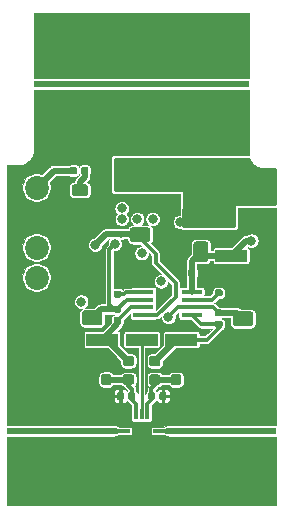
<source format=gbr>
%TF.GenerationSoftware,KiCad,Pcbnew,5.1.5-52549c5~84~ubuntu18.04.1*%
%TF.CreationDate,2020-02-03T06:40:28+01:00*%
%TF.ProjectId,HMC_RF_IPE,484d435f-5246-45f4-9950-452e6b696361,rev?*%
%TF.SameCoordinates,Original*%
%TF.FileFunction,Copper,L1,Top*%
%TF.FilePolarity,Positive*%
%FSLAX46Y46*%
G04 Gerber Fmt 4.6, Leading zero omitted, Abs format (unit mm)*
G04 Created by KiCad (PCBNEW 5.1.5-52549c5~84~ubuntu18.04.1) date 2020-02-03 06:40:28*
%MOMM*%
%LPD*%
G04 APERTURE LIST*
%TA.AperFunction,SMDPad,CuDef*%
%ADD10C,0.100000*%
%TD*%
%TA.AperFunction,SMDPad,CuDef*%
%ADD11R,1.778000X0.431800*%
%TD*%
%TA.AperFunction,Conductor*%
%ADD12R,0.300000X0.304800*%
%TD*%
%TA.AperFunction,Conductor*%
%ADD13C,0.100000*%
%TD*%
%TA.AperFunction,ComponentPad*%
%ADD14C,2.020000*%
%TD*%
%TA.AperFunction,SMDPad,CuDef*%
%ADD15R,5.080000X2.410000*%
%TD*%
%TA.AperFunction,SMDPad,CuDef*%
%ADD16R,2.350000X0.508000*%
%TD*%
%TA.AperFunction,SMDPad,CuDef*%
%ADD17R,1.500000X1.500000*%
%TD*%
%TA.AperFunction,SMDPad,CuDef*%
%ADD18R,0.304800X0.828000*%
%TD*%
%TA.AperFunction,SMDPad,CuDef*%
%ADD19R,0.828000X0.304800*%
%TD*%
%TA.AperFunction,SMDPad,CuDef*%
%ADD20R,2.670000X1.020000*%
%TD*%
%TA.AperFunction,ViaPad*%
%ADD21C,0.400000*%
%TD*%
%TA.AperFunction,ViaPad*%
%ADD22C,0.800000*%
%TD*%
%TA.AperFunction,Conductor*%
%ADD23C,0.300000*%
%TD*%
%TA.AperFunction,Conductor*%
%ADD24C,0.520000*%
%TD*%
%TA.AperFunction,Conductor*%
%ADD25C,0.510000*%
%TD*%
%TA.AperFunction,Conductor*%
%ADD26C,0.250000*%
%TD*%
%TA.AperFunction,Conductor*%
%ADD27C,0.025500*%
%TD*%
%TA.AperFunction,Conductor*%
%ADD28C,0.254000*%
%TD*%
G04 APERTURE END LIST*
%TA.AperFunction,SMDPad,CuDef*%
D10*
%TO.P,R16,2*%
%TO.N,GNDS*%
G36*
X151501101Y-72199253D02*
G01*
X151522336Y-72202403D01*
X151543160Y-72207619D01*
X151563372Y-72214851D01*
X151582778Y-72224030D01*
X151601191Y-72235066D01*
X151618434Y-72247854D01*
X151634340Y-72262270D01*
X151648756Y-72278176D01*
X151661544Y-72295419D01*
X151672580Y-72313832D01*
X151681759Y-72333238D01*
X151688991Y-72353450D01*
X151694207Y-72374274D01*
X151697357Y-72395509D01*
X151698410Y-72416950D01*
X151698410Y-72854450D01*
X151697357Y-72875891D01*
X151694207Y-72897126D01*
X151688991Y-72917950D01*
X151681759Y-72938162D01*
X151672580Y-72957568D01*
X151661544Y-72975981D01*
X151648756Y-72993224D01*
X151634340Y-73009130D01*
X151618434Y-73023546D01*
X151601191Y-73036334D01*
X151582778Y-73047370D01*
X151563372Y-73056549D01*
X151543160Y-73063781D01*
X151522336Y-73068997D01*
X151501101Y-73072147D01*
X151479660Y-73073200D01*
X150967160Y-73073200D01*
X150945719Y-73072147D01*
X150924484Y-73068997D01*
X150903660Y-73063781D01*
X150883448Y-73056549D01*
X150864042Y-73047370D01*
X150845629Y-73036334D01*
X150828386Y-73023546D01*
X150812480Y-73009130D01*
X150798064Y-72993224D01*
X150785276Y-72975981D01*
X150774240Y-72957568D01*
X150765061Y-72938162D01*
X150757829Y-72917950D01*
X150752613Y-72897126D01*
X150749463Y-72875891D01*
X150748410Y-72854450D01*
X150748410Y-72416950D01*
X150749463Y-72395509D01*
X150752613Y-72374274D01*
X150757829Y-72353450D01*
X150765061Y-72333238D01*
X150774240Y-72313832D01*
X150785276Y-72295419D01*
X150798064Y-72278176D01*
X150812480Y-72262270D01*
X150828386Y-72247854D01*
X150845629Y-72235066D01*
X150864042Y-72224030D01*
X150883448Y-72214851D01*
X150903660Y-72207619D01*
X150924484Y-72202403D01*
X150945719Y-72199253D01*
X150967160Y-72198200D01*
X151479660Y-72198200D01*
X151501101Y-72199253D01*
G37*
%TD.AperFunction*%
%TA.AperFunction,SMDPad,CuDef*%
%TO.P,R16,1*%
%TO.N,GND*%
G36*
X151501101Y-73774253D02*
G01*
X151522336Y-73777403D01*
X151543160Y-73782619D01*
X151563372Y-73789851D01*
X151582778Y-73799030D01*
X151601191Y-73810066D01*
X151618434Y-73822854D01*
X151634340Y-73837270D01*
X151648756Y-73853176D01*
X151661544Y-73870419D01*
X151672580Y-73888832D01*
X151681759Y-73908238D01*
X151688991Y-73928450D01*
X151694207Y-73949274D01*
X151697357Y-73970509D01*
X151698410Y-73991950D01*
X151698410Y-74429450D01*
X151697357Y-74450891D01*
X151694207Y-74472126D01*
X151688991Y-74492950D01*
X151681759Y-74513162D01*
X151672580Y-74532568D01*
X151661544Y-74550981D01*
X151648756Y-74568224D01*
X151634340Y-74584130D01*
X151618434Y-74598546D01*
X151601191Y-74611334D01*
X151582778Y-74622370D01*
X151563372Y-74631549D01*
X151543160Y-74638781D01*
X151522336Y-74643997D01*
X151501101Y-74647147D01*
X151479660Y-74648200D01*
X150967160Y-74648200D01*
X150945719Y-74647147D01*
X150924484Y-74643997D01*
X150903660Y-74638781D01*
X150883448Y-74631549D01*
X150864042Y-74622370D01*
X150845629Y-74611334D01*
X150828386Y-74598546D01*
X150812480Y-74584130D01*
X150798064Y-74568224D01*
X150785276Y-74550981D01*
X150774240Y-74532568D01*
X150765061Y-74513162D01*
X150757829Y-74492950D01*
X150752613Y-74472126D01*
X150749463Y-74450891D01*
X150748410Y-74429450D01*
X150748410Y-73991950D01*
X150749463Y-73970509D01*
X150752613Y-73949274D01*
X150757829Y-73928450D01*
X150765061Y-73908238D01*
X150774240Y-73888832D01*
X150785276Y-73870419D01*
X150798064Y-73853176D01*
X150812480Y-73837270D01*
X150828386Y-73822854D01*
X150845629Y-73810066D01*
X150864042Y-73799030D01*
X150883448Y-73789851D01*
X150903660Y-73782619D01*
X150924484Y-73777403D01*
X150945719Y-73774253D01*
X150967160Y-73773200D01*
X151479660Y-73773200D01*
X151501101Y-73774253D01*
G37*
%TD.AperFunction*%
%TD*%
%TA.AperFunction,SMDPad,CuDef*%
%TO.P,R15,2*%
%TO.N,Net-(C17-Pad1)*%
G36*
X143801101Y-87594253D02*
G01*
X143822336Y-87597403D01*
X143843160Y-87602619D01*
X143863372Y-87609851D01*
X143882778Y-87619030D01*
X143901191Y-87630066D01*
X143918434Y-87642854D01*
X143934340Y-87657270D01*
X143948756Y-87673176D01*
X143961544Y-87690419D01*
X143972580Y-87708832D01*
X143981759Y-87728238D01*
X143988991Y-87748450D01*
X143994207Y-87769274D01*
X143997357Y-87790509D01*
X143998410Y-87811950D01*
X143998410Y-88249450D01*
X143997357Y-88270891D01*
X143994207Y-88292126D01*
X143988991Y-88312950D01*
X143981759Y-88333162D01*
X143972580Y-88352568D01*
X143961544Y-88370981D01*
X143948756Y-88388224D01*
X143934340Y-88404130D01*
X143918434Y-88418546D01*
X143901191Y-88431334D01*
X143882778Y-88442370D01*
X143863372Y-88451549D01*
X143843160Y-88458781D01*
X143822336Y-88463997D01*
X143801101Y-88467147D01*
X143779660Y-88468200D01*
X143267160Y-88468200D01*
X143245719Y-88467147D01*
X143224484Y-88463997D01*
X143203660Y-88458781D01*
X143183448Y-88451549D01*
X143164042Y-88442370D01*
X143145629Y-88431334D01*
X143128386Y-88418546D01*
X143112480Y-88404130D01*
X143098064Y-88388224D01*
X143085276Y-88370981D01*
X143074240Y-88352568D01*
X143065061Y-88333162D01*
X143057829Y-88312950D01*
X143052613Y-88292126D01*
X143049463Y-88270891D01*
X143048410Y-88249450D01*
X143048410Y-87811950D01*
X143049463Y-87790509D01*
X143052613Y-87769274D01*
X143057829Y-87748450D01*
X143065061Y-87728238D01*
X143074240Y-87708832D01*
X143085276Y-87690419D01*
X143098064Y-87673176D01*
X143112480Y-87657270D01*
X143128386Y-87642854D01*
X143145629Y-87630066D01*
X143164042Y-87619030D01*
X143183448Y-87609851D01*
X143203660Y-87602619D01*
X143224484Y-87597403D01*
X143245719Y-87594253D01*
X143267160Y-87593200D01*
X143779660Y-87593200D01*
X143801101Y-87594253D01*
G37*
%TD.AperFunction*%
%TA.AperFunction,SMDPad,CuDef*%
%TO.P,R15,1*%
%TO.N,/Control/V2*%
G36*
X143801101Y-86019253D02*
G01*
X143822336Y-86022403D01*
X143843160Y-86027619D01*
X143863372Y-86034851D01*
X143882778Y-86044030D01*
X143901191Y-86055066D01*
X143918434Y-86067854D01*
X143934340Y-86082270D01*
X143948756Y-86098176D01*
X143961544Y-86115419D01*
X143972580Y-86133832D01*
X143981759Y-86153238D01*
X143988991Y-86173450D01*
X143994207Y-86194274D01*
X143997357Y-86215509D01*
X143998410Y-86236950D01*
X143998410Y-86674450D01*
X143997357Y-86695891D01*
X143994207Y-86717126D01*
X143988991Y-86737950D01*
X143981759Y-86758162D01*
X143972580Y-86777568D01*
X143961544Y-86795981D01*
X143948756Y-86813224D01*
X143934340Y-86829130D01*
X143918434Y-86843546D01*
X143901191Y-86856334D01*
X143882778Y-86867370D01*
X143863372Y-86876549D01*
X143843160Y-86883781D01*
X143822336Y-86888997D01*
X143801101Y-86892147D01*
X143779660Y-86893200D01*
X143267160Y-86893200D01*
X143245719Y-86892147D01*
X143224484Y-86888997D01*
X143203660Y-86883781D01*
X143183448Y-86876549D01*
X143164042Y-86867370D01*
X143145629Y-86856334D01*
X143128386Y-86843546D01*
X143112480Y-86829130D01*
X143098064Y-86813224D01*
X143085276Y-86795981D01*
X143074240Y-86777568D01*
X143065061Y-86758162D01*
X143057829Y-86737950D01*
X143052613Y-86717126D01*
X143049463Y-86695891D01*
X143048410Y-86674450D01*
X143048410Y-86236950D01*
X143049463Y-86215509D01*
X143052613Y-86194274D01*
X143057829Y-86173450D01*
X143065061Y-86153238D01*
X143074240Y-86133832D01*
X143085276Y-86115419D01*
X143098064Y-86098176D01*
X143112480Y-86082270D01*
X143128386Y-86067854D01*
X143145629Y-86055066D01*
X143164042Y-86044030D01*
X143183448Y-86034851D01*
X143203660Y-86027619D01*
X143224484Y-86022403D01*
X143245719Y-86019253D01*
X143267160Y-86018200D01*
X143779660Y-86018200D01*
X143801101Y-86019253D01*
G37*
%TD.AperFunction*%
%TD*%
%TA.AperFunction,SMDPad,CuDef*%
%TO.P,R14,2*%
%TO.N,Net-(C14-Pad1)*%
G36*
X141571101Y-87584253D02*
G01*
X141592336Y-87587403D01*
X141613160Y-87592619D01*
X141633372Y-87599851D01*
X141652778Y-87609030D01*
X141671191Y-87620066D01*
X141688434Y-87632854D01*
X141704340Y-87647270D01*
X141718756Y-87663176D01*
X141731544Y-87680419D01*
X141742580Y-87698832D01*
X141751759Y-87718238D01*
X141758991Y-87738450D01*
X141764207Y-87759274D01*
X141767357Y-87780509D01*
X141768410Y-87801950D01*
X141768410Y-88239450D01*
X141767357Y-88260891D01*
X141764207Y-88282126D01*
X141758991Y-88302950D01*
X141751759Y-88323162D01*
X141742580Y-88342568D01*
X141731544Y-88360981D01*
X141718756Y-88378224D01*
X141704340Y-88394130D01*
X141688434Y-88408546D01*
X141671191Y-88421334D01*
X141652778Y-88432370D01*
X141633372Y-88441549D01*
X141613160Y-88448781D01*
X141592336Y-88453997D01*
X141571101Y-88457147D01*
X141549660Y-88458200D01*
X141037160Y-88458200D01*
X141015719Y-88457147D01*
X140994484Y-88453997D01*
X140973660Y-88448781D01*
X140953448Y-88441549D01*
X140934042Y-88432370D01*
X140915629Y-88421334D01*
X140898386Y-88408546D01*
X140882480Y-88394130D01*
X140868064Y-88378224D01*
X140855276Y-88360981D01*
X140844240Y-88342568D01*
X140835061Y-88323162D01*
X140827829Y-88302950D01*
X140822613Y-88282126D01*
X140819463Y-88260891D01*
X140818410Y-88239450D01*
X140818410Y-87801950D01*
X140819463Y-87780509D01*
X140822613Y-87759274D01*
X140827829Y-87738450D01*
X140835061Y-87718238D01*
X140844240Y-87698832D01*
X140855276Y-87680419D01*
X140868064Y-87663176D01*
X140882480Y-87647270D01*
X140898386Y-87632854D01*
X140915629Y-87620066D01*
X140934042Y-87609030D01*
X140953448Y-87599851D01*
X140973660Y-87592619D01*
X140994484Y-87587403D01*
X141015719Y-87584253D01*
X141037160Y-87583200D01*
X141549660Y-87583200D01*
X141571101Y-87584253D01*
G37*
%TD.AperFunction*%
%TA.AperFunction,SMDPad,CuDef*%
%TO.P,R14,1*%
%TO.N,/Control/V1*%
G36*
X141571101Y-86009253D02*
G01*
X141592336Y-86012403D01*
X141613160Y-86017619D01*
X141633372Y-86024851D01*
X141652778Y-86034030D01*
X141671191Y-86045066D01*
X141688434Y-86057854D01*
X141704340Y-86072270D01*
X141718756Y-86088176D01*
X141731544Y-86105419D01*
X141742580Y-86123832D01*
X141751759Y-86143238D01*
X141758991Y-86163450D01*
X141764207Y-86184274D01*
X141767357Y-86205509D01*
X141768410Y-86226950D01*
X141768410Y-86664450D01*
X141767357Y-86685891D01*
X141764207Y-86707126D01*
X141758991Y-86727950D01*
X141751759Y-86748162D01*
X141742580Y-86767568D01*
X141731544Y-86785981D01*
X141718756Y-86803224D01*
X141704340Y-86819130D01*
X141688434Y-86833546D01*
X141671191Y-86846334D01*
X141652778Y-86857370D01*
X141633372Y-86866549D01*
X141613160Y-86873781D01*
X141592336Y-86878997D01*
X141571101Y-86882147D01*
X141549660Y-86883200D01*
X141037160Y-86883200D01*
X141015719Y-86882147D01*
X140994484Y-86878997D01*
X140973660Y-86873781D01*
X140953448Y-86866549D01*
X140934042Y-86857370D01*
X140915629Y-86846334D01*
X140898386Y-86833546D01*
X140882480Y-86819130D01*
X140868064Y-86803224D01*
X140855276Y-86785981D01*
X140844240Y-86767568D01*
X140835061Y-86748162D01*
X140827829Y-86727950D01*
X140822613Y-86707126D01*
X140819463Y-86685891D01*
X140818410Y-86664450D01*
X140818410Y-86226950D01*
X140819463Y-86205509D01*
X140822613Y-86184274D01*
X140827829Y-86163450D01*
X140835061Y-86143238D01*
X140844240Y-86123832D01*
X140855276Y-86105419D01*
X140868064Y-86088176D01*
X140882480Y-86072270D01*
X140898386Y-86057854D01*
X140915629Y-86045066D01*
X140934042Y-86034030D01*
X140953448Y-86024851D01*
X140973660Y-86017619D01*
X140994484Y-86012403D01*
X141015719Y-86009253D01*
X141037160Y-86008200D01*
X141549660Y-86008200D01*
X141571101Y-86009253D01*
G37*
%TD.AperFunction*%
%TD*%
D11*
%TO.P,U2,8*%
%TO.N,Net-(C10-Pad1)*%
X142548710Y-82568199D03*
%TO.P,U2,7*%
%TO.N,/Control/V1*%
X142548710Y-81918201D03*
%TO.P,U2,6*%
%TO.N,Net-(C13-Pad1)*%
X142548710Y-81268199D03*
%TO.P,U2,5*%
%TO.N,Net-(R7-Pad1)*%
X142548710Y-80618201D03*
%TO.P,U2,4*%
%TO.N,VSS*%
X146638110Y-80618201D03*
%TO.P,U2,3*%
%TO.N,Net-(R5-Pad1)*%
X146638110Y-81268199D03*
%TO.P,U2,2*%
%TO.N,Net-(C11-Pad1)*%
X146638110Y-81918201D03*
%TO.P,U2,1*%
%TO.N,/Control/V2*%
X146638110Y-82568199D03*
%TD*%
D12*
%TO.N,Net-(J3-Pad1)*%
%TO.C,uT4*%
X140743410Y-92373200D03*
%TA.AperFunction,Conductor*%
D13*
G36*
X140593410Y-92220800D02*
G01*
X140893410Y-92220800D01*
X140893410Y-92525600D01*
X140593410Y-92525600D01*
X140143410Y-92628200D01*
X139643410Y-92628200D01*
X139643410Y-92118200D01*
X140143410Y-92118200D01*
X140593410Y-92220800D01*
G37*
%TD.AperFunction*%
%TD*%
D12*
%TO.N,Net-(J2-Pad1)*%
%TO.C,uT3*%
X144068410Y-92373200D03*
%TA.AperFunction,Conductor*%
D13*
G36*
X144218410Y-92525600D02*
G01*
X143918410Y-92525600D01*
X143918410Y-92220800D01*
X144218410Y-92220800D01*
X144668410Y-92118200D01*
X145168410Y-92118200D01*
X145168410Y-92628200D01*
X144668410Y-92628200D01*
X144218410Y-92525600D01*
G37*
%TD.AperFunction*%
%TD*%
%TA.AperFunction,SMDPad,CuDef*%
D10*
%TO.P,C10,2*%
%TO.N,GND*%
G36*
X142932914Y-72339404D02*
G01*
X142957183Y-72343004D01*
X142980981Y-72348965D01*
X143004081Y-72357230D01*
X143026259Y-72367720D01*
X143047303Y-72380333D01*
X143067008Y-72394947D01*
X143085187Y-72411423D01*
X143101663Y-72429602D01*
X143116277Y-72449307D01*
X143128890Y-72470351D01*
X143139380Y-72492529D01*
X143147645Y-72515629D01*
X143153606Y-72539427D01*
X143157206Y-72563696D01*
X143158410Y-72588200D01*
X143158410Y-73338200D01*
X143157206Y-73362704D01*
X143153606Y-73386973D01*
X143147645Y-73410771D01*
X143139380Y-73433871D01*
X143128890Y-73456049D01*
X143116277Y-73477093D01*
X143101663Y-73496798D01*
X143085187Y-73514977D01*
X143067008Y-73531453D01*
X143047303Y-73546067D01*
X143026259Y-73558680D01*
X143004081Y-73569170D01*
X142980981Y-73577435D01*
X142957183Y-73583396D01*
X142932914Y-73586996D01*
X142908410Y-73588200D01*
X141658410Y-73588200D01*
X141633906Y-73586996D01*
X141609637Y-73583396D01*
X141585839Y-73577435D01*
X141562739Y-73569170D01*
X141540561Y-73558680D01*
X141519517Y-73546067D01*
X141499812Y-73531453D01*
X141481633Y-73514977D01*
X141465157Y-73496798D01*
X141450543Y-73477093D01*
X141437930Y-73456049D01*
X141427440Y-73433871D01*
X141419175Y-73410771D01*
X141413214Y-73386973D01*
X141409614Y-73362704D01*
X141408410Y-73338200D01*
X141408410Y-72588200D01*
X141409614Y-72563696D01*
X141413214Y-72539427D01*
X141419175Y-72515629D01*
X141427440Y-72492529D01*
X141437930Y-72470351D01*
X141450543Y-72449307D01*
X141465157Y-72429602D01*
X141481633Y-72411423D01*
X141499812Y-72394947D01*
X141519517Y-72380333D01*
X141540561Y-72367720D01*
X141562739Y-72357230D01*
X141585839Y-72348965D01*
X141609637Y-72343004D01*
X141633906Y-72339404D01*
X141658410Y-72338200D01*
X142908410Y-72338200D01*
X142932914Y-72339404D01*
G37*
%TD.AperFunction*%
%TA.AperFunction,SMDPad,CuDef*%
%TO.P,C10,1*%
%TO.N,Net-(C10-Pad1)*%
G36*
X142932914Y-75139404D02*
G01*
X142957183Y-75143004D01*
X142980981Y-75148965D01*
X143004081Y-75157230D01*
X143026259Y-75167720D01*
X143047303Y-75180333D01*
X143067008Y-75194947D01*
X143085187Y-75211423D01*
X143101663Y-75229602D01*
X143116277Y-75249307D01*
X143128890Y-75270351D01*
X143139380Y-75292529D01*
X143147645Y-75315629D01*
X143153606Y-75339427D01*
X143157206Y-75363696D01*
X143158410Y-75388200D01*
X143158410Y-76138200D01*
X143157206Y-76162704D01*
X143153606Y-76186973D01*
X143147645Y-76210771D01*
X143139380Y-76233871D01*
X143128890Y-76256049D01*
X143116277Y-76277093D01*
X143101663Y-76296798D01*
X143085187Y-76314977D01*
X143067008Y-76331453D01*
X143047303Y-76346067D01*
X143026259Y-76358680D01*
X143004081Y-76369170D01*
X142980981Y-76377435D01*
X142957183Y-76383396D01*
X142932914Y-76386996D01*
X142908410Y-76388200D01*
X141658410Y-76388200D01*
X141633906Y-76386996D01*
X141609637Y-76383396D01*
X141585839Y-76377435D01*
X141562739Y-76369170D01*
X141540561Y-76358680D01*
X141519517Y-76346067D01*
X141499812Y-76331453D01*
X141481633Y-76314977D01*
X141465157Y-76296798D01*
X141450543Y-76277093D01*
X141437930Y-76256049D01*
X141427440Y-76233871D01*
X141419175Y-76210771D01*
X141413214Y-76186973D01*
X141409614Y-76162704D01*
X141408410Y-76138200D01*
X141408410Y-75388200D01*
X141409614Y-75363696D01*
X141413214Y-75339427D01*
X141419175Y-75315629D01*
X141427440Y-75292529D01*
X141437930Y-75270351D01*
X141450543Y-75249307D01*
X141465157Y-75229602D01*
X141481633Y-75211423D01*
X141499812Y-75194947D01*
X141519517Y-75180333D01*
X141540561Y-75167720D01*
X141562739Y-75157230D01*
X141585839Y-75148965D01*
X141609637Y-75143004D01*
X141633906Y-75139404D01*
X141658410Y-75138200D01*
X142908410Y-75138200D01*
X142932914Y-75139404D01*
G37*
%TD.AperFunction*%
%TD*%
%TA.AperFunction,SMDPad,CuDef*%
%TO.P,L7,2*%
%TO.N,GND*%
G36*
X153071101Y-73774253D02*
G01*
X153092336Y-73777403D01*
X153113160Y-73782619D01*
X153133372Y-73789851D01*
X153152778Y-73799030D01*
X153171191Y-73810066D01*
X153188434Y-73822854D01*
X153204340Y-73837270D01*
X153218756Y-73853176D01*
X153231544Y-73870419D01*
X153242580Y-73888832D01*
X153251759Y-73908238D01*
X153258991Y-73928450D01*
X153264207Y-73949274D01*
X153267357Y-73970509D01*
X153268410Y-73991950D01*
X153268410Y-74429450D01*
X153267357Y-74450891D01*
X153264207Y-74472126D01*
X153258991Y-74492950D01*
X153251759Y-74513162D01*
X153242580Y-74532568D01*
X153231544Y-74550981D01*
X153218756Y-74568224D01*
X153204340Y-74584130D01*
X153188434Y-74598546D01*
X153171191Y-74611334D01*
X153152778Y-74622370D01*
X153133372Y-74631549D01*
X153113160Y-74638781D01*
X153092336Y-74643997D01*
X153071101Y-74647147D01*
X153049660Y-74648200D01*
X152537160Y-74648200D01*
X152515719Y-74647147D01*
X152494484Y-74643997D01*
X152473660Y-74638781D01*
X152453448Y-74631549D01*
X152434042Y-74622370D01*
X152415629Y-74611334D01*
X152398386Y-74598546D01*
X152382480Y-74584130D01*
X152368064Y-74568224D01*
X152355276Y-74550981D01*
X152344240Y-74532568D01*
X152335061Y-74513162D01*
X152327829Y-74492950D01*
X152322613Y-74472126D01*
X152319463Y-74450891D01*
X152318410Y-74429450D01*
X152318410Y-73991950D01*
X152319463Y-73970509D01*
X152322613Y-73949274D01*
X152327829Y-73928450D01*
X152335061Y-73908238D01*
X152344240Y-73888832D01*
X152355276Y-73870419D01*
X152368064Y-73853176D01*
X152382480Y-73837270D01*
X152398386Y-73822854D01*
X152415629Y-73810066D01*
X152434042Y-73799030D01*
X152453448Y-73789851D01*
X152473660Y-73782619D01*
X152494484Y-73777403D01*
X152515719Y-73774253D01*
X152537160Y-73773200D01*
X153049660Y-73773200D01*
X153071101Y-73774253D01*
G37*
%TD.AperFunction*%
%TA.AperFunction,SMDPad,CuDef*%
%TO.P,L7,1*%
%TO.N,GNDS*%
G36*
X153071101Y-72199253D02*
G01*
X153092336Y-72202403D01*
X153113160Y-72207619D01*
X153133372Y-72214851D01*
X153152778Y-72224030D01*
X153171191Y-72235066D01*
X153188434Y-72247854D01*
X153204340Y-72262270D01*
X153218756Y-72278176D01*
X153231544Y-72295419D01*
X153242580Y-72313832D01*
X153251759Y-72333238D01*
X153258991Y-72353450D01*
X153264207Y-72374274D01*
X153267357Y-72395509D01*
X153268410Y-72416950D01*
X153268410Y-72854450D01*
X153267357Y-72875891D01*
X153264207Y-72897126D01*
X153258991Y-72917950D01*
X153251759Y-72938162D01*
X153242580Y-72957568D01*
X153231544Y-72975981D01*
X153218756Y-72993224D01*
X153204340Y-73009130D01*
X153188434Y-73023546D01*
X153171191Y-73036334D01*
X153152778Y-73047370D01*
X153133372Y-73056549D01*
X153113160Y-73063781D01*
X153092336Y-73068997D01*
X153071101Y-73072147D01*
X153049660Y-73073200D01*
X152537160Y-73073200D01*
X152515719Y-73072147D01*
X152494484Y-73068997D01*
X152473660Y-73063781D01*
X152453448Y-73056549D01*
X152434042Y-73047370D01*
X152415629Y-73036334D01*
X152398386Y-73023546D01*
X152382480Y-73009130D01*
X152368064Y-72993224D01*
X152355276Y-72975981D01*
X152344240Y-72957568D01*
X152335061Y-72938162D01*
X152327829Y-72917950D01*
X152322613Y-72897126D01*
X152319463Y-72875891D01*
X152318410Y-72854450D01*
X152318410Y-72416950D01*
X152319463Y-72395509D01*
X152322613Y-72374274D01*
X152327829Y-72353450D01*
X152335061Y-72333238D01*
X152344240Y-72313832D01*
X152355276Y-72295419D01*
X152368064Y-72278176D01*
X152382480Y-72262270D01*
X152398386Y-72247854D01*
X152415629Y-72235066D01*
X152434042Y-72224030D01*
X152453448Y-72214851D01*
X152473660Y-72207619D01*
X152494484Y-72202403D01*
X152515719Y-72199253D01*
X152537160Y-72198200D01*
X153049660Y-72198200D01*
X153071101Y-72199253D01*
G37*
%TD.AperFunction*%
%TD*%
%TA.AperFunction,SMDPad,CuDef*%
%TO.P,C21,2*%
%TO.N,GND*%
G36*
X147795368Y-78678910D02*
G01*
X147809686Y-78681034D01*
X147823727Y-78684551D01*
X147837356Y-78689428D01*
X147850441Y-78695617D01*
X147862857Y-78703058D01*
X147874483Y-78711681D01*
X147885208Y-78721402D01*
X147894929Y-78732127D01*
X147903552Y-78743753D01*
X147910993Y-78756169D01*
X147917182Y-78769254D01*
X147922059Y-78782883D01*
X147925576Y-78796924D01*
X147927700Y-78811242D01*
X147928410Y-78825700D01*
X147928410Y-79170700D01*
X147927700Y-79185158D01*
X147925576Y-79199476D01*
X147922059Y-79213517D01*
X147917182Y-79227146D01*
X147910993Y-79240231D01*
X147903552Y-79252647D01*
X147894929Y-79264273D01*
X147885208Y-79274998D01*
X147874483Y-79284719D01*
X147862857Y-79293342D01*
X147850441Y-79300783D01*
X147837356Y-79306972D01*
X147823727Y-79311849D01*
X147809686Y-79315366D01*
X147795368Y-79317490D01*
X147780910Y-79318200D01*
X147485910Y-79318200D01*
X147471452Y-79317490D01*
X147457134Y-79315366D01*
X147443093Y-79311849D01*
X147429464Y-79306972D01*
X147416379Y-79300783D01*
X147403963Y-79293342D01*
X147392337Y-79284719D01*
X147381612Y-79274998D01*
X147371891Y-79264273D01*
X147363268Y-79252647D01*
X147355827Y-79240231D01*
X147349638Y-79227146D01*
X147344761Y-79213517D01*
X147341244Y-79199476D01*
X147339120Y-79185158D01*
X147338410Y-79170700D01*
X147338410Y-78825700D01*
X147339120Y-78811242D01*
X147341244Y-78796924D01*
X147344761Y-78782883D01*
X147349638Y-78769254D01*
X147355827Y-78756169D01*
X147363268Y-78743753D01*
X147371891Y-78732127D01*
X147381612Y-78721402D01*
X147392337Y-78711681D01*
X147403963Y-78703058D01*
X147416379Y-78695617D01*
X147429464Y-78689428D01*
X147443093Y-78684551D01*
X147457134Y-78681034D01*
X147471452Y-78678910D01*
X147485910Y-78678200D01*
X147780910Y-78678200D01*
X147795368Y-78678910D01*
G37*
%TD.AperFunction*%
%TA.AperFunction,SMDPad,CuDef*%
%TO.P,C21,1*%
%TO.N,VSS*%
G36*
X146825368Y-78678910D02*
G01*
X146839686Y-78681034D01*
X146853727Y-78684551D01*
X146867356Y-78689428D01*
X146880441Y-78695617D01*
X146892857Y-78703058D01*
X146904483Y-78711681D01*
X146915208Y-78721402D01*
X146924929Y-78732127D01*
X146933552Y-78743753D01*
X146940993Y-78756169D01*
X146947182Y-78769254D01*
X146952059Y-78782883D01*
X146955576Y-78796924D01*
X146957700Y-78811242D01*
X146958410Y-78825700D01*
X146958410Y-79170700D01*
X146957700Y-79185158D01*
X146955576Y-79199476D01*
X146952059Y-79213517D01*
X146947182Y-79227146D01*
X146940993Y-79240231D01*
X146933552Y-79252647D01*
X146924929Y-79264273D01*
X146915208Y-79274998D01*
X146904483Y-79284719D01*
X146892857Y-79293342D01*
X146880441Y-79300783D01*
X146867356Y-79306972D01*
X146853727Y-79311849D01*
X146839686Y-79315366D01*
X146825368Y-79317490D01*
X146810910Y-79318200D01*
X146515910Y-79318200D01*
X146501452Y-79317490D01*
X146487134Y-79315366D01*
X146473093Y-79311849D01*
X146459464Y-79306972D01*
X146446379Y-79300783D01*
X146433963Y-79293342D01*
X146422337Y-79284719D01*
X146411612Y-79274998D01*
X146401891Y-79264273D01*
X146393268Y-79252647D01*
X146385827Y-79240231D01*
X146379638Y-79227146D01*
X146374761Y-79213517D01*
X146371244Y-79199476D01*
X146369120Y-79185158D01*
X146368410Y-79170700D01*
X146368410Y-78825700D01*
X146369120Y-78811242D01*
X146371244Y-78796924D01*
X146374761Y-78782883D01*
X146379638Y-78769254D01*
X146385827Y-78756169D01*
X146393268Y-78743753D01*
X146401891Y-78732127D01*
X146411612Y-78721402D01*
X146422337Y-78711681D01*
X146433963Y-78703058D01*
X146446379Y-78695617D01*
X146459464Y-78689428D01*
X146473093Y-78684551D01*
X146487134Y-78681034D01*
X146501452Y-78678910D01*
X146515910Y-78678200D01*
X146810910Y-78678200D01*
X146825368Y-78678910D01*
G37*
%TD.AperFunction*%
%TD*%
%TA.AperFunction,SMDPad,CuDef*%
%TO.P,C18,2*%
%TO.N,GND*%
G36*
X147131101Y-87569253D02*
G01*
X147152336Y-87572403D01*
X147173160Y-87577619D01*
X147193372Y-87584851D01*
X147212778Y-87594030D01*
X147231191Y-87605066D01*
X147248434Y-87617854D01*
X147264340Y-87632270D01*
X147278756Y-87648176D01*
X147291544Y-87665419D01*
X147302580Y-87683832D01*
X147311759Y-87703238D01*
X147318991Y-87723450D01*
X147324207Y-87744274D01*
X147327357Y-87765509D01*
X147328410Y-87786950D01*
X147328410Y-88299450D01*
X147327357Y-88320891D01*
X147324207Y-88342126D01*
X147318991Y-88362950D01*
X147311759Y-88383162D01*
X147302580Y-88402568D01*
X147291544Y-88420981D01*
X147278756Y-88438224D01*
X147264340Y-88454130D01*
X147248434Y-88468546D01*
X147231191Y-88481334D01*
X147212778Y-88492370D01*
X147193372Y-88501549D01*
X147173160Y-88508781D01*
X147152336Y-88513997D01*
X147131101Y-88517147D01*
X147109660Y-88518200D01*
X146672160Y-88518200D01*
X146650719Y-88517147D01*
X146629484Y-88513997D01*
X146608660Y-88508781D01*
X146588448Y-88501549D01*
X146569042Y-88492370D01*
X146550629Y-88481334D01*
X146533386Y-88468546D01*
X146517480Y-88454130D01*
X146503064Y-88438224D01*
X146490276Y-88420981D01*
X146479240Y-88402568D01*
X146470061Y-88383162D01*
X146462829Y-88362950D01*
X146457613Y-88342126D01*
X146454463Y-88320891D01*
X146453410Y-88299450D01*
X146453410Y-87786950D01*
X146454463Y-87765509D01*
X146457613Y-87744274D01*
X146462829Y-87723450D01*
X146470061Y-87703238D01*
X146479240Y-87683832D01*
X146490276Y-87665419D01*
X146503064Y-87648176D01*
X146517480Y-87632270D01*
X146533386Y-87617854D01*
X146550629Y-87605066D01*
X146569042Y-87594030D01*
X146588448Y-87584851D01*
X146608660Y-87577619D01*
X146629484Y-87572403D01*
X146650719Y-87569253D01*
X146672160Y-87568200D01*
X147109660Y-87568200D01*
X147131101Y-87569253D01*
G37*
%TD.AperFunction*%
%TA.AperFunction,SMDPad,CuDef*%
%TO.P,C18,1*%
%TO.N,Net-(C17-Pad1)*%
G36*
X145556101Y-87569253D02*
G01*
X145577336Y-87572403D01*
X145598160Y-87577619D01*
X145618372Y-87584851D01*
X145637778Y-87594030D01*
X145656191Y-87605066D01*
X145673434Y-87617854D01*
X145689340Y-87632270D01*
X145703756Y-87648176D01*
X145716544Y-87665419D01*
X145727580Y-87683832D01*
X145736759Y-87703238D01*
X145743991Y-87723450D01*
X145749207Y-87744274D01*
X145752357Y-87765509D01*
X145753410Y-87786950D01*
X145753410Y-88299450D01*
X145752357Y-88320891D01*
X145749207Y-88342126D01*
X145743991Y-88362950D01*
X145736759Y-88383162D01*
X145727580Y-88402568D01*
X145716544Y-88420981D01*
X145703756Y-88438224D01*
X145689340Y-88454130D01*
X145673434Y-88468546D01*
X145656191Y-88481334D01*
X145637778Y-88492370D01*
X145618372Y-88501549D01*
X145598160Y-88508781D01*
X145577336Y-88513997D01*
X145556101Y-88517147D01*
X145534660Y-88518200D01*
X145097160Y-88518200D01*
X145075719Y-88517147D01*
X145054484Y-88513997D01*
X145033660Y-88508781D01*
X145013448Y-88501549D01*
X144994042Y-88492370D01*
X144975629Y-88481334D01*
X144958386Y-88468546D01*
X144942480Y-88454130D01*
X144928064Y-88438224D01*
X144915276Y-88420981D01*
X144904240Y-88402568D01*
X144895061Y-88383162D01*
X144887829Y-88362950D01*
X144882613Y-88342126D01*
X144879463Y-88320891D01*
X144878410Y-88299450D01*
X144878410Y-87786950D01*
X144879463Y-87765509D01*
X144882613Y-87744274D01*
X144887829Y-87723450D01*
X144895061Y-87703238D01*
X144904240Y-87683832D01*
X144915276Y-87665419D01*
X144928064Y-87648176D01*
X144942480Y-87632270D01*
X144958386Y-87617854D01*
X144975629Y-87605066D01*
X144994042Y-87594030D01*
X145013448Y-87584851D01*
X145033660Y-87577619D01*
X145054484Y-87572403D01*
X145075719Y-87569253D01*
X145097160Y-87568200D01*
X145534660Y-87568200D01*
X145556101Y-87569253D01*
G37*
%TD.AperFunction*%
%TD*%
%TA.AperFunction,SMDPad,CuDef*%
%TO.P,C15,2*%
%TO.N,GND*%
G36*
X138078601Y-87559253D02*
G01*
X138099836Y-87562403D01*
X138120660Y-87567619D01*
X138140872Y-87574851D01*
X138160278Y-87584030D01*
X138178691Y-87595066D01*
X138195934Y-87607854D01*
X138211840Y-87622270D01*
X138226256Y-87638176D01*
X138239044Y-87655419D01*
X138250080Y-87673832D01*
X138259259Y-87693238D01*
X138266491Y-87713450D01*
X138271707Y-87734274D01*
X138274857Y-87755509D01*
X138275910Y-87776950D01*
X138275910Y-88289450D01*
X138274857Y-88310891D01*
X138271707Y-88332126D01*
X138266491Y-88352950D01*
X138259259Y-88373162D01*
X138250080Y-88392568D01*
X138239044Y-88410981D01*
X138226256Y-88428224D01*
X138211840Y-88444130D01*
X138195934Y-88458546D01*
X138178691Y-88471334D01*
X138160278Y-88482370D01*
X138140872Y-88491549D01*
X138120660Y-88498781D01*
X138099836Y-88503997D01*
X138078601Y-88507147D01*
X138057160Y-88508200D01*
X137619660Y-88508200D01*
X137598219Y-88507147D01*
X137576984Y-88503997D01*
X137556160Y-88498781D01*
X137535948Y-88491549D01*
X137516542Y-88482370D01*
X137498129Y-88471334D01*
X137480886Y-88458546D01*
X137464980Y-88444130D01*
X137450564Y-88428224D01*
X137437776Y-88410981D01*
X137426740Y-88392568D01*
X137417561Y-88373162D01*
X137410329Y-88352950D01*
X137405113Y-88332126D01*
X137401963Y-88310891D01*
X137400910Y-88289450D01*
X137400910Y-87776950D01*
X137401963Y-87755509D01*
X137405113Y-87734274D01*
X137410329Y-87713450D01*
X137417561Y-87693238D01*
X137426740Y-87673832D01*
X137437776Y-87655419D01*
X137450564Y-87638176D01*
X137464980Y-87622270D01*
X137480886Y-87607854D01*
X137498129Y-87595066D01*
X137516542Y-87584030D01*
X137535948Y-87574851D01*
X137556160Y-87567619D01*
X137576984Y-87562403D01*
X137598219Y-87559253D01*
X137619660Y-87558200D01*
X138057160Y-87558200D01*
X138078601Y-87559253D01*
G37*
%TD.AperFunction*%
%TA.AperFunction,SMDPad,CuDef*%
%TO.P,C15,1*%
%TO.N,Net-(C14-Pad1)*%
G36*
X139653601Y-87559253D02*
G01*
X139674836Y-87562403D01*
X139695660Y-87567619D01*
X139715872Y-87574851D01*
X139735278Y-87584030D01*
X139753691Y-87595066D01*
X139770934Y-87607854D01*
X139786840Y-87622270D01*
X139801256Y-87638176D01*
X139814044Y-87655419D01*
X139825080Y-87673832D01*
X139834259Y-87693238D01*
X139841491Y-87713450D01*
X139846707Y-87734274D01*
X139849857Y-87755509D01*
X139850910Y-87776950D01*
X139850910Y-88289450D01*
X139849857Y-88310891D01*
X139846707Y-88332126D01*
X139841491Y-88352950D01*
X139834259Y-88373162D01*
X139825080Y-88392568D01*
X139814044Y-88410981D01*
X139801256Y-88428224D01*
X139786840Y-88444130D01*
X139770934Y-88458546D01*
X139753691Y-88471334D01*
X139735278Y-88482370D01*
X139715872Y-88491549D01*
X139695660Y-88498781D01*
X139674836Y-88503997D01*
X139653601Y-88507147D01*
X139632160Y-88508200D01*
X139194660Y-88508200D01*
X139173219Y-88507147D01*
X139151984Y-88503997D01*
X139131160Y-88498781D01*
X139110948Y-88491549D01*
X139091542Y-88482370D01*
X139073129Y-88471334D01*
X139055886Y-88458546D01*
X139039980Y-88444130D01*
X139025564Y-88428224D01*
X139012776Y-88410981D01*
X139001740Y-88392568D01*
X138992561Y-88373162D01*
X138985329Y-88352950D01*
X138980113Y-88332126D01*
X138976963Y-88310891D01*
X138975910Y-88289450D01*
X138975910Y-87776950D01*
X138976963Y-87755509D01*
X138980113Y-87734274D01*
X138985329Y-87713450D01*
X138992561Y-87693238D01*
X139001740Y-87673832D01*
X139012776Y-87655419D01*
X139025564Y-87638176D01*
X139039980Y-87622270D01*
X139055886Y-87607854D01*
X139073129Y-87595066D01*
X139091542Y-87584030D01*
X139110948Y-87574851D01*
X139131160Y-87567619D01*
X139151984Y-87562403D01*
X139173219Y-87559253D01*
X139194660Y-87558200D01*
X139632160Y-87558200D01*
X139653601Y-87559253D01*
G37*
%TD.AperFunction*%
%TD*%
%TA.AperFunction,SMDPad,CuDef*%
%TO.P,R7,2*%
%TO.N,GND*%
G36*
X140550368Y-79533910D02*
G01*
X140564686Y-79536034D01*
X140578727Y-79539551D01*
X140592356Y-79544428D01*
X140605441Y-79550617D01*
X140617857Y-79558058D01*
X140629483Y-79566681D01*
X140640208Y-79576402D01*
X140649929Y-79587127D01*
X140658552Y-79598753D01*
X140665993Y-79611169D01*
X140672182Y-79624254D01*
X140677059Y-79637883D01*
X140680576Y-79651924D01*
X140682700Y-79666242D01*
X140683410Y-79680700D01*
X140683410Y-79975700D01*
X140682700Y-79990158D01*
X140680576Y-80004476D01*
X140677059Y-80018517D01*
X140672182Y-80032146D01*
X140665993Y-80045231D01*
X140658552Y-80057647D01*
X140649929Y-80069273D01*
X140640208Y-80079998D01*
X140629483Y-80089719D01*
X140617857Y-80098342D01*
X140605441Y-80105783D01*
X140592356Y-80111972D01*
X140578727Y-80116849D01*
X140564686Y-80120366D01*
X140550368Y-80122490D01*
X140535910Y-80123200D01*
X140190910Y-80123200D01*
X140176452Y-80122490D01*
X140162134Y-80120366D01*
X140148093Y-80116849D01*
X140134464Y-80111972D01*
X140121379Y-80105783D01*
X140108963Y-80098342D01*
X140097337Y-80089719D01*
X140086612Y-80079998D01*
X140076891Y-80069273D01*
X140068268Y-80057647D01*
X140060827Y-80045231D01*
X140054638Y-80032146D01*
X140049761Y-80018517D01*
X140046244Y-80004476D01*
X140044120Y-79990158D01*
X140043410Y-79975700D01*
X140043410Y-79680700D01*
X140044120Y-79666242D01*
X140046244Y-79651924D01*
X140049761Y-79637883D01*
X140054638Y-79624254D01*
X140060827Y-79611169D01*
X140068268Y-79598753D01*
X140076891Y-79587127D01*
X140086612Y-79576402D01*
X140097337Y-79566681D01*
X140108963Y-79558058D01*
X140121379Y-79550617D01*
X140134464Y-79544428D01*
X140148093Y-79539551D01*
X140162134Y-79536034D01*
X140176452Y-79533910D01*
X140190910Y-79533200D01*
X140535910Y-79533200D01*
X140550368Y-79533910D01*
G37*
%TD.AperFunction*%
%TA.AperFunction,SMDPad,CuDef*%
%TO.P,R7,1*%
%TO.N,Net-(R7-Pad1)*%
G36*
X140550368Y-80503910D02*
G01*
X140564686Y-80506034D01*
X140578727Y-80509551D01*
X140592356Y-80514428D01*
X140605441Y-80520617D01*
X140617857Y-80528058D01*
X140629483Y-80536681D01*
X140640208Y-80546402D01*
X140649929Y-80557127D01*
X140658552Y-80568753D01*
X140665993Y-80581169D01*
X140672182Y-80594254D01*
X140677059Y-80607883D01*
X140680576Y-80621924D01*
X140682700Y-80636242D01*
X140683410Y-80650700D01*
X140683410Y-80945700D01*
X140682700Y-80960158D01*
X140680576Y-80974476D01*
X140677059Y-80988517D01*
X140672182Y-81002146D01*
X140665993Y-81015231D01*
X140658552Y-81027647D01*
X140649929Y-81039273D01*
X140640208Y-81049998D01*
X140629483Y-81059719D01*
X140617857Y-81068342D01*
X140605441Y-81075783D01*
X140592356Y-81081972D01*
X140578727Y-81086849D01*
X140564686Y-81090366D01*
X140550368Y-81092490D01*
X140535910Y-81093200D01*
X140190910Y-81093200D01*
X140176452Y-81092490D01*
X140162134Y-81090366D01*
X140148093Y-81086849D01*
X140134464Y-81081972D01*
X140121379Y-81075783D01*
X140108963Y-81068342D01*
X140097337Y-81059719D01*
X140086612Y-81049998D01*
X140076891Y-81039273D01*
X140068268Y-81027647D01*
X140060827Y-81015231D01*
X140054638Y-81002146D01*
X140049761Y-80988517D01*
X140046244Y-80974476D01*
X140044120Y-80960158D01*
X140043410Y-80945700D01*
X140043410Y-80650700D01*
X140044120Y-80636242D01*
X140046244Y-80621924D01*
X140049761Y-80607883D01*
X140054638Y-80594254D01*
X140060827Y-80581169D01*
X140068268Y-80568753D01*
X140076891Y-80557127D01*
X140086612Y-80546402D01*
X140097337Y-80536681D01*
X140108963Y-80528058D01*
X140121379Y-80520617D01*
X140134464Y-80514428D01*
X140148093Y-80509551D01*
X140162134Y-80506034D01*
X140176452Y-80503910D01*
X140190910Y-80503200D01*
X140535910Y-80503200D01*
X140550368Y-80503910D01*
G37*
%TD.AperFunction*%
%TD*%
%TA.AperFunction,SMDPad,CuDef*%
%TO.P,R5,2*%
%TO.N,GND*%
G36*
X149130368Y-79423910D02*
G01*
X149144686Y-79426034D01*
X149158727Y-79429551D01*
X149172356Y-79434428D01*
X149185441Y-79440617D01*
X149197857Y-79448058D01*
X149209483Y-79456681D01*
X149220208Y-79466402D01*
X149229929Y-79477127D01*
X149238552Y-79488753D01*
X149245993Y-79501169D01*
X149252182Y-79514254D01*
X149257059Y-79527883D01*
X149260576Y-79541924D01*
X149262700Y-79556242D01*
X149263410Y-79570700D01*
X149263410Y-79865700D01*
X149262700Y-79880158D01*
X149260576Y-79894476D01*
X149257059Y-79908517D01*
X149252182Y-79922146D01*
X149245993Y-79935231D01*
X149238552Y-79947647D01*
X149229929Y-79959273D01*
X149220208Y-79969998D01*
X149209483Y-79979719D01*
X149197857Y-79988342D01*
X149185441Y-79995783D01*
X149172356Y-80001972D01*
X149158727Y-80006849D01*
X149144686Y-80010366D01*
X149130368Y-80012490D01*
X149115910Y-80013200D01*
X148770910Y-80013200D01*
X148756452Y-80012490D01*
X148742134Y-80010366D01*
X148728093Y-80006849D01*
X148714464Y-80001972D01*
X148701379Y-79995783D01*
X148688963Y-79988342D01*
X148677337Y-79979719D01*
X148666612Y-79969998D01*
X148656891Y-79959273D01*
X148648268Y-79947647D01*
X148640827Y-79935231D01*
X148634638Y-79922146D01*
X148629761Y-79908517D01*
X148626244Y-79894476D01*
X148624120Y-79880158D01*
X148623410Y-79865700D01*
X148623410Y-79570700D01*
X148624120Y-79556242D01*
X148626244Y-79541924D01*
X148629761Y-79527883D01*
X148634638Y-79514254D01*
X148640827Y-79501169D01*
X148648268Y-79488753D01*
X148656891Y-79477127D01*
X148666612Y-79466402D01*
X148677337Y-79456681D01*
X148688963Y-79448058D01*
X148701379Y-79440617D01*
X148714464Y-79434428D01*
X148728093Y-79429551D01*
X148742134Y-79426034D01*
X148756452Y-79423910D01*
X148770910Y-79423200D01*
X149115910Y-79423200D01*
X149130368Y-79423910D01*
G37*
%TD.AperFunction*%
%TA.AperFunction,SMDPad,CuDef*%
%TO.P,R5,1*%
%TO.N,Net-(R5-Pad1)*%
G36*
X149130368Y-80393910D02*
G01*
X149144686Y-80396034D01*
X149158727Y-80399551D01*
X149172356Y-80404428D01*
X149185441Y-80410617D01*
X149197857Y-80418058D01*
X149209483Y-80426681D01*
X149220208Y-80436402D01*
X149229929Y-80447127D01*
X149238552Y-80458753D01*
X149245993Y-80471169D01*
X149252182Y-80484254D01*
X149257059Y-80497883D01*
X149260576Y-80511924D01*
X149262700Y-80526242D01*
X149263410Y-80540700D01*
X149263410Y-80835700D01*
X149262700Y-80850158D01*
X149260576Y-80864476D01*
X149257059Y-80878517D01*
X149252182Y-80892146D01*
X149245993Y-80905231D01*
X149238552Y-80917647D01*
X149229929Y-80929273D01*
X149220208Y-80939998D01*
X149209483Y-80949719D01*
X149197857Y-80958342D01*
X149185441Y-80965783D01*
X149172356Y-80971972D01*
X149158727Y-80976849D01*
X149144686Y-80980366D01*
X149130368Y-80982490D01*
X149115910Y-80983200D01*
X148770910Y-80983200D01*
X148756452Y-80982490D01*
X148742134Y-80980366D01*
X148728093Y-80976849D01*
X148714464Y-80971972D01*
X148701379Y-80965783D01*
X148688963Y-80958342D01*
X148677337Y-80949719D01*
X148666612Y-80939998D01*
X148656891Y-80929273D01*
X148648268Y-80917647D01*
X148640827Y-80905231D01*
X148634638Y-80892146D01*
X148629761Y-80878517D01*
X148626244Y-80864476D01*
X148624120Y-80850158D01*
X148623410Y-80835700D01*
X148623410Y-80540700D01*
X148624120Y-80526242D01*
X148626244Y-80511924D01*
X148629761Y-80497883D01*
X148634638Y-80484254D01*
X148640827Y-80471169D01*
X148648268Y-80458753D01*
X148656891Y-80447127D01*
X148666612Y-80436402D01*
X148677337Y-80426681D01*
X148688963Y-80418058D01*
X148701379Y-80410617D01*
X148714464Y-80404428D01*
X148728093Y-80399551D01*
X148742134Y-80396034D01*
X148756452Y-80393910D01*
X148770910Y-80393200D01*
X149115910Y-80393200D01*
X149130368Y-80393910D01*
G37*
%TD.AperFunction*%
%TD*%
D14*
%TO.P,J1,1*%
%TO.N,+5V*%
X133513410Y-71773200D03*
%TO.P,J1,2*%
%TO.N,GND*%
X133513410Y-74313200D03*
%TO.P,J1,3*%
%TO.N,Net-(J1-Pad3)*%
X133513410Y-76853200D03*
%TO.P,J1,4*%
%TO.N,Net-(J1-Pad4)*%
X133513410Y-79393200D03*
%TD*%
D15*
%TO.P,J4,2*%
%TO.N,GND*%
X148973410Y-67353200D03*
X148973410Y-58713200D03*
D16*
%TO.P,J4,1*%
%TO.N,Net-(J4-Pad1)*%
X150338410Y-63033200D03*
%TD*%
D15*
%TO.P,J5,2*%
%TO.N,GND*%
X135838410Y-58703200D03*
X135838410Y-67343200D03*
D16*
%TO.P,J5,1*%
%TO.N,Net-(J4-Pad1)*%
X134473410Y-63023200D03*
%TD*%
D15*
%TO.P,J2,2*%
%TO.N,GND*%
X151263410Y-96693200D03*
X151263410Y-88053200D03*
D16*
%TO.P,J2,1*%
%TO.N,Net-(J2-Pad1)*%
X152628410Y-92373200D03*
%TD*%
D15*
%TO.P,J3,2*%
%TO.N,GND*%
X133543410Y-88053200D03*
X133543410Y-96693200D03*
D16*
%TO.P,J3,1*%
%TO.N,Net-(J3-Pad1)*%
X132178410Y-92373200D03*
%TD*%
D17*
%TO.P,U4,13*%
%TO.N,GND*%
X142403410Y-92373200D03*
D18*
%TO.P,U4,10*%
X141903411Y-93765600D03*
D19*
%TO.P,U4,9*%
X141011010Y-92873199D03*
%TO.P,U4,8*%
%TO.N,Net-(J3-Pad1)*%
X141011010Y-92373200D03*
%TO.P,U4,7*%
%TO.N,GND*%
X141011010Y-91873201D03*
D18*
%TO.P,U4,6*%
%TO.N,Net-(C14-Pad1)*%
X141903411Y-90980800D03*
%TO.P,U4,5*%
%TO.N,/Control/I*%
X142403410Y-90980800D03*
%TO.P,U4,4*%
%TO.N,Net-(C17-Pad1)*%
X142903409Y-90980800D03*
D19*
%TO.P,U4,3*%
%TO.N,GND*%
X143795810Y-91873201D03*
%TO.P,U4,2*%
%TO.N,Net-(J2-Pad1)*%
X143795810Y-92373200D03*
%TO.P,U4,1*%
%TO.N,GND*%
X143795810Y-92873199D03*
D18*
%TO.P,U4,12*%
X142903409Y-93765600D03*
%TO.P,U4,11*%
X142403410Y-93765600D03*
%TD*%
%TA.AperFunction,SMDPad,CuDef*%
D10*
%TO.P,D1,2*%
%TO.N,Net-(D1-Pad2)*%
G36*
X137663552Y-71509374D02*
G01*
X137687213Y-71512884D01*
X137710417Y-71518696D01*
X137732939Y-71526754D01*
X137754563Y-71536982D01*
X137775080Y-71549279D01*
X137794293Y-71563529D01*
X137812017Y-71579593D01*
X137828081Y-71597317D01*
X137842331Y-71616530D01*
X137854628Y-71637047D01*
X137864856Y-71658671D01*
X137872914Y-71681193D01*
X137878726Y-71704397D01*
X137882236Y-71728058D01*
X137883410Y-71751950D01*
X137883410Y-72239450D01*
X137882236Y-72263342D01*
X137878726Y-72287003D01*
X137872914Y-72310207D01*
X137864856Y-72332729D01*
X137854628Y-72354353D01*
X137842331Y-72374870D01*
X137828081Y-72394083D01*
X137812017Y-72411807D01*
X137794293Y-72427871D01*
X137775080Y-72442121D01*
X137754563Y-72454418D01*
X137732939Y-72464646D01*
X137710417Y-72472704D01*
X137687213Y-72478516D01*
X137663552Y-72482026D01*
X137639660Y-72483200D01*
X136727160Y-72483200D01*
X136703268Y-72482026D01*
X136679607Y-72478516D01*
X136656403Y-72472704D01*
X136633881Y-72464646D01*
X136612257Y-72454418D01*
X136591740Y-72442121D01*
X136572527Y-72427871D01*
X136554803Y-72411807D01*
X136538739Y-72394083D01*
X136524489Y-72374870D01*
X136512192Y-72354353D01*
X136501964Y-72332729D01*
X136493906Y-72310207D01*
X136488094Y-72287003D01*
X136484584Y-72263342D01*
X136483410Y-72239450D01*
X136483410Y-71751950D01*
X136484584Y-71728058D01*
X136488094Y-71704397D01*
X136493906Y-71681193D01*
X136501964Y-71658671D01*
X136512192Y-71637047D01*
X136524489Y-71616530D01*
X136538739Y-71597317D01*
X136554803Y-71579593D01*
X136572527Y-71563529D01*
X136591740Y-71549279D01*
X136612257Y-71536982D01*
X136633881Y-71526754D01*
X136656403Y-71518696D01*
X136679607Y-71512884D01*
X136703268Y-71509374D01*
X136727160Y-71508200D01*
X137639660Y-71508200D01*
X137663552Y-71509374D01*
G37*
%TD.AperFunction*%
%TA.AperFunction,SMDPad,CuDef*%
%TO.P,D1,1*%
%TO.N,GND*%
G36*
X137663552Y-73384374D02*
G01*
X137687213Y-73387884D01*
X137710417Y-73393696D01*
X137732939Y-73401754D01*
X137754563Y-73411982D01*
X137775080Y-73424279D01*
X137794293Y-73438529D01*
X137812017Y-73454593D01*
X137828081Y-73472317D01*
X137842331Y-73491530D01*
X137854628Y-73512047D01*
X137864856Y-73533671D01*
X137872914Y-73556193D01*
X137878726Y-73579397D01*
X137882236Y-73603058D01*
X137883410Y-73626950D01*
X137883410Y-74114450D01*
X137882236Y-74138342D01*
X137878726Y-74162003D01*
X137872914Y-74185207D01*
X137864856Y-74207729D01*
X137854628Y-74229353D01*
X137842331Y-74249870D01*
X137828081Y-74269083D01*
X137812017Y-74286807D01*
X137794293Y-74302871D01*
X137775080Y-74317121D01*
X137754563Y-74329418D01*
X137732939Y-74339646D01*
X137710417Y-74347704D01*
X137687213Y-74353516D01*
X137663552Y-74357026D01*
X137639660Y-74358200D01*
X136727160Y-74358200D01*
X136703268Y-74357026D01*
X136679607Y-74353516D01*
X136656403Y-74347704D01*
X136633881Y-74339646D01*
X136612257Y-74329418D01*
X136591740Y-74317121D01*
X136572527Y-74302871D01*
X136554803Y-74286807D01*
X136538739Y-74269083D01*
X136524489Y-74249870D01*
X136512192Y-74229353D01*
X136501964Y-74207729D01*
X136493906Y-74185207D01*
X136488094Y-74162003D01*
X136484584Y-74138342D01*
X136483410Y-74114450D01*
X136483410Y-73626950D01*
X136484584Y-73603058D01*
X136488094Y-73579397D01*
X136493906Y-73556193D01*
X136501964Y-73533671D01*
X136512192Y-73512047D01*
X136524489Y-73491530D01*
X136538739Y-73472317D01*
X136554803Y-73454593D01*
X136572527Y-73438529D01*
X136591740Y-73424279D01*
X136612257Y-73411982D01*
X136633881Y-73401754D01*
X136656403Y-73393696D01*
X136679607Y-73387884D01*
X136703268Y-73384374D01*
X136727160Y-73383200D01*
X137639660Y-73383200D01*
X137663552Y-73384374D01*
G37*
%TD.AperFunction*%
%TD*%
%TA.AperFunction,SMDPad,CuDef*%
%TO.P,C13,2*%
%TO.N,GND*%
G36*
X138872914Y-79379404D02*
G01*
X138897183Y-79383004D01*
X138920981Y-79388965D01*
X138944081Y-79397230D01*
X138966259Y-79407720D01*
X138987303Y-79420333D01*
X139007008Y-79434947D01*
X139025187Y-79451423D01*
X139041663Y-79469602D01*
X139056277Y-79489307D01*
X139068890Y-79510351D01*
X139079380Y-79532529D01*
X139087645Y-79555629D01*
X139093606Y-79579427D01*
X139097206Y-79603696D01*
X139098410Y-79628200D01*
X139098410Y-80378200D01*
X139097206Y-80402704D01*
X139093606Y-80426973D01*
X139087645Y-80450771D01*
X139079380Y-80473871D01*
X139068890Y-80496049D01*
X139056277Y-80517093D01*
X139041663Y-80536798D01*
X139025187Y-80554977D01*
X139007008Y-80571453D01*
X138987303Y-80586067D01*
X138966259Y-80598680D01*
X138944081Y-80609170D01*
X138920981Y-80617435D01*
X138897183Y-80623396D01*
X138872914Y-80626996D01*
X138848410Y-80628200D01*
X137598410Y-80628200D01*
X137573906Y-80626996D01*
X137549637Y-80623396D01*
X137525839Y-80617435D01*
X137502739Y-80609170D01*
X137480561Y-80598680D01*
X137459517Y-80586067D01*
X137439812Y-80571453D01*
X137421633Y-80554977D01*
X137405157Y-80536798D01*
X137390543Y-80517093D01*
X137377930Y-80496049D01*
X137367440Y-80473871D01*
X137359175Y-80450771D01*
X137353214Y-80426973D01*
X137349614Y-80402704D01*
X137348410Y-80378200D01*
X137348410Y-79628200D01*
X137349614Y-79603696D01*
X137353214Y-79579427D01*
X137359175Y-79555629D01*
X137367440Y-79532529D01*
X137377930Y-79510351D01*
X137390543Y-79489307D01*
X137405157Y-79469602D01*
X137421633Y-79451423D01*
X137439812Y-79434947D01*
X137459517Y-79420333D01*
X137480561Y-79407720D01*
X137502739Y-79397230D01*
X137525839Y-79388965D01*
X137549637Y-79383004D01*
X137573906Y-79379404D01*
X137598410Y-79378200D01*
X138848410Y-79378200D01*
X138872914Y-79379404D01*
G37*
%TD.AperFunction*%
%TA.AperFunction,SMDPad,CuDef*%
%TO.P,C13,1*%
%TO.N,Net-(C13-Pad1)*%
G36*
X138872914Y-82179404D02*
G01*
X138897183Y-82183004D01*
X138920981Y-82188965D01*
X138944081Y-82197230D01*
X138966259Y-82207720D01*
X138987303Y-82220333D01*
X139007008Y-82234947D01*
X139025187Y-82251423D01*
X139041663Y-82269602D01*
X139056277Y-82289307D01*
X139068890Y-82310351D01*
X139079380Y-82332529D01*
X139087645Y-82355629D01*
X139093606Y-82379427D01*
X139097206Y-82403696D01*
X139098410Y-82428200D01*
X139098410Y-83178200D01*
X139097206Y-83202704D01*
X139093606Y-83226973D01*
X139087645Y-83250771D01*
X139079380Y-83273871D01*
X139068890Y-83296049D01*
X139056277Y-83317093D01*
X139041663Y-83336798D01*
X139025187Y-83354977D01*
X139007008Y-83371453D01*
X138987303Y-83386067D01*
X138966259Y-83398680D01*
X138944081Y-83409170D01*
X138920981Y-83417435D01*
X138897183Y-83423396D01*
X138872914Y-83426996D01*
X138848410Y-83428200D01*
X137598410Y-83428200D01*
X137573906Y-83426996D01*
X137549637Y-83423396D01*
X137525839Y-83417435D01*
X137502739Y-83409170D01*
X137480561Y-83398680D01*
X137459517Y-83386067D01*
X137439812Y-83371453D01*
X137421633Y-83354977D01*
X137405157Y-83336798D01*
X137390543Y-83317093D01*
X137377930Y-83296049D01*
X137367440Y-83273871D01*
X137359175Y-83250771D01*
X137353214Y-83226973D01*
X137349614Y-83202704D01*
X137348410Y-83178200D01*
X137348410Y-82428200D01*
X137349614Y-82403696D01*
X137353214Y-82379427D01*
X137359175Y-82355629D01*
X137367440Y-82332529D01*
X137377930Y-82310351D01*
X137390543Y-82289307D01*
X137405157Y-82269602D01*
X137421633Y-82251423D01*
X137439812Y-82234947D01*
X137459517Y-82220333D01*
X137480561Y-82207720D01*
X137502739Y-82197230D01*
X137525839Y-82188965D01*
X137549637Y-82183004D01*
X137573906Y-82179404D01*
X137598410Y-82178200D01*
X138848410Y-82178200D01*
X138872914Y-82179404D01*
G37*
%TD.AperFunction*%
%TD*%
%TA.AperFunction,SMDPad,CuDef*%
%TO.P,C11,2*%
%TO.N,GND*%
G36*
X151632914Y-79459404D02*
G01*
X151657183Y-79463004D01*
X151680981Y-79468965D01*
X151704081Y-79477230D01*
X151726259Y-79487720D01*
X151747303Y-79500333D01*
X151767008Y-79514947D01*
X151785187Y-79531423D01*
X151801663Y-79549602D01*
X151816277Y-79569307D01*
X151828890Y-79590351D01*
X151839380Y-79612529D01*
X151847645Y-79635629D01*
X151853606Y-79659427D01*
X151857206Y-79683696D01*
X151858410Y-79708200D01*
X151858410Y-80458200D01*
X151857206Y-80482704D01*
X151853606Y-80506973D01*
X151847645Y-80530771D01*
X151839380Y-80553871D01*
X151828890Y-80576049D01*
X151816277Y-80597093D01*
X151801663Y-80616798D01*
X151785187Y-80634977D01*
X151767008Y-80651453D01*
X151747303Y-80666067D01*
X151726259Y-80678680D01*
X151704081Y-80689170D01*
X151680981Y-80697435D01*
X151657183Y-80703396D01*
X151632914Y-80706996D01*
X151608410Y-80708200D01*
X150358410Y-80708200D01*
X150333906Y-80706996D01*
X150309637Y-80703396D01*
X150285839Y-80697435D01*
X150262739Y-80689170D01*
X150240561Y-80678680D01*
X150219517Y-80666067D01*
X150199812Y-80651453D01*
X150181633Y-80634977D01*
X150165157Y-80616798D01*
X150150543Y-80597093D01*
X150137930Y-80576049D01*
X150127440Y-80553871D01*
X150119175Y-80530771D01*
X150113214Y-80506973D01*
X150109614Y-80482704D01*
X150108410Y-80458200D01*
X150108410Y-79708200D01*
X150109614Y-79683696D01*
X150113214Y-79659427D01*
X150119175Y-79635629D01*
X150127440Y-79612529D01*
X150137930Y-79590351D01*
X150150543Y-79569307D01*
X150165157Y-79549602D01*
X150181633Y-79531423D01*
X150199812Y-79514947D01*
X150219517Y-79500333D01*
X150240561Y-79487720D01*
X150262739Y-79477230D01*
X150285839Y-79468965D01*
X150309637Y-79463004D01*
X150333906Y-79459404D01*
X150358410Y-79458200D01*
X151608410Y-79458200D01*
X151632914Y-79459404D01*
G37*
%TD.AperFunction*%
%TA.AperFunction,SMDPad,CuDef*%
%TO.P,C11,1*%
%TO.N,Net-(C11-Pad1)*%
G36*
X151632914Y-82259404D02*
G01*
X151657183Y-82263004D01*
X151680981Y-82268965D01*
X151704081Y-82277230D01*
X151726259Y-82287720D01*
X151747303Y-82300333D01*
X151767008Y-82314947D01*
X151785187Y-82331423D01*
X151801663Y-82349602D01*
X151816277Y-82369307D01*
X151828890Y-82390351D01*
X151839380Y-82412529D01*
X151847645Y-82435629D01*
X151853606Y-82459427D01*
X151857206Y-82483696D01*
X151858410Y-82508200D01*
X151858410Y-83258200D01*
X151857206Y-83282704D01*
X151853606Y-83306973D01*
X151847645Y-83330771D01*
X151839380Y-83353871D01*
X151828890Y-83376049D01*
X151816277Y-83397093D01*
X151801663Y-83416798D01*
X151785187Y-83434977D01*
X151767008Y-83451453D01*
X151747303Y-83466067D01*
X151726259Y-83478680D01*
X151704081Y-83489170D01*
X151680981Y-83497435D01*
X151657183Y-83503396D01*
X151632914Y-83506996D01*
X151608410Y-83508200D01*
X150358410Y-83508200D01*
X150333906Y-83506996D01*
X150309637Y-83503396D01*
X150285839Y-83497435D01*
X150262739Y-83489170D01*
X150240561Y-83478680D01*
X150219517Y-83466067D01*
X150199812Y-83451453D01*
X150181633Y-83434977D01*
X150165157Y-83416798D01*
X150150543Y-83397093D01*
X150137930Y-83376049D01*
X150127440Y-83353871D01*
X150119175Y-83330771D01*
X150113214Y-83306973D01*
X150109614Y-83282704D01*
X150108410Y-83258200D01*
X150108410Y-82508200D01*
X150109614Y-82483696D01*
X150113214Y-82459427D01*
X150119175Y-82435629D01*
X150127440Y-82412529D01*
X150137930Y-82390351D01*
X150150543Y-82369307D01*
X150165157Y-82349602D01*
X150181633Y-82331423D01*
X150199812Y-82314947D01*
X150219517Y-82300333D01*
X150240561Y-82287720D01*
X150262739Y-82277230D01*
X150285839Y-82268965D01*
X150309637Y-82263004D01*
X150333906Y-82259404D01*
X150358410Y-82258200D01*
X151608410Y-82258200D01*
X151632914Y-82259404D01*
G37*
%TD.AperFunction*%
%TD*%
%TA.AperFunction,SMDPad,CuDef*%
%TO.P,C4,2*%
%TO.N,GND*%
G36*
X145022914Y-76324404D02*
G01*
X145047183Y-76328004D01*
X145070981Y-76333965D01*
X145094081Y-76342230D01*
X145116259Y-76352720D01*
X145137303Y-76365333D01*
X145157008Y-76379947D01*
X145175187Y-76396423D01*
X145191663Y-76414602D01*
X145206277Y-76434307D01*
X145218890Y-76455351D01*
X145229380Y-76477529D01*
X145237645Y-76500629D01*
X145243606Y-76524427D01*
X145247206Y-76548696D01*
X145248410Y-76573200D01*
X145248410Y-77823200D01*
X145247206Y-77847704D01*
X145243606Y-77871973D01*
X145237645Y-77895771D01*
X145229380Y-77918871D01*
X145218890Y-77941049D01*
X145206277Y-77962093D01*
X145191663Y-77981798D01*
X145175187Y-77999977D01*
X145157008Y-78016453D01*
X145137303Y-78031067D01*
X145116259Y-78043680D01*
X145094081Y-78054170D01*
X145070981Y-78062435D01*
X145047183Y-78068396D01*
X145022914Y-78071996D01*
X144998410Y-78073200D01*
X144248410Y-78073200D01*
X144223906Y-78071996D01*
X144199637Y-78068396D01*
X144175839Y-78062435D01*
X144152739Y-78054170D01*
X144130561Y-78043680D01*
X144109517Y-78031067D01*
X144089812Y-78016453D01*
X144071633Y-77999977D01*
X144055157Y-77981798D01*
X144040543Y-77962093D01*
X144027930Y-77941049D01*
X144017440Y-77918871D01*
X144009175Y-77895771D01*
X144003214Y-77871973D01*
X143999614Y-77847704D01*
X143998410Y-77823200D01*
X143998410Y-76573200D01*
X143999614Y-76548696D01*
X144003214Y-76524427D01*
X144009175Y-76500629D01*
X144017440Y-76477529D01*
X144027930Y-76455351D01*
X144040543Y-76434307D01*
X144055157Y-76414602D01*
X144071633Y-76396423D01*
X144089812Y-76379947D01*
X144109517Y-76365333D01*
X144130561Y-76352720D01*
X144152739Y-76342230D01*
X144175839Y-76333965D01*
X144199637Y-76328004D01*
X144223906Y-76324404D01*
X144248410Y-76323200D01*
X144998410Y-76323200D01*
X145022914Y-76324404D01*
G37*
%TD.AperFunction*%
%TA.AperFunction,SMDPad,CuDef*%
%TO.P,C4,1*%
%TO.N,VSS*%
G36*
X147822914Y-76324404D02*
G01*
X147847183Y-76328004D01*
X147870981Y-76333965D01*
X147894081Y-76342230D01*
X147916259Y-76352720D01*
X147937303Y-76365333D01*
X147957008Y-76379947D01*
X147975187Y-76396423D01*
X147991663Y-76414602D01*
X148006277Y-76434307D01*
X148018890Y-76455351D01*
X148029380Y-76477529D01*
X148037645Y-76500629D01*
X148043606Y-76524427D01*
X148047206Y-76548696D01*
X148048410Y-76573200D01*
X148048410Y-77823200D01*
X148047206Y-77847704D01*
X148043606Y-77871973D01*
X148037645Y-77895771D01*
X148029380Y-77918871D01*
X148018890Y-77941049D01*
X148006277Y-77962093D01*
X147991663Y-77981798D01*
X147975187Y-77999977D01*
X147957008Y-78016453D01*
X147937303Y-78031067D01*
X147916259Y-78043680D01*
X147894081Y-78054170D01*
X147870981Y-78062435D01*
X147847183Y-78068396D01*
X147822914Y-78071996D01*
X147798410Y-78073200D01*
X147048410Y-78073200D01*
X147023906Y-78071996D01*
X146999637Y-78068396D01*
X146975839Y-78062435D01*
X146952739Y-78054170D01*
X146930561Y-78043680D01*
X146909517Y-78031067D01*
X146889812Y-78016453D01*
X146871633Y-77999977D01*
X146855157Y-77981798D01*
X146840543Y-77962093D01*
X146827930Y-77941049D01*
X146817440Y-77918871D01*
X146809175Y-77895771D01*
X146803214Y-77871973D01*
X146799614Y-77847704D01*
X146798410Y-77823200D01*
X146798410Y-76573200D01*
X146799614Y-76548696D01*
X146803214Y-76524427D01*
X146809175Y-76500629D01*
X146817440Y-76477529D01*
X146827930Y-76455351D01*
X146840543Y-76434307D01*
X146855157Y-76414602D01*
X146871633Y-76396423D01*
X146889812Y-76379947D01*
X146909517Y-76365333D01*
X146930561Y-76352720D01*
X146952739Y-76342230D01*
X146975839Y-76333965D01*
X146999637Y-76328004D01*
X147023906Y-76324404D01*
X147048410Y-76323200D01*
X147798410Y-76323200D01*
X147822914Y-76324404D01*
G37*
%TD.AperFunction*%
%TD*%
D20*
%TO.P,I,1*%
%TO.N,/Control/I*%
X142414996Y-84643200D03*
%TD*%
%TO.P,-5V,1*%
%TO.N,VSS*%
X149998410Y-77548200D03*
%TD*%
%TO.P,V1,1*%
%TO.N,/Control/V1*%
X139056584Y-84643200D03*
%TD*%
%TO.P,V2,1*%
%TO.N,/Control/V2*%
X145773410Y-84643200D03*
%TD*%
%TA.AperFunction,SMDPad,CuDef*%
D10*
%TO.P,R1,2*%
%TO.N,Net-(D1-Pad2)*%
G36*
X137760368Y-70013910D02*
G01*
X137774686Y-70016034D01*
X137788727Y-70019551D01*
X137802356Y-70024428D01*
X137815441Y-70030617D01*
X137827857Y-70038058D01*
X137839483Y-70046681D01*
X137850208Y-70056402D01*
X137859929Y-70067127D01*
X137868552Y-70078753D01*
X137875993Y-70091169D01*
X137882182Y-70104254D01*
X137887059Y-70117883D01*
X137890576Y-70131924D01*
X137892700Y-70146242D01*
X137893410Y-70160700D01*
X137893410Y-70505700D01*
X137892700Y-70520158D01*
X137890576Y-70534476D01*
X137887059Y-70548517D01*
X137882182Y-70562146D01*
X137875993Y-70575231D01*
X137868552Y-70587647D01*
X137859929Y-70599273D01*
X137850208Y-70609998D01*
X137839483Y-70619719D01*
X137827857Y-70628342D01*
X137815441Y-70635783D01*
X137802356Y-70641972D01*
X137788727Y-70646849D01*
X137774686Y-70650366D01*
X137760368Y-70652490D01*
X137745910Y-70653200D01*
X137450910Y-70653200D01*
X137436452Y-70652490D01*
X137422134Y-70650366D01*
X137408093Y-70646849D01*
X137394464Y-70641972D01*
X137381379Y-70635783D01*
X137368963Y-70628342D01*
X137357337Y-70619719D01*
X137346612Y-70609998D01*
X137336891Y-70599273D01*
X137328268Y-70587647D01*
X137320827Y-70575231D01*
X137314638Y-70562146D01*
X137309761Y-70548517D01*
X137306244Y-70534476D01*
X137304120Y-70520158D01*
X137303410Y-70505700D01*
X137303410Y-70160700D01*
X137304120Y-70146242D01*
X137306244Y-70131924D01*
X137309761Y-70117883D01*
X137314638Y-70104254D01*
X137320827Y-70091169D01*
X137328268Y-70078753D01*
X137336891Y-70067127D01*
X137346612Y-70056402D01*
X137357337Y-70046681D01*
X137368963Y-70038058D01*
X137381379Y-70030617D01*
X137394464Y-70024428D01*
X137408093Y-70019551D01*
X137422134Y-70016034D01*
X137436452Y-70013910D01*
X137450910Y-70013200D01*
X137745910Y-70013200D01*
X137760368Y-70013910D01*
G37*
%TD.AperFunction*%
%TA.AperFunction,SMDPad,CuDef*%
%TO.P,R1,1*%
%TO.N,+5V*%
G36*
X136790368Y-70013910D02*
G01*
X136804686Y-70016034D01*
X136818727Y-70019551D01*
X136832356Y-70024428D01*
X136845441Y-70030617D01*
X136857857Y-70038058D01*
X136869483Y-70046681D01*
X136880208Y-70056402D01*
X136889929Y-70067127D01*
X136898552Y-70078753D01*
X136905993Y-70091169D01*
X136912182Y-70104254D01*
X136917059Y-70117883D01*
X136920576Y-70131924D01*
X136922700Y-70146242D01*
X136923410Y-70160700D01*
X136923410Y-70505700D01*
X136922700Y-70520158D01*
X136920576Y-70534476D01*
X136917059Y-70548517D01*
X136912182Y-70562146D01*
X136905993Y-70575231D01*
X136898552Y-70587647D01*
X136889929Y-70599273D01*
X136880208Y-70609998D01*
X136869483Y-70619719D01*
X136857857Y-70628342D01*
X136845441Y-70635783D01*
X136832356Y-70641972D01*
X136818727Y-70646849D01*
X136804686Y-70650366D01*
X136790368Y-70652490D01*
X136775910Y-70653200D01*
X136480910Y-70653200D01*
X136466452Y-70652490D01*
X136452134Y-70650366D01*
X136438093Y-70646849D01*
X136424464Y-70641972D01*
X136411379Y-70635783D01*
X136398963Y-70628342D01*
X136387337Y-70619719D01*
X136376612Y-70609998D01*
X136366891Y-70599273D01*
X136358268Y-70587647D01*
X136350827Y-70575231D01*
X136344638Y-70562146D01*
X136339761Y-70548517D01*
X136336244Y-70534476D01*
X136334120Y-70520158D01*
X136333410Y-70505700D01*
X136333410Y-70160700D01*
X136334120Y-70146242D01*
X136336244Y-70131924D01*
X136339761Y-70117883D01*
X136344638Y-70104254D01*
X136350827Y-70091169D01*
X136358268Y-70078753D01*
X136366891Y-70067127D01*
X136376612Y-70056402D01*
X136387337Y-70046681D01*
X136398963Y-70038058D01*
X136411379Y-70030617D01*
X136424464Y-70024428D01*
X136438093Y-70019551D01*
X136452134Y-70016034D01*
X136466452Y-70013910D01*
X136480910Y-70013200D01*
X136775910Y-70013200D01*
X136790368Y-70013910D01*
G37*
%TD.AperFunction*%
%TD*%
%TA.AperFunction,SMDPad,CuDef*%
%TO.P,R4,2*%
%TO.N,Net-(C11-Pad1)*%
G36*
X149130368Y-82083910D02*
G01*
X149144686Y-82086034D01*
X149158727Y-82089551D01*
X149172356Y-82094428D01*
X149185441Y-82100617D01*
X149197857Y-82108058D01*
X149209483Y-82116681D01*
X149220208Y-82126402D01*
X149229929Y-82137127D01*
X149238552Y-82148753D01*
X149245993Y-82161169D01*
X149252182Y-82174254D01*
X149257059Y-82187883D01*
X149260576Y-82201924D01*
X149262700Y-82216242D01*
X149263410Y-82230700D01*
X149263410Y-82525700D01*
X149262700Y-82540158D01*
X149260576Y-82554476D01*
X149257059Y-82568517D01*
X149252182Y-82582146D01*
X149245993Y-82595231D01*
X149238552Y-82607647D01*
X149229929Y-82619273D01*
X149220208Y-82629998D01*
X149209483Y-82639719D01*
X149197857Y-82648342D01*
X149185441Y-82655783D01*
X149172356Y-82661972D01*
X149158727Y-82666849D01*
X149144686Y-82670366D01*
X149130368Y-82672490D01*
X149115910Y-82673200D01*
X148770910Y-82673200D01*
X148756452Y-82672490D01*
X148742134Y-82670366D01*
X148728093Y-82666849D01*
X148714464Y-82661972D01*
X148701379Y-82655783D01*
X148688963Y-82648342D01*
X148677337Y-82639719D01*
X148666612Y-82629998D01*
X148656891Y-82619273D01*
X148648268Y-82607647D01*
X148640827Y-82595231D01*
X148634638Y-82582146D01*
X148629761Y-82568517D01*
X148626244Y-82554476D01*
X148624120Y-82540158D01*
X148623410Y-82525700D01*
X148623410Y-82230700D01*
X148624120Y-82216242D01*
X148626244Y-82201924D01*
X148629761Y-82187883D01*
X148634638Y-82174254D01*
X148640827Y-82161169D01*
X148648268Y-82148753D01*
X148656891Y-82137127D01*
X148666612Y-82126402D01*
X148677337Y-82116681D01*
X148688963Y-82108058D01*
X148701379Y-82100617D01*
X148714464Y-82094428D01*
X148728093Y-82089551D01*
X148742134Y-82086034D01*
X148756452Y-82083910D01*
X148770910Y-82083200D01*
X149115910Y-82083200D01*
X149130368Y-82083910D01*
G37*
%TD.AperFunction*%
%TA.AperFunction,SMDPad,CuDef*%
%TO.P,R4,1*%
%TO.N,/Control/V2*%
G36*
X149130368Y-83053910D02*
G01*
X149144686Y-83056034D01*
X149158727Y-83059551D01*
X149172356Y-83064428D01*
X149185441Y-83070617D01*
X149197857Y-83078058D01*
X149209483Y-83086681D01*
X149220208Y-83096402D01*
X149229929Y-83107127D01*
X149238552Y-83118753D01*
X149245993Y-83131169D01*
X149252182Y-83144254D01*
X149257059Y-83157883D01*
X149260576Y-83171924D01*
X149262700Y-83186242D01*
X149263410Y-83200700D01*
X149263410Y-83495700D01*
X149262700Y-83510158D01*
X149260576Y-83524476D01*
X149257059Y-83538517D01*
X149252182Y-83552146D01*
X149245993Y-83565231D01*
X149238552Y-83577647D01*
X149229929Y-83589273D01*
X149220208Y-83599998D01*
X149209483Y-83609719D01*
X149197857Y-83618342D01*
X149185441Y-83625783D01*
X149172356Y-83631972D01*
X149158727Y-83636849D01*
X149144686Y-83640366D01*
X149130368Y-83642490D01*
X149115910Y-83643200D01*
X148770910Y-83643200D01*
X148756452Y-83642490D01*
X148742134Y-83640366D01*
X148728093Y-83636849D01*
X148714464Y-83631972D01*
X148701379Y-83625783D01*
X148688963Y-83618342D01*
X148677337Y-83609719D01*
X148666612Y-83599998D01*
X148656891Y-83589273D01*
X148648268Y-83577647D01*
X148640827Y-83565231D01*
X148634638Y-83552146D01*
X148629761Y-83538517D01*
X148626244Y-83524476D01*
X148624120Y-83510158D01*
X148623410Y-83495700D01*
X148623410Y-83200700D01*
X148624120Y-83186242D01*
X148626244Y-83171924D01*
X148629761Y-83157883D01*
X148634638Y-83144254D01*
X148640827Y-83131169D01*
X148648268Y-83118753D01*
X148656891Y-83107127D01*
X148666612Y-83096402D01*
X148677337Y-83086681D01*
X148688963Y-83078058D01*
X148701379Y-83070617D01*
X148714464Y-83064428D01*
X148728093Y-83059551D01*
X148742134Y-83056034D01*
X148756452Y-83053910D01*
X148770910Y-83053200D01*
X149115910Y-83053200D01*
X149130368Y-83053910D01*
G37*
%TD.AperFunction*%
%TD*%
%TA.AperFunction,SMDPad,CuDef*%
%TO.P,R6,2*%
%TO.N,Net-(C13-Pad1)*%
G36*
X140540368Y-81763910D02*
G01*
X140554686Y-81766034D01*
X140568727Y-81769551D01*
X140582356Y-81774428D01*
X140595441Y-81780617D01*
X140607857Y-81788058D01*
X140619483Y-81796681D01*
X140630208Y-81806402D01*
X140639929Y-81817127D01*
X140648552Y-81828753D01*
X140655993Y-81841169D01*
X140662182Y-81854254D01*
X140667059Y-81867883D01*
X140670576Y-81881924D01*
X140672700Y-81896242D01*
X140673410Y-81910700D01*
X140673410Y-82205700D01*
X140672700Y-82220158D01*
X140670576Y-82234476D01*
X140667059Y-82248517D01*
X140662182Y-82262146D01*
X140655993Y-82275231D01*
X140648552Y-82287647D01*
X140639929Y-82299273D01*
X140630208Y-82309998D01*
X140619483Y-82319719D01*
X140607857Y-82328342D01*
X140595441Y-82335783D01*
X140582356Y-82341972D01*
X140568727Y-82346849D01*
X140554686Y-82350366D01*
X140540368Y-82352490D01*
X140525910Y-82353200D01*
X140180910Y-82353200D01*
X140166452Y-82352490D01*
X140152134Y-82350366D01*
X140138093Y-82346849D01*
X140124464Y-82341972D01*
X140111379Y-82335783D01*
X140098963Y-82328342D01*
X140087337Y-82319719D01*
X140076612Y-82309998D01*
X140066891Y-82299273D01*
X140058268Y-82287647D01*
X140050827Y-82275231D01*
X140044638Y-82262146D01*
X140039761Y-82248517D01*
X140036244Y-82234476D01*
X140034120Y-82220158D01*
X140033410Y-82205700D01*
X140033410Y-81910700D01*
X140034120Y-81896242D01*
X140036244Y-81881924D01*
X140039761Y-81867883D01*
X140044638Y-81854254D01*
X140050827Y-81841169D01*
X140058268Y-81828753D01*
X140066891Y-81817127D01*
X140076612Y-81806402D01*
X140087337Y-81796681D01*
X140098963Y-81788058D01*
X140111379Y-81780617D01*
X140124464Y-81774428D01*
X140138093Y-81769551D01*
X140152134Y-81766034D01*
X140166452Y-81763910D01*
X140180910Y-81763200D01*
X140525910Y-81763200D01*
X140540368Y-81763910D01*
G37*
%TD.AperFunction*%
%TA.AperFunction,SMDPad,CuDef*%
%TO.P,R6,1*%
%TO.N,/Control/V1*%
G36*
X140540368Y-82733910D02*
G01*
X140554686Y-82736034D01*
X140568727Y-82739551D01*
X140582356Y-82744428D01*
X140595441Y-82750617D01*
X140607857Y-82758058D01*
X140619483Y-82766681D01*
X140630208Y-82776402D01*
X140639929Y-82787127D01*
X140648552Y-82798753D01*
X140655993Y-82811169D01*
X140662182Y-82824254D01*
X140667059Y-82837883D01*
X140670576Y-82851924D01*
X140672700Y-82866242D01*
X140673410Y-82880700D01*
X140673410Y-83175700D01*
X140672700Y-83190158D01*
X140670576Y-83204476D01*
X140667059Y-83218517D01*
X140662182Y-83232146D01*
X140655993Y-83245231D01*
X140648552Y-83257647D01*
X140639929Y-83269273D01*
X140630208Y-83279998D01*
X140619483Y-83289719D01*
X140607857Y-83298342D01*
X140595441Y-83305783D01*
X140582356Y-83311972D01*
X140568727Y-83316849D01*
X140554686Y-83320366D01*
X140540368Y-83322490D01*
X140525910Y-83323200D01*
X140180910Y-83323200D01*
X140166452Y-83322490D01*
X140152134Y-83320366D01*
X140138093Y-83316849D01*
X140124464Y-83311972D01*
X140111379Y-83305783D01*
X140098963Y-83298342D01*
X140087337Y-83289719D01*
X140076612Y-83279998D01*
X140066891Y-83269273D01*
X140058268Y-83257647D01*
X140050827Y-83245231D01*
X140044638Y-83232146D01*
X140039761Y-83218517D01*
X140036244Y-83204476D01*
X140034120Y-83190158D01*
X140033410Y-83175700D01*
X140033410Y-82880700D01*
X140034120Y-82866242D01*
X140036244Y-82851924D01*
X140039761Y-82837883D01*
X140044638Y-82824254D01*
X140050827Y-82811169D01*
X140058268Y-82798753D01*
X140066891Y-82787127D01*
X140076612Y-82776402D01*
X140087337Y-82766681D01*
X140098963Y-82758058D01*
X140111379Y-82750617D01*
X140124464Y-82744428D01*
X140138093Y-82739551D01*
X140152134Y-82736034D01*
X140166452Y-82733910D01*
X140180910Y-82733200D01*
X140525910Y-82733200D01*
X140540368Y-82733910D01*
G37*
%TD.AperFunction*%
%TD*%
%TA.AperFunction,SMDPad,CuDef*%
%TO.P,C14,2*%
%TO.N,GND*%
G36*
X140770368Y-89103910D02*
G01*
X140784686Y-89106034D01*
X140798727Y-89109551D01*
X140812356Y-89114428D01*
X140825441Y-89120617D01*
X140837857Y-89128058D01*
X140849483Y-89136681D01*
X140860208Y-89146402D01*
X140869929Y-89157127D01*
X140878552Y-89168753D01*
X140885993Y-89181169D01*
X140892182Y-89194254D01*
X140897059Y-89207883D01*
X140900576Y-89221924D01*
X140902700Y-89236242D01*
X140903410Y-89250700D01*
X140903410Y-89595700D01*
X140902700Y-89610158D01*
X140900576Y-89624476D01*
X140897059Y-89638517D01*
X140892182Y-89652146D01*
X140885993Y-89665231D01*
X140878552Y-89677647D01*
X140869929Y-89689273D01*
X140860208Y-89699998D01*
X140849483Y-89709719D01*
X140837857Y-89718342D01*
X140825441Y-89725783D01*
X140812356Y-89731972D01*
X140798727Y-89736849D01*
X140784686Y-89740366D01*
X140770368Y-89742490D01*
X140755910Y-89743200D01*
X140460910Y-89743200D01*
X140446452Y-89742490D01*
X140432134Y-89740366D01*
X140418093Y-89736849D01*
X140404464Y-89731972D01*
X140391379Y-89725783D01*
X140378963Y-89718342D01*
X140367337Y-89709719D01*
X140356612Y-89699998D01*
X140346891Y-89689273D01*
X140338268Y-89677647D01*
X140330827Y-89665231D01*
X140324638Y-89652146D01*
X140319761Y-89638517D01*
X140316244Y-89624476D01*
X140314120Y-89610158D01*
X140313410Y-89595700D01*
X140313410Y-89250700D01*
X140314120Y-89236242D01*
X140316244Y-89221924D01*
X140319761Y-89207883D01*
X140324638Y-89194254D01*
X140330827Y-89181169D01*
X140338268Y-89168753D01*
X140346891Y-89157127D01*
X140356612Y-89146402D01*
X140367337Y-89136681D01*
X140378963Y-89128058D01*
X140391379Y-89120617D01*
X140404464Y-89114428D01*
X140418093Y-89109551D01*
X140432134Y-89106034D01*
X140446452Y-89103910D01*
X140460910Y-89103200D01*
X140755910Y-89103200D01*
X140770368Y-89103910D01*
G37*
%TD.AperFunction*%
%TA.AperFunction,SMDPad,CuDef*%
%TO.P,C14,1*%
%TO.N,Net-(C14-Pad1)*%
G36*
X141740368Y-89103910D02*
G01*
X141754686Y-89106034D01*
X141768727Y-89109551D01*
X141782356Y-89114428D01*
X141795441Y-89120617D01*
X141807857Y-89128058D01*
X141819483Y-89136681D01*
X141830208Y-89146402D01*
X141839929Y-89157127D01*
X141848552Y-89168753D01*
X141855993Y-89181169D01*
X141862182Y-89194254D01*
X141867059Y-89207883D01*
X141870576Y-89221924D01*
X141872700Y-89236242D01*
X141873410Y-89250700D01*
X141873410Y-89595700D01*
X141872700Y-89610158D01*
X141870576Y-89624476D01*
X141867059Y-89638517D01*
X141862182Y-89652146D01*
X141855993Y-89665231D01*
X141848552Y-89677647D01*
X141839929Y-89689273D01*
X141830208Y-89699998D01*
X141819483Y-89709719D01*
X141807857Y-89718342D01*
X141795441Y-89725783D01*
X141782356Y-89731972D01*
X141768727Y-89736849D01*
X141754686Y-89740366D01*
X141740368Y-89742490D01*
X141725910Y-89743200D01*
X141430910Y-89743200D01*
X141416452Y-89742490D01*
X141402134Y-89740366D01*
X141388093Y-89736849D01*
X141374464Y-89731972D01*
X141361379Y-89725783D01*
X141348963Y-89718342D01*
X141337337Y-89709719D01*
X141326612Y-89699998D01*
X141316891Y-89689273D01*
X141308268Y-89677647D01*
X141300827Y-89665231D01*
X141294638Y-89652146D01*
X141289761Y-89638517D01*
X141286244Y-89624476D01*
X141284120Y-89610158D01*
X141283410Y-89595700D01*
X141283410Y-89250700D01*
X141284120Y-89236242D01*
X141286244Y-89221924D01*
X141289761Y-89207883D01*
X141294638Y-89194254D01*
X141300827Y-89181169D01*
X141308268Y-89168753D01*
X141316891Y-89157127D01*
X141326612Y-89146402D01*
X141337337Y-89136681D01*
X141348963Y-89128058D01*
X141361379Y-89120617D01*
X141374464Y-89114428D01*
X141388093Y-89109551D01*
X141402134Y-89106034D01*
X141416452Y-89103910D01*
X141430910Y-89103200D01*
X141725910Y-89103200D01*
X141740368Y-89103910D01*
G37*
%TD.AperFunction*%
%TD*%
%TA.AperFunction,SMDPad,CuDef*%
%TO.P,C17,2*%
%TO.N,GND*%
G36*
X144380368Y-89103910D02*
G01*
X144394686Y-89106034D01*
X144408727Y-89109551D01*
X144422356Y-89114428D01*
X144435441Y-89120617D01*
X144447857Y-89128058D01*
X144459483Y-89136681D01*
X144470208Y-89146402D01*
X144479929Y-89157127D01*
X144488552Y-89168753D01*
X144495993Y-89181169D01*
X144502182Y-89194254D01*
X144507059Y-89207883D01*
X144510576Y-89221924D01*
X144512700Y-89236242D01*
X144513410Y-89250700D01*
X144513410Y-89595700D01*
X144512700Y-89610158D01*
X144510576Y-89624476D01*
X144507059Y-89638517D01*
X144502182Y-89652146D01*
X144495993Y-89665231D01*
X144488552Y-89677647D01*
X144479929Y-89689273D01*
X144470208Y-89699998D01*
X144459483Y-89709719D01*
X144447857Y-89718342D01*
X144435441Y-89725783D01*
X144422356Y-89731972D01*
X144408727Y-89736849D01*
X144394686Y-89740366D01*
X144380368Y-89742490D01*
X144365910Y-89743200D01*
X144070910Y-89743200D01*
X144056452Y-89742490D01*
X144042134Y-89740366D01*
X144028093Y-89736849D01*
X144014464Y-89731972D01*
X144001379Y-89725783D01*
X143988963Y-89718342D01*
X143977337Y-89709719D01*
X143966612Y-89699998D01*
X143956891Y-89689273D01*
X143948268Y-89677647D01*
X143940827Y-89665231D01*
X143934638Y-89652146D01*
X143929761Y-89638517D01*
X143926244Y-89624476D01*
X143924120Y-89610158D01*
X143923410Y-89595700D01*
X143923410Y-89250700D01*
X143924120Y-89236242D01*
X143926244Y-89221924D01*
X143929761Y-89207883D01*
X143934638Y-89194254D01*
X143940827Y-89181169D01*
X143948268Y-89168753D01*
X143956891Y-89157127D01*
X143966612Y-89146402D01*
X143977337Y-89136681D01*
X143988963Y-89128058D01*
X144001379Y-89120617D01*
X144014464Y-89114428D01*
X144028093Y-89109551D01*
X144042134Y-89106034D01*
X144056452Y-89103910D01*
X144070910Y-89103200D01*
X144365910Y-89103200D01*
X144380368Y-89103910D01*
G37*
%TD.AperFunction*%
%TA.AperFunction,SMDPad,CuDef*%
%TO.P,C17,1*%
%TO.N,Net-(C17-Pad1)*%
G36*
X143410368Y-89103910D02*
G01*
X143424686Y-89106034D01*
X143438727Y-89109551D01*
X143452356Y-89114428D01*
X143465441Y-89120617D01*
X143477857Y-89128058D01*
X143489483Y-89136681D01*
X143500208Y-89146402D01*
X143509929Y-89157127D01*
X143518552Y-89168753D01*
X143525993Y-89181169D01*
X143532182Y-89194254D01*
X143537059Y-89207883D01*
X143540576Y-89221924D01*
X143542700Y-89236242D01*
X143543410Y-89250700D01*
X143543410Y-89595700D01*
X143542700Y-89610158D01*
X143540576Y-89624476D01*
X143537059Y-89638517D01*
X143532182Y-89652146D01*
X143525993Y-89665231D01*
X143518552Y-89677647D01*
X143509929Y-89689273D01*
X143500208Y-89699998D01*
X143489483Y-89709719D01*
X143477857Y-89718342D01*
X143465441Y-89725783D01*
X143452356Y-89731972D01*
X143438727Y-89736849D01*
X143424686Y-89740366D01*
X143410368Y-89742490D01*
X143395910Y-89743200D01*
X143100910Y-89743200D01*
X143086452Y-89742490D01*
X143072134Y-89740366D01*
X143058093Y-89736849D01*
X143044464Y-89731972D01*
X143031379Y-89725783D01*
X143018963Y-89718342D01*
X143007337Y-89709719D01*
X142996612Y-89699998D01*
X142986891Y-89689273D01*
X142978268Y-89677647D01*
X142970827Y-89665231D01*
X142964638Y-89652146D01*
X142959761Y-89638517D01*
X142956244Y-89624476D01*
X142954120Y-89610158D01*
X142953410Y-89595700D01*
X142953410Y-89250700D01*
X142954120Y-89236242D01*
X142956244Y-89221924D01*
X142959761Y-89207883D01*
X142964638Y-89194254D01*
X142970827Y-89181169D01*
X142978268Y-89168753D01*
X142986891Y-89157127D01*
X142996612Y-89146402D01*
X143007337Y-89136681D01*
X143018963Y-89128058D01*
X143031379Y-89120617D01*
X143044464Y-89114428D01*
X143058093Y-89109551D01*
X143072134Y-89106034D01*
X143086452Y-89103910D01*
X143100910Y-89103200D01*
X143395910Y-89103200D01*
X143410368Y-89103910D01*
G37*
%TD.AperFunction*%
%TD*%
D21*
%TO.N,GND*%
X141333410Y-90643200D03*
X143483410Y-90643200D03*
X140733410Y-90653200D03*
X140653410Y-91293200D03*
X144663410Y-90143200D03*
X140083410Y-90143200D03*
D22*
X131853410Y-85013200D03*
X131853410Y-83175700D03*
X131853410Y-81338200D03*
X132953410Y-85043200D03*
X132953410Y-83205700D03*
X132953410Y-81368200D03*
X136163410Y-81348200D03*
X152963410Y-77093200D03*
D21*
X148099874Y-89973200D03*
X147118186Y-89973200D03*
X146136498Y-89973200D03*
X145333410Y-89953200D03*
X147939874Y-89213200D03*
X146958186Y-89213200D03*
X145976498Y-89213200D03*
X145173410Y-89193200D03*
X139299874Y-89923200D03*
X138318186Y-89923200D03*
X137336498Y-89923200D03*
X136533410Y-89903200D03*
X139789874Y-89203200D03*
X138808186Y-89203200D03*
X137826498Y-89203200D03*
X137023410Y-89183200D03*
X139799874Y-86943200D03*
X138818186Y-86943200D03*
X147839874Y-86863200D03*
X146858186Y-86863200D03*
X145876498Y-86863200D03*
X145073410Y-86843200D03*
X136106036Y-94793200D03*
X137057880Y-94793200D03*
X138009723Y-94793200D03*
X138961566Y-94793200D03*
X145666036Y-94743200D03*
X146617880Y-94743200D03*
X147569723Y-94743200D03*
X148521566Y-94743200D03*
X132336036Y-86123200D03*
X133287880Y-86123200D03*
X134239723Y-86123200D03*
X135191566Y-86123200D03*
X132196036Y-98273200D03*
X133147880Y-98273200D03*
X134099723Y-98273200D03*
X135051566Y-98273200D03*
X149786036Y-98273200D03*
X150737880Y-98273200D03*
X151689723Y-98273200D03*
X152641566Y-98273200D03*
X149836036Y-86173200D03*
X150787880Y-86173200D03*
X151739723Y-86173200D03*
X152691566Y-86173200D03*
X138752402Y-60753000D03*
X137921002Y-60753000D03*
X137089601Y-60753000D03*
X136258201Y-60753000D03*
X135426800Y-60753000D03*
X134595400Y-60753000D03*
X133764000Y-60753000D03*
X138742402Y-65303000D03*
X137911002Y-65303000D03*
X137079601Y-65303000D03*
X136248201Y-65303000D03*
X135416800Y-65303000D03*
X134585400Y-65303000D03*
X133754000Y-65303000D03*
X151202402Y-65383000D03*
X150371002Y-65383000D03*
X149539601Y-65383000D03*
X148708201Y-65383000D03*
X147876800Y-65383000D03*
X147045400Y-65383000D03*
X146214000Y-65383000D03*
X151212402Y-60633000D03*
X150381002Y-60633000D03*
X149549601Y-60633000D03*
X148718201Y-60633000D03*
X147886800Y-60633000D03*
X147055400Y-60633000D03*
X146224000Y-60633000D03*
X143563410Y-91293200D03*
X144133410Y-93503200D03*
X140703410Y-93443200D03*
X141243410Y-91263200D03*
X144843410Y-91453200D03*
X144843410Y-90753200D03*
X144113410Y-90673200D03*
X151536624Y-94735200D03*
X153500000Y-94735200D03*
X149573249Y-94735200D03*
X151536624Y-89909200D03*
X153500000Y-89909200D03*
X149573249Y-89909200D03*
X133280506Y-94735200D03*
X131376820Y-94735200D03*
X135184193Y-94735200D03*
X133280506Y-89909200D03*
X131376820Y-89909200D03*
X135184193Y-89909200D03*
X144664811Y-94735200D03*
X139913410Y-94743200D03*
X142387410Y-95497200D03*
X140863410Y-95497200D03*
X141616811Y-95517200D03*
X143149410Y-95497200D03*
X143911410Y-95497200D03*
X143911410Y-94735200D03*
X140863410Y-94043200D03*
X142403410Y-92373200D03*
X141879410Y-92703200D03*
X142895410Y-92703200D03*
X142895410Y-91941200D03*
X141879410Y-91941200D03*
X143513410Y-93503200D03*
X143149410Y-94735200D03*
X142387410Y-94735200D03*
X141616811Y-94755200D03*
X140863410Y-94735200D03*
X141333410Y-93473200D03*
X143923410Y-94053200D03*
X132328663Y-93973200D03*
X133280506Y-93973200D03*
X134232350Y-93973200D03*
X135184193Y-93973200D03*
X136136036Y-93973200D03*
X137087880Y-93973200D03*
X138039723Y-93973200D03*
X138991566Y-93973200D03*
X131376820Y-93973200D03*
X139943410Y-93973200D03*
X138991566Y-90773200D03*
X138039723Y-90773200D03*
X137087880Y-90773200D03*
X136136036Y-90773200D03*
X135184193Y-90773200D03*
X134232350Y-90773200D03*
X133280506Y-90773200D03*
X132328663Y-90773200D03*
X139943410Y-90773200D03*
X131376820Y-90773200D03*
X145646498Y-93973200D03*
X146628186Y-93973200D03*
X147609874Y-93973200D03*
X148591561Y-93973200D03*
X149573249Y-93973200D03*
X150554937Y-93973200D03*
X151536624Y-93973200D03*
X152518312Y-93973200D03*
X144774811Y-93993200D03*
X153500000Y-93973200D03*
X152518312Y-90773200D03*
X151536624Y-90773200D03*
X150554937Y-90773200D03*
X149573249Y-90773200D03*
X148591561Y-90773200D03*
X147609874Y-90773200D03*
X146628186Y-90773200D03*
X145646498Y-90773200D03*
X153500000Y-90773200D03*
X132328663Y-93273200D03*
X133280506Y-93273200D03*
X134232350Y-93273200D03*
X135184193Y-93273200D03*
X136136036Y-93273200D03*
X137087880Y-93273200D03*
X138039723Y-93273200D03*
X138991566Y-93273200D03*
X131376820Y-93273200D03*
X138991566Y-91473200D03*
X138039723Y-91473200D03*
X137087880Y-91473200D03*
X136136036Y-91473200D03*
X135184193Y-91473200D03*
X134232350Y-91473200D03*
X133280506Y-91473200D03*
X132328663Y-91473200D03*
X139943410Y-91473200D03*
X131376820Y-91473200D03*
X145646498Y-93273200D03*
X146628186Y-93273200D03*
X147609874Y-93273200D03*
X148591561Y-93273200D03*
X149573249Y-93273200D03*
X150554937Y-93273200D03*
X151536624Y-93273200D03*
X152518312Y-93273200D03*
X144774811Y-93293200D03*
X139943410Y-93273200D03*
X153500000Y-93273200D03*
X152518312Y-91473200D03*
X151536624Y-91473200D03*
X150554937Y-91473200D03*
X149573249Y-91473200D03*
X148591561Y-91473200D03*
X147609874Y-91473200D03*
X146628186Y-91473200D03*
X145646498Y-91473200D03*
X153500000Y-91473200D03*
X134585400Y-64633000D03*
X135416800Y-64633000D03*
X136248201Y-64633000D03*
X137079601Y-64633000D03*
X137911002Y-64633000D03*
X138742402Y-64633000D03*
X139573803Y-64633000D03*
X140405203Y-64633000D03*
X141236604Y-64633000D03*
X142068004Y-64633000D03*
X142899405Y-64633000D03*
X143730805Y-64633000D03*
X144562206Y-64633000D03*
X145393606Y-64633000D03*
X146225007Y-64633000D03*
X147056407Y-64633000D03*
X147887808Y-64633000D03*
X148719208Y-64633000D03*
X149550609Y-64633000D03*
X150382009Y-64633000D03*
X133754000Y-64633000D03*
X151213410Y-64633000D03*
X150382009Y-61433000D03*
X149550609Y-61433000D03*
X148719208Y-61433000D03*
X147887808Y-61433000D03*
X147056407Y-61433000D03*
X146225007Y-61433000D03*
X145393606Y-61433000D03*
X144562206Y-61433000D03*
X143730805Y-61433000D03*
X142899405Y-61433000D03*
X142068004Y-61433000D03*
X141236604Y-61433000D03*
X140405203Y-61433000D03*
X139573803Y-61433000D03*
X138742402Y-61433000D03*
X137911002Y-61433000D03*
X137079601Y-61433000D03*
X136248201Y-61433000D03*
X135416800Y-61433000D03*
X134585400Y-61433000D03*
X151213410Y-61433000D03*
X133754000Y-61433000D03*
X134585400Y-63933000D03*
X135416800Y-63933000D03*
X136248201Y-63933000D03*
X137079601Y-63933000D03*
X137911002Y-63933000D03*
X138742402Y-63933000D03*
X139573803Y-63933000D03*
X140405203Y-63933000D03*
X141236604Y-63933000D03*
X142068004Y-63933000D03*
X142899405Y-63933000D03*
X143730805Y-63933000D03*
X144562206Y-63933000D03*
X145393606Y-63933000D03*
X146225007Y-63933000D03*
X147056407Y-63933000D03*
X147887808Y-63933000D03*
X148719208Y-63933000D03*
X149550609Y-63933000D03*
X150382009Y-63933000D03*
X133754000Y-63933000D03*
X151213410Y-63933000D03*
X150382009Y-62133000D03*
X149550609Y-62133000D03*
X148719208Y-62133000D03*
X147887808Y-62133000D03*
X147056407Y-62133000D03*
X146225007Y-62133000D03*
X145393606Y-62133000D03*
X144562206Y-62133000D03*
X143730805Y-62133000D03*
X142899405Y-62133000D03*
X142068004Y-62133000D03*
X141236604Y-62133000D03*
X140405203Y-62133000D03*
X139573803Y-62133000D03*
X138742402Y-62133000D03*
X137911002Y-62133000D03*
X137079601Y-62133000D03*
X136248201Y-62133000D03*
X135416800Y-62133000D03*
X134585400Y-62133000D03*
X151213410Y-62133000D03*
X133754000Y-62133000D03*
X144153410Y-91303200D03*
X137836498Y-86943200D03*
X137033410Y-86923200D03*
D22*
X148473410Y-75993200D03*
X149623410Y-75993200D03*
X152963410Y-78930700D03*
X152963410Y-80768200D03*
X152963410Y-82605700D03*
X152963410Y-84443200D03*
X144163410Y-80853200D03*
X135513410Y-76753200D03*
X131683410Y-76843200D03*
X131673410Y-78163200D03*
X131623410Y-79773200D03*
%TO.N,VSS*%
X151703410Y-76263200D03*
%TO.N,Net-(C10-Pad1)*%
X138493410Y-76613200D03*
%TO.N,Net-(J1-Pad4)*%
X144053410Y-79723200D03*
%TO.N,Net-(J1-Pad3)*%
X142413410Y-77323200D03*
%TO.N,Net-(C11-Pad1)*%
X137293410Y-81433200D03*
X144683410Y-82740199D03*
%TO.N,Net-(C13-Pad1)*%
X140143410Y-76543200D03*
%TO.N,GNDS*%
X142038410Y-74433200D03*
X150848410Y-70348200D03*
X151823410Y-70348200D03*
X142563410Y-71513200D03*
X140723410Y-73543200D03*
X140733410Y-74433200D03*
X149193410Y-71613200D03*
X143343410Y-74433200D03*
X145663410Y-74683200D03*
X153198410Y-72323200D03*
%TO.N,GND*%
X133583410Y-69903200D03*
X131873410Y-70383200D03*
X135103410Y-72623200D03*
X135143410Y-73773200D03*
X131783410Y-72603200D03*
X131753410Y-74873200D03*
X135303410Y-71233200D03*
X139273410Y-74333200D03*
X139273410Y-73393200D03*
X144348410Y-75573200D03*
%TO.N,GNDS*%
X147623410Y-73073200D03*
%TD*%
D23*
%TO.N,GND*%
X141903411Y-93765600D02*
X141903411Y-95133199D01*
X142403410Y-93765600D02*
X142403410Y-94479600D01*
X142403410Y-94479600D02*
X142403410Y-95133200D01*
X142903409Y-93765600D02*
X142903410Y-94479601D01*
X142903410Y-94479601D02*
X142903410Y-95143200D01*
D24*
%TO.N,+5V*%
X134953410Y-70333200D02*
X133513410Y-71773200D01*
X136628410Y-70333200D02*
X134953410Y-70333200D01*
D25*
%TO.N,Net-(C10-Pad1)*%
X138493410Y-76613200D02*
X139418411Y-75688199D01*
X141333409Y-75688199D02*
X141408410Y-75763200D01*
X141408410Y-75763200D02*
X142283410Y-75763200D01*
X139418411Y-75688199D02*
X141333409Y-75688199D01*
X140638812Y-75773200D02*
X140553811Y-75688199D01*
%TO.N,Net-(J2-Pad1)*%
X153198599Y-92373200D02*
X144863410Y-92373200D01*
%TO.N,Net-(J3-Pad1)*%
X139943410Y-92373200D02*
X132000000Y-92373200D01*
D24*
%TO.N,/Control/V1*%
X139480910Y-84643200D02*
X141293410Y-86455700D01*
X139056584Y-84643200D02*
X139480910Y-84643200D01*
D25*
X140353410Y-83346374D02*
X139056584Y-84643200D01*
X140353410Y-83028200D02*
X140353410Y-83346374D01*
D23*
X141516995Y-81918201D02*
X140406996Y-83028200D01*
X140406996Y-83028200D02*
X140353410Y-83028200D01*
X142548710Y-81918201D02*
X141516995Y-81918201D01*
D26*
%TO.N,/Control/I*%
X142414996Y-90969214D02*
X142403410Y-90980800D01*
X142403410Y-84654786D02*
X142414996Y-84643200D01*
X142403410Y-90980800D02*
X142403410Y-84654786D01*
D25*
%TO.N,Net-(J4-Pad1)*%
X150000000Y-63033200D02*
X134177410Y-63033200D01*
D23*
%TO.N,/Control/V2*%
X148943410Y-83643200D02*
X148943410Y-83348200D01*
X147943410Y-84643200D02*
X148943410Y-83643200D01*
X145773410Y-84643200D02*
X147943410Y-84643200D01*
X147418111Y-83348200D02*
X146638110Y-82568199D01*
X148943410Y-83348200D02*
X147418111Y-83348200D01*
D24*
X145358410Y-84643200D02*
X143533410Y-86468200D01*
X145773410Y-84643200D02*
X145358410Y-84643200D01*
D23*
%TO.N,Net-(C11-Pad1)*%
X148483411Y-81918201D02*
X148943410Y-82378200D01*
X146638110Y-81918201D02*
X148483411Y-81918201D01*
D24*
X150478410Y-82378200D02*
X150983410Y-82883200D01*
X148943410Y-82378200D02*
X150478410Y-82378200D01*
D23*
X145505408Y-81918201D02*
X146638110Y-81918201D01*
X144683410Y-82740199D02*
X145505408Y-81918201D01*
D24*
%TO.N,Net-(C13-Pad1)*%
X138968410Y-82058200D02*
X138223410Y-82803200D01*
X140353410Y-82058200D02*
X138968410Y-82058200D01*
D23*
X141143411Y-81268199D02*
X140353410Y-82058200D01*
X142548710Y-81268199D02*
X141143411Y-81268199D01*
X140033410Y-82058200D02*
X140353410Y-82058200D01*
X139693400Y-81718190D02*
X140033410Y-82058200D01*
X139693400Y-76993210D02*
X139693400Y-81718190D01*
X140143410Y-76543200D02*
X139693400Y-76993210D01*
%TO.N,Net-(R5-Pad1)*%
X148363411Y-81268199D02*
X148943410Y-80688200D01*
X146638110Y-81268199D02*
X148363411Y-81268199D01*
%TO.N,Net-(R7-Pad1)*%
X142548710Y-80618201D02*
X141113398Y-80618201D01*
X140933399Y-80798200D02*
X140363410Y-80798200D01*
X141113398Y-80618201D02*
X140933399Y-80798200D01*
%TO.N,Net-(C14-Pad1)*%
X141901009Y-90065799D02*
X141901009Y-90980800D01*
X141578410Y-89423200D02*
X141578410Y-89743200D01*
X141578410Y-89743200D02*
X141901009Y-90065799D01*
X141293410Y-88030700D02*
X141293410Y-88533200D01*
X141578410Y-88818200D02*
X141578410Y-89423200D01*
X141293410Y-88533200D02*
X141578410Y-88818200D01*
D24*
X141290910Y-88033200D02*
X141293410Y-88030700D01*
X139413410Y-88033200D02*
X141290910Y-88033200D01*
D23*
%TO.N,Net-(C17-Pad1)*%
X142905811Y-90085799D02*
X142905811Y-90980800D01*
X143248410Y-89423200D02*
X143248410Y-89743200D01*
X143248410Y-89743200D02*
X142905811Y-90085799D01*
X143248410Y-88765700D02*
X143248410Y-89423200D01*
X143533410Y-88043200D02*
X143533410Y-88480700D01*
X143533410Y-88480700D02*
X143248410Y-88765700D01*
D24*
X143533410Y-88043200D02*
X145315910Y-88043200D01*
D25*
%TO.N,VSS*%
X151283410Y-76263200D02*
X149998410Y-77548200D01*
X151703410Y-76263200D02*
X151283410Y-76263200D01*
X147773410Y-77548200D02*
X147423410Y-77198200D01*
X149998410Y-77548200D02*
X147773410Y-77548200D01*
X146663410Y-77958200D02*
X146663410Y-78998200D01*
X147423410Y-77198200D02*
X146663410Y-77958200D01*
X146638110Y-79343500D02*
X146638110Y-80597298D01*
X146663410Y-78998200D02*
X146663410Y-79318200D01*
X146663410Y-79318200D02*
X146638110Y-79343500D01*
D23*
%TO.N,Net-(C10-Pad1)*%
X143737710Y-82568199D02*
X142548710Y-82568199D01*
X145298298Y-81007611D02*
X143737710Y-82568199D01*
X145298298Y-79858086D02*
X145298298Y-81007611D01*
X143598410Y-78158198D02*
X145298298Y-79858086D01*
X143598410Y-77398198D02*
X143598410Y-78158198D01*
X142283410Y-76083198D02*
X143598410Y-77398198D01*
X142283410Y-75763200D02*
X142283410Y-76083198D01*
D25*
%TO.N,Net-(D1-Pad2)*%
X137598410Y-70333200D02*
X137598410Y-70878200D01*
X137183410Y-71293200D02*
X137183410Y-71995700D01*
X137598410Y-70878200D02*
X137183410Y-71293200D01*
%TD*%
D27*
%TO.N,GND*%
G36*
X133298410Y-63545240D02*
G01*
X134068008Y-63545240D01*
X134075129Y-63547400D01*
X134151784Y-63554950D01*
X149160465Y-63554950D01*
X149163410Y-63555240D01*
X151504661Y-63555240D01*
X151504661Y-68865647D01*
X151504625Y-68873466D01*
X151505084Y-68878379D01*
X151505010Y-68883302D01*
X151505151Y-68884869D01*
X151520763Y-69045841D01*
X149906209Y-69043575D01*
X149868665Y-69047108D01*
X140038709Y-69040450D01*
X139998174Y-69044319D01*
X139958199Y-69056213D01*
X139921313Y-69075677D01*
X139888933Y-69101962D01*
X139862303Y-69134060D01*
X139842447Y-69170736D01*
X139830127Y-69210582D01*
X139825818Y-69252065D01*
X139810663Y-72092065D01*
X139814677Y-72134348D01*
X139826716Y-72174279D01*
X139846313Y-72211094D01*
X139872716Y-72243379D01*
X139904910Y-72269893D01*
X139941658Y-72289616D01*
X139981547Y-72301791D01*
X140023046Y-72305950D01*
X145647845Y-72315582D01*
X145624745Y-74070450D01*
X145603059Y-74070450D01*
X145484677Y-74093997D01*
X145373164Y-74140188D01*
X145272805Y-74207246D01*
X145187456Y-74292595D01*
X145120398Y-74392954D01*
X145074207Y-74504467D01*
X145050660Y-74622849D01*
X145050660Y-74743551D01*
X145074207Y-74861933D01*
X145120398Y-74973446D01*
X145187456Y-75073805D01*
X145272805Y-75159154D01*
X145373164Y-75226212D01*
X145484677Y-75272403D01*
X145603059Y-75295950D01*
X145677733Y-75295950D01*
X145704959Y-75318360D01*
X145741712Y-75338073D01*
X145781605Y-75350238D01*
X145823104Y-75354386D01*
X150348256Y-75360950D01*
X150388977Y-75357077D01*
X150428950Y-75345179D01*
X150465834Y-75325712D01*
X150498212Y-75299423D01*
X150524839Y-75267322D01*
X150544691Y-75230644D01*
X150557007Y-75190798D01*
X150561312Y-75149314D01*
X150569892Y-73511188D01*
X153790660Y-73514811D01*
X153790661Y-91851160D01*
X151453410Y-91851160D01*
X151450465Y-91851450D01*
X144837784Y-91851450D01*
X144761129Y-91859000D01*
X144662779Y-91888834D01*
X144624337Y-91909382D01*
X144620888Y-91909770D01*
X144194349Y-92007021D01*
X143381810Y-92007021D01*
X143340104Y-92011129D01*
X143300000Y-92023294D01*
X143263041Y-92043049D01*
X143230645Y-92069635D01*
X143204059Y-92102031D01*
X143184304Y-92138990D01*
X143172139Y-92179094D01*
X143168031Y-92220800D01*
X143168031Y-92525600D01*
X143172139Y-92567306D01*
X143184304Y-92607410D01*
X143204059Y-92644369D01*
X143230645Y-92676765D01*
X143263041Y-92703351D01*
X143300000Y-92723106D01*
X143340104Y-92735271D01*
X143381810Y-92739379D01*
X144194349Y-92739379D01*
X144620888Y-92836630D01*
X144624337Y-92837018D01*
X144662779Y-92857566D01*
X144761129Y-92887400D01*
X144837784Y-92894950D01*
X151450465Y-92894950D01*
X151453410Y-92895240D01*
X153790661Y-92895240D01*
X153790661Y-98611450D01*
X131006160Y-98611450D01*
X131006160Y-92895240D01*
X133353410Y-92895240D01*
X133356355Y-92894950D01*
X139969036Y-92894950D01*
X140045691Y-92887400D01*
X140144041Y-92857566D01*
X140181150Y-92837731D01*
X140190932Y-92836630D01*
X140617471Y-92739379D01*
X141425010Y-92739379D01*
X141466716Y-92735271D01*
X141506820Y-92723106D01*
X141543779Y-92703351D01*
X141576175Y-92676765D01*
X141602761Y-92644369D01*
X141622516Y-92607410D01*
X141634681Y-92567306D01*
X141638789Y-92525600D01*
X141638789Y-92220800D01*
X141634681Y-92179094D01*
X141622516Y-92138990D01*
X141602761Y-92102031D01*
X141576175Y-92069635D01*
X141543779Y-92043049D01*
X141506820Y-92023294D01*
X141466716Y-92011129D01*
X141425010Y-92007021D01*
X140617471Y-92007021D01*
X140190932Y-91909770D01*
X140181150Y-91908669D01*
X140144041Y-91888834D01*
X140045691Y-91859000D01*
X139969036Y-91851450D01*
X133356355Y-91851450D01*
X133353410Y-91851160D01*
X131006160Y-91851160D01*
X131006160Y-89743200D01*
X140043360Y-89743200D01*
X140048549Y-89795884D01*
X140063916Y-89846544D01*
X140088872Y-89893232D01*
X140122456Y-89934154D01*
X140163378Y-89967738D01*
X140210066Y-89992694D01*
X140260726Y-90008061D01*
X140313410Y-90013250D01*
X140425973Y-90011950D01*
X140493160Y-89944763D01*
X140493160Y-89538450D01*
X140111847Y-89538450D01*
X140044660Y-89605637D01*
X140043360Y-89743200D01*
X131006160Y-89743200D01*
X131006160Y-89103200D01*
X140043360Y-89103200D01*
X140044660Y-89240763D01*
X140111847Y-89307950D01*
X140493160Y-89307950D01*
X140493160Y-88901637D01*
X140425973Y-88834450D01*
X140313410Y-88833150D01*
X140260726Y-88838339D01*
X140210066Y-88853706D01*
X140163378Y-88878662D01*
X140122456Y-88912246D01*
X140088872Y-88953168D01*
X140063916Y-88999856D01*
X140048549Y-89050516D01*
X140043360Y-89103200D01*
X131006160Y-89103200D01*
X131006160Y-87776950D01*
X138762131Y-87776950D01*
X138762131Y-88289450D01*
X138770442Y-88373832D01*
X138795055Y-88454972D01*
X138835025Y-88529750D01*
X138888816Y-88595294D01*
X138954360Y-88649085D01*
X139029138Y-88689055D01*
X139110278Y-88713668D01*
X139194660Y-88721979D01*
X139632160Y-88721979D01*
X139716542Y-88713668D01*
X139797682Y-88689055D01*
X139872460Y-88649085D01*
X139938004Y-88595294D01*
X139991795Y-88529750D01*
X140004516Y-88505950D01*
X140699027Y-88505950D01*
X140731316Y-88545294D01*
X140796860Y-88599085D01*
X140871638Y-88639055D01*
X140952778Y-88663668D01*
X140953950Y-88663783D01*
X140956652Y-88672690D01*
X140990336Y-88735708D01*
X141035667Y-88790944D01*
X141049508Y-88802303D01*
X141212243Y-88965039D01*
X141175447Y-88995237D01*
X141157965Y-89016539D01*
X141152904Y-88999856D01*
X141127948Y-88953168D01*
X141094364Y-88912246D01*
X141053442Y-88878662D01*
X141006754Y-88853706D01*
X140956094Y-88838339D01*
X140903410Y-88833150D01*
X140790847Y-88834450D01*
X140723660Y-88901637D01*
X140723660Y-89307950D01*
X140743660Y-89307950D01*
X140743660Y-89538450D01*
X140723660Y-89538450D01*
X140723660Y-89944763D01*
X140790847Y-90011950D01*
X140903410Y-90013250D01*
X140956094Y-90008061D01*
X141006754Y-89992694D01*
X141053442Y-89967738D01*
X141094364Y-89934154D01*
X141127948Y-89893232D01*
X141152904Y-89846544D01*
X141157965Y-89829861D01*
X141175447Y-89851163D01*
X141230194Y-89896093D01*
X141256263Y-89910027D01*
X141275336Y-89945708D01*
X141320667Y-90000944D01*
X141334508Y-90012303D01*
X141538259Y-90216055D01*
X141538260Y-90556368D01*
X141537232Y-90566800D01*
X141537232Y-91394800D01*
X141541340Y-91436506D01*
X141553505Y-91476610D01*
X141573260Y-91513569D01*
X141599846Y-91545965D01*
X141632242Y-91572551D01*
X141669201Y-91592306D01*
X141709305Y-91604471D01*
X141751011Y-91608579D01*
X142055811Y-91608579D01*
X142097517Y-91604471D01*
X142137621Y-91592306D01*
X142153411Y-91583866D01*
X142169200Y-91592306D01*
X142209304Y-91604471D01*
X142251010Y-91608579D01*
X142555810Y-91608579D01*
X142597516Y-91604471D01*
X142637620Y-91592306D01*
X142653410Y-91583866D01*
X142669199Y-91592306D01*
X142709303Y-91604471D01*
X142751009Y-91608579D01*
X143055809Y-91608579D01*
X143097515Y-91604471D01*
X143137619Y-91592306D01*
X143174578Y-91572551D01*
X143206974Y-91545965D01*
X143233560Y-91513569D01*
X143253315Y-91476610D01*
X143265480Y-91436506D01*
X143269588Y-91394800D01*
X143269588Y-90566800D01*
X143268561Y-90556374D01*
X143268561Y-90236054D01*
X143492313Y-90012303D01*
X143506154Y-90000944D01*
X143551485Y-89945708D01*
X143570557Y-89910027D01*
X143596626Y-89896093D01*
X143651373Y-89851163D01*
X143668855Y-89829861D01*
X143673916Y-89846544D01*
X143698872Y-89893232D01*
X143732456Y-89934154D01*
X143773378Y-89967738D01*
X143820066Y-89992694D01*
X143870726Y-90008061D01*
X143923410Y-90013250D01*
X144035973Y-90011950D01*
X144103160Y-89944763D01*
X144103160Y-89538450D01*
X144333660Y-89538450D01*
X144333660Y-89944763D01*
X144400847Y-90011950D01*
X144513410Y-90013250D01*
X144566094Y-90008061D01*
X144616754Y-89992694D01*
X144663442Y-89967738D01*
X144704364Y-89934154D01*
X144737948Y-89893232D01*
X144762904Y-89846544D01*
X144778271Y-89795884D01*
X144783460Y-89743200D01*
X144782160Y-89605637D01*
X144714973Y-89538450D01*
X144333660Y-89538450D01*
X144103160Y-89538450D01*
X144083160Y-89538450D01*
X144083160Y-89307950D01*
X144103160Y-89307950D01*
X144103160Y-88901637D01*
X144333660Y-88901637D01*
X144333660Y-89307950D01*
X144714973Y-89307950D01*
X144782160Y-89240763D01*
X144783460Y-89103200D01*
X144778271Y-89050516D01*
X144762904Y-88999856D01*
X144737948Y-88953168D01*
X144704364Y-88912246D01*
X144663442Y-88878662D01*
X144616754Y-88853706D01*
X144566094Y-88838339D01*
X144513410Y-88833150D01*
X144400847Y-88834450D01*
X144333660Y-88901637D01*
X144103160Y-88901637D01*
X144035973Y-88834450D01*
X143923410Y-88833150D01*
X143870726Y-88838339D01*
X143820066Y-88853706D01*
X143773378Y-88878662D01*
X143732456Y-88912246D01*
X143698872Y-88953168D01*
X143673916Y-88999856D01*
X143668855Y-89016539D01*
X143651373Y-88995237D01*
X143611160Y-88962235D01*
X143611160Y-88915955D01*
X143777312Y-88749803D01*
X143791154Y-88738444D01*
X143836485Y-88683208D01*
X143840336Y-88676003D01*
X143864042Y-88673668D01*
X143945182Y-88649055D01*
X144019960Y-88609085D01*
X144085504Y-88555294D01*
X144117793Y-88515950D01*
X144724804Y-88515950D01*
X144737525Y-88539750D01*
X144791316Y-88605294D01*
X144856860Y-88659085D01*
X144931638Y-88699055D01*
X145012778Y-88723668D01*
X145097160Y-88731979D01*
X145534660Y-88731979D01*
X145619042Y-88723668D01*
X145700182Y-88699055D01*
X145774960Y-88659085D01*
X145840504Y-88605294D01*
X145894295Y-88539750D01*
X145934265Y-88464972D01*
X145958878Y-88383832D01*
X145967189Y-88299450D01*
X145967189Y-87786950D01*
X145958878Y-87702568D01*
X145934265Y-87621428D01*
X145894295Y-87546650D01*
X145840504Y-87481106D01*
X145774960Y-87427315D01*
X145700182Y-87387345D01*
X145619042Y-87362732D01*
X145534660Y-87354421D01*
X145097160Y-87354421D01*
X145012778Y-87362732D01*
X144931638Y-87387345D01*
X144856860Y-87427315D01*
X144791316Y-87481106D01*
X144737525Y-87546650D01*
X144724804Y-87570450D01*
X144138310Y-87570450D01*
X144085504Y-87506106D01*
X144019960Y-87452315D01*
X143945182Y-87412345D01*
X143864042Y-87387732D01*
X143779660Y-87379421D01*
X143267160Y-87379421D01*
X143182778Y-87387732D01*
X143101638Y-87412345D01*
X143026860Y-87452315D01*
X142961316Y-87506106D01*
X142907525Y-87571650D01*
X142867555Y-87646428D01*
X142842942Y-87727568D01*
X142834631Y-87811950D01*
X142834631Y-88249450D01*
X142842942Y-88333832D01*
X142867555Y-88414972D01*
X142907525Y-88489750D01*
X142956567Y-88549507D01*
X142945335Y-88563193D01*
X142911651Y-88626211D01*
X142901679Y-88659085D01*
X142890909Y-88694589D01*
X142883905Y-88765700D01*
X142885660Y-88783519D01*
X142885660Y-88962235D01*
X142845447Y-88995237D01*
X142800517Y-89049984D01*
X142767132Y-89112445D01*
X142746573Y-89180218D01*
X142741160Y-89235176D01*
X142741160Y-85366979D01*
X143749996Y-85366979D01*
X143791702Y-85362871D01*
X143831806Y-85350706D01*
X143868765Y-85330951D01*
X143901161Y-85304365D01*
X143927747Y-85271969D01*
X143947502Y-85235010D01*
X143959667Y-85194906D01*
X143963775Y-85153200D01*
X143963775Y-84133200D01*
X143959667Y-84091494D01*
X143947502Y-84051390D01*
X143927747Y-84014431D01*
X143901161Y-83982035D01*
X143868765Y-83955449D01*
X143831806Y-83935694D01*
X143791702Y-83923529D01*
X143749996Y-83919421D01*
X141079996Y-83919421D01*
X141038290Y-83923529D01*
X140998186Y-83935694D01*
X140961227Y-83955449D01*
X140928831Y-83982035D01*
X140902245Y-84014431D01*
X140882490Y-84051390D01*
X140870325Y-84091494D01*
X140866217Y-84133200D01*
X140866217Y-85153200D01*
X140870325Y-85194906D01*
X140882490Y-85235010D01*
X140902245Y-85271969D01*
X140928831Y-85304365D01*
X140961227Y-85330951D01*
X140998186Y-85350706D01*
X141038290Y-85362871D01*
X141079996Y-85366979D01*
X142065661Y-85366979D01*
X142065660Y-89132133D01*
X142059688Y-89112445D01*
X142026303Y-89049984D01*
X141981373Y-88995237D01*
X141941160Y-88962235D01*
X141941160Y-88836018D01*
X141942915Y-88818200D01*
X141935911Y-88747088D01*
X141929090Y-88724604D01*
X141915169Y-88678710D01*
X141881485Y-88615692D01*
X141867856Y-88599085D01*
X141847512Y-88574296D01*
X141847509Y-88574293D01*
X141836506Y-88560886D01*
X141855504Y-88545294D01*
X141909295Y-88479750D01*
X141949265Y-88404972D01*
X141973878Y-88323832D01*
X141982189Y-88239450D01*
X141982189Y-87801950D01*
X141973878Y-87717568D01*
X141949265Y-87636428D01*
X141909295Y-87561650D01*
X141855504Y-87496106D01*
X141789960Y-87442315D01*
X141715182Y-87402345D01*
X141634042Y-87377732D01*
X141549660Y-87369421D01*
X141037160Y-87369421D01*
X140952778Y-87377732D01*
X140871638Y-87402345D01*
X140796860Y-87442315D01*
X140731316Y-87496106D01*
X140678510Y-87560450D01*
X140004516Y-87560450D01*
X139991795Y-87536650D01*
X139938004Y-87471106D01*
X139872460Y-87417315D01*
X139797682Y-87377345D01*
X139716542Y-87352732D01*
X139632160Y-87344421D01*
X139194660Y-87344421D01*
X139110278Y-87352732D01*
X139029138Y-87377345D01*
X138954360Y-87417315D01*
X138888816Y-87471106D01*
X138835025Y-87536650D01*
X138795055Y-87611428D01*
X138770442Y-87692568D01*
X138762131Y-87776950D01*
X131006160Y-87776950D01*
X131006160Y-81372849D01*
X136680660Y-81372849D01*
X136680660Y-81493551D01*
X136704207Y-81611933D01*
X136750398Y-81723446D01*
X136817456Y-81823805D01*
X136902805Y-81909154D01*
X137003164Y-81976212D01*
X137114677Y-82022403D01*
X137233059Y-82045950D01*
X137336644Y-82045950D01*
X137270469Y-82100259D01*
X137212792Y-82170538D01*
X137169934Y-82250719D01*
X137143542Y-82337721D01*
X137134631Y-82428200D01*
X137134631Y-83178200D01*
X137143542Y-83268679D01*
X137169934Y-83355681D01*
X137212792Y-83435862D01*
X137270469Y-83506141D01*
X137340748Y-83563818D01*
X137420929Y-83606676D01*
X137507931Y-83633068D01*
X137598410Y-83641979D01*
X138848410Y-83641979D01*
X138938889Y-83633068D01*
X139025891Y-83606676D01*
X139106072Y-83563818D01*
X139176351Y-83506141D01*
X139234028Y-83435862D01*
X139276886Y-83355681D01*
X139303278Y-83268679D01*
X139312189Y-83178200D01*
X139312189Y-82530950D01*
X140026700Y-82530950D01*
X140042655Y-82539478D01*
X140054925Y-82543200D01*
X140042655Y-82546922D01*
X139980194Y-82580307D01*
X139925447Y-82625237D01*
X139880517Y-82679984D01*
X139847132Y-82742445D01*
X139826573Y-82810218D01*
X139819631Y-82880700D01*
X139819631Y-83175700D01*
X139823482Y-83214804D01*
X139118865Y-83919421D01*
X137721584Y-83919421D01*
X137679878Y-83923529D01*
X137639774Y-83935694D01*
X137602815Y-83955449D01*
X137570419Y-83982035D01*
X137543833Y-84014431D01*
X137524078Y-84051390D01*
X137511913Y-84091494D01*
X137507805Y-84133200D01*
X137507805Y-85153200D01*
X137511913Y-85194906D01*
X137524078Y-85235010D01*
X137543833Y-85271969D01*
X137570419Y-85304365D01*
X137602815Y-85330951D01*
X137639774Y-85350706D01*
X137679878Y-85362871D01*
X137721584Y-85366979D01*
X139536121Y-85366979D01*
X140604631Y-86435490D01*
X140604631Y-86664450D01*
X140612942Y-86748832D01*
X140637555Y-86829972D01*
X140677525Y-86904750D01*
X140731316Y-86970294D01*
X140796860Y-87024085D01*
X140871638Y-87064055D01*
X140952778Y-87088668D01*
X141037160Y-87096979D01*
X141549660Y-87096979D01*
X141634042Y-87088668D01*
X141715182Y-87064055D01*
X141789960Y-87024085D01*
X141855504Y-86970294D01*
X141909295Y-86904750D01*
X141949265Y-86829972D01*
X141973878Y-86748832D01*
X141982189Y-86664450D01*
X141982189Y-86226950D01*
X141973878Y-86142568D01*
X141949265Y-86061428D01*
X141909295Y-85986650D01*
X141855504Y-85921106D01*
X141789960Y-85867315D01*
X141715182Y-85827345D01*
X141634042Y-85802732D01*
X141549660Y-85794421D01*
X141300700Y-85794421D01*
X140605363Y-85099085D01*
X140605363Y-84133200D01*
X140601255Y-84091494D01*
X140589090Y-84051390D01*
X140569335Y-84014431D01*
X140542749Y-83982035D01*
X140510353Y-83955449D01*
X140473394Y-83935694D01*
X140436714Y-83924568D01*
X140667913Y-83693369D01*
X140685759Y-83678723D01*
X140744212Y-83607499D01*
X140787645Y-83526240D01*
X140794480Y-83503710D01*
X140814392Y-83438070D01*
X140816239Y-83419311D01*
X140819668Y-83384501D01*
X140826303Y-83376416D01*
X140859688Y-83313955D01*
X140880247Y-83246182D01*
X140887189Y-83175700D01*
X140887189Y-83061012D01*
X141445931Y-82502271D01*
X141445931Y-82784099D01*
X141450039Y-82825805D01*
X141462204Y-82865909D01*
X141481959Y-82902868D01*
X141508545Y-82935264D01*
X141540941Y-82961850D01*
X141577900Y-82981605D01*
X141618004Y-82993770D01*
X141659710Y-82997878D01*
X143437710Y-82997878D01*
X143479416Y-82993770D01*
X143519520Y-82981605D01*
X143556479Y-82961850D01*
X143588875Y-82935264D01*
X143592416Y-82930949D01*
X143719892Y-82930949D01*
X143737710Y-82932704D01*
X143755528Y-82930949D01*
X143808821Y-82925700D01*
X143877200Y-82904958D01*
X143940218Y-82871274D01*
X143995454Y-82825943D01*
X144006818Y-82812096D01*
X144070660Y-82748254D01*
X144070660Y-82800550D01*
X144094207Y-82918932D01*
X144140398Y-83030445D01*
X144207456Y-83130804D01*
X144292805Y-83216153D01*
X144393164Y-83283211D01*
X144504677Y-83329402D01*
X144623059Y-83352949D01*
X144743761Y-83352949D01*
X144862143Y-83329402D01*
X144973656Y-83283211D01*
X145074015Y-83216153D01*
X145159364Y-83130804D01*
X145226422Y-83030445D01*
X145272613Y-82918932D01*
X145296160Y-82800550D01*
X145296160Y-82679848D01*
X145289624Y-82646990D01*
X145535331Y-82401284D01*
X145535331Y-82784099D01*
X145539439Y-82825805D01*
X145551604Y-82865909D01*
X145571359Y-82902868D01*
X145597945Y-82935264D01*
X145630341Y-82961850D01*
X145667300Y-82981605D01*
X145707404Y-82993770D01*
X145749110Y-82997878D01*
X146554784Y-82997878D01*
X147149008Y-83592103D01*
X147160367Y-83605944D01*
X147215603Y-83651275D01*
X147278621Y-83684959D01*
X147316391Y-83696416D01*
X147346999Y-83705701D01*
X147418111Y-83712705D01*
X147435929Y-83710950D01*
X148362654Y-83710950D01*
X147793155Y-84280450D01*
X147322189Y-84280450D01*
X147322189Y-84133200D01*
X147318081Y-84091494D01*
X147305916Y-84051390D01*
X147286161Y-84014431D01*
X147259575Y-83982035D01*
X147227179Y-83955449D01*
X147190220Y-83935694D01*
X147150116Y-83923529D01*
X147108410Y-83919421D01*
X144438410Y-83919421D01*
X144396704Y-83923529D01*
X144356600Y-83935694D01*
X144319641Y-83955449D01*
X144287245Y-83982035D01*
X144260659Y-84014431D01*
X144240904Y-84051390D01*
X144228739Y-84091494D01*
X144224631Y-84133200D01*
X144224631Y-85108410D01*
X143528621Y-85804421D01*
X143267160Y-85804421D01*
X143182778Y-85812732D01*
X143101638Y-85837345D01*
X143026860Y-85877315D01*
X142961316Y-85931106D01*
X142907525Y-85996650D01*
X142867555Y-86071428D01*
X142842942Y-86152568D01*
X142834631Y-86236950D01*
X142834631Y-86674450D01*
X142842942Y-86758832D01*
X142867555Y-86839972D01*
X142907525Y-86914750D01*
X142961316Y-86980294D01*
X143026860Y-87034085D01*
X143101638Y-87074055D01*
X143182778Y-87098668D01*
X143267160Y-87106979D01*
X143779660Y-87106979D01*
X143864042Y-87098668D01*
X143945182Y-87074055D01*
X144019960Y-87034085D01*
X144085504Y-86980294D01*
X144139295Y-86914750D01*
X144179265Y-86839972D01*
X144203878Y-86758832D01*
X144212189Y-86674450D01*
X144212189Y-86457989D01*
X145303200Y-85366979D01*
X147108410Y-85366979D01*
X147150116Y-85362871D01*
X147190220Y-85350706D01*
X147227179Y-85330951D01*
X147259575Y-85304365D01*
X147286161Y-85271969D01*
X147305916Y-85235010D01*
X147318081Y-85194906D01*
X147322189Y-85153200D01*
X147322189Y-85005950D01*
X147925592Y-85005950D01*
X147943410Y-85007705D01*
X147961228Y-85005950D01*
X148014521Y-85000701D01*
X148082900Y-84979959D01*
X148145918Y-84946275D01*
X148201154Y-84900944D01*
X148212518Y-84887097D01*
X149187317Y-83912299D01*
X149201153Y-83900944D01*
X149212509Y-83887107D01*
X149212512Y-83887104D01*
X149246484Y-83845709D01*
X149246486Y-83845707D01*
X149255558Y-83828733D01*
X149316626Y-83796093D01*
X149371373Y-83751163D01*
X149416303Y-83696416D01*
X149449688Y-83633955D01*
X149470247Y-83566182D01*
X149477189Y-83495700D01*
X149477189Y-83200700D01*
X149470247Y-83130218D01*
X149449688Y-83062445D01*
X149416303Y-82999984D01*
X149371373Y-82945237D01*
X149316626Y-82900307D01*
X149254165Y-82866922D01*
X149241895Y-82863200D01*
X149254165Y-82859478D01*
X149270120Y-82850950D01*
X149894631Y-82850950D01*
X149894631Y-83258200D01*
X149903542Y-83348679D01*
X149929934Y-83435681D01*
X149972792Y-83515862D01*
X150030469Y-83586141D01*
X150100748Y-83643818D01*
X150180929Y-83686676D01*
X150267931Y-83713068D01*
X150358410Y-83721979D01*
X151608410Y-83721979D01*
X151698889Y-83713068D01*
X151785891Y-83686676D01*
X151866072Y-83643818D01*
X151936351Y-83586141D01*
X151994028Y-83515862D01*
X152036886Y-83435681D01*
X152063278Y-83348679D01*
X152072189Y-83258200D01*
X152072189Y-82508200D01*
X152063278Y-82417721D01*
X152036886Y-82330719D01*
X151994028Y-82250538D01*
X151936351Y-82180259D01*
X151866072Y-82122582D01*
X151785891Y-82079724D01*
X151698889Y-82053332D01*
X151608410Y-82044421D01*
X150816054Y-82044421D01*
X150814312Y-82042298D01*
X150742326Y-81983221D01*
X150660199Y-81939323D01*
X150571085Y-81912291D01*
X150501630Y-81905450D01*
X150478410Y-81903163D01*
X150455190Y-81905450D01*
X149270120Y-81905450D01*
X149254165Y-81896922D01*
X149186392Y-81876363D01*
X149115910Y-81869421D01*
X148947636Y-81869421D01*
X148752518Y-81674303D01*
X148741155Y-81660457D01*
X148685919Y-81615126D01*
X148622901Y-81581442D01*
X148572251Y-81566078D01*
X148621155Y-81525943D01*
X148632518Y-81512097D01*
X148947637Y-81196979D01*
X149115910Y-81196979D01*
X149186392Y-81190037D01*
X149254165Y-81169478D01*
X149316626Y-81136093D01*
X149371373Y-81091163D01*
X149416303Y-81036416D01*
X149449688Y-80973955D01*
X149470247Y-80906182D01*
X149477189Y-80835700D01*
X149477189Y-80540700D01*
X149470247Y-80470218D01*
X149449688Y-80402445D01*
X149416303Y-80339984D01*
X149371373Y-80285237D01*
X149316626Y-80240307D01*
X149254165Y-80206922D01*
X149186392Y-80186363D01*
X149115910Y-80179421D01*
X148770910Y-80179421D01*
X148700428Y-80186363D01*
X148632655Y-80206922D01*
X148570194Y-80240307D01*
X148515447Y-80285237D01*
X148470517Y-80339984D01*
X148437132Y-80402445D01*
X148416573Y-80470218D01*
X148409631Y-80540700D01*
X148409631Y-80708973D01*
X148213156Y-80905449D01*
X147727790Y-80905449D01*
X147736781Y-80875807D01*
X147740889Y-80834101D01*
X147740889Y-80402301D01*
X147736781Y-80360595D01*
X147724616Y-80320491D01*
X147704861Y-80283532D01*
X147678275Y-80251136D01*
X147645879Y-80224550D01*
X147608920Y-80204795D01*
X147568816Y-80192630D01*
X147527110Y-80188522D01*
X147105860Y-80188522D01*
X147105860Y-79470985D01*
X147124392Y-79409895D01*
X147131160Y-79341177D01*
X147131160Y-79341169D01*
X147131994Y-79332705D01*
X147144688Y-79308955D01*
X147165247Y-79241182D01*
X147172189Y-79170700D01*
X147172189Y-78825700D01*
X147165247Y-78755218D01*
X147144688Y-78687445D01*
X147131160Y-78662135D01*
X147131160Y-78286979D01*
X147798410Y-78286979D01*
X147888889Y-78278068D01*
X147975891Y-78251676D01*
X148056072Y-78208818D01*
X148126351Y-78151141D01*
X148184028Y-78080862D01*
X148218724Y-78015950D01*
X148449631Y-78015950D01*
X148449631Y-78058200D01*
X148453739Y-78099906D01*
X148465904Y-78140010D01*
X148485659Y-78176969D01*
X148512245Y-78209365D01*
X148544641Y-78235951D01*
X148581600Y-78255706D01*
X148621704Y-78267871D01*
X148663410Y-78271979D01*
X151333410Y-78271979D01*
X151375116Y-78267871D01*
X151415220Y-78255706D01*
X151452179Y-78235951D01*
X151484575Y-78209365D01*
X151511161Y-78176969D01*
X151530916Y-78140010D01*
X151543081Y-78099906D01*
X151547189Y-78058200D01*
X151547189Y-77038200D01*
X151543081Y-76996494D01*
X151530916Y-76956390D01*
X151511161Y-76919431D01*
X151484575Y-76887035D01*
X151452179Y-76860449D01*
X151415220Y-76840694D01*
X151378541Y-76829568D01*
X151406410Y-76801699D01*
X151413164Y-76806212D01*
X151524677Y-76852403D01*
X151643059Y-76875950D01*
X151763761Y-76875950D01*
X151882143Y-76852403D01*
X151993656Y-76806212D01*
X152094015Y-76739154D01*
X152179364Y-76653805D01*
X152246422Y-76553446D01*
X152292613Y-76441933D01*
X152316160Y-76323551D01*
X152316160Y-76202849D01*
X152292613Y-76084467D01*
X152246422Y-75972954D01*
X152179364Y-75872595D01*
X152094015Y-75787246D01*
X151993656Y-75720188D01*
X151882143Y-75673997D01*
X151763761Y-75650450D01*
X151643059Y-75650450D01*
X151524677Y-75673997D01*
X151413164Y-75720188D01*
X151312805Y-75787246D01*
X151304760Y-75795291D01*
X151283409Y-75793188D01*
X151260442Y-75795450D01*
X151260433Y-75795450D01*
X151191715Y-75802218D01*
X151103544Y-75828965D01*
X151022285Y-75872398D01*
X151022283Y-75872399D01*
X151022284Y-75872399D01*
X150968907Y-75916204D01*
X150968902Y-75916209D01*
X150951061Y-75930851D01*
X150936419Y-75948692D01*
X150060691Y-76824421D01*
X148663410Y-76824421D01*
X148621704Y-76828529D01*
X148581600Y-76840694D01*
X148544641Y-76860449D01*
X148512245Y-76887035D01*
X148485659Y-76919431D01*
X148465904Y-76956390D01*
X148453739Y-76996494D01*
X148449631Y-77038200D01*
X148449631Y-77080450D01*
X148262189Y-77080450D01*
X148262189Y-76573200D01*
X148253278Y-76482721D01*
X148226886Y-76395719D01*
X148184028Y-76315538D01*
X148126351Y-76245259D01*
X148056072Y-76187582D01*
X147975891Y-76144724D01*
X147888889Y-76118332D01*
X147798410Y-76109421D01*
X147048410Y-76109421D01*
X146957931Y-76118332D01*
X146870929Y-76144724D01*
X146790748Y-76187582D01*
X146720469Y-76245259D01*
X146662792Y-76315538D01*
X146619934Y-76395719D01*
X146593542Y-76482721D01*
X146584631Y-76573200D01*
X146584631Y-77375481D01*
X146348907Y-77611205D01*
X146331061Y-77625851D01*
X146272608Y-77697076D01*
X146229175Y-77778335D01*
X146202428Y-77866506D01*
X146195660Y-77935224D01*
X146195660Y-77935231D01*
X146193398Y-77958200D01*
X146195660Y-77981170D01*
X146195661Y-78662134D01*
X146182132Y-78687445D01*
X146161573Y-78755218D01*
X146154631Y-78825700D01*
X146154631Y-79170700D01*
X146161573Y-79241182D01*
X146174105Y-79282495D01*
X146170360Y-79320524D01*
X146170360Y-79320531D01*
X146168098Y-79343500D01*
X146170360Y-79366470D01*
X146170361Y-80188522D01*
X145749110Y-80188522D01*
X145707404Y-80192630D01*
X145667300Y-80204795D01*
X145661048Y-80208137D01*
X145661048Y-79875904D01*
X145662803Y-79858086D01*
X145655799Y-79786974D01*
X145635057Y-79718595D01*
X145605259Y-79662849D01*
X145601373Y-79655578D01*
X145582598Y-79632701D01*
X145567400Y-79614182D01*
X145567397Y-79614179D01*
X145556041Y-79600342D01*
X145542205Y-79588987D01*
X143961160Y-78007943D01*
X143961160Y-77416016D01*
X143962915Y-77398198D01*
X143955911Y-77327086D01*
X143935169Y-77258707D01*
X143912261Y-77215851D01*
X143901485Y-77195690D01*
X143868871Y-77155950D01*
X143867512Y-77154294D01*
X143867509Y-77154291D01*
X143856153Y-77140454D01*
X143842317Y-77129099D01*
X143205048Y-76491831D01*
X143236351Y-76466141D01*
X143294028Y-76395862D01*
X143336886Y-76315681D01*
X143363278Y-76228679D01*
X143372189Y-76138200D01*
X143372189Y-75388200D01*
X143363278Y-75297721D01*
X143336886Y-75210719D01*
X143294028Y-75130538D01*
X143236351Y-75060259D01*
X143198396Y-75029110D01*
X143283059Y-75045950D01*
X143403761Y-75045950D01*
X143522143Y-75022403D01*
X143633656Y-74976212D01*
X143734015Y-74909154D01*
X143819364Y-74823805D01*
X143886422Y-74723446D01*
X143932613Y-74611933D01*
X143956160Y-74493551D01*
X143956160Y-74372849D01*
X143932613Y-74254467D01*
X143886422Y-74142954D01*
X143819364Y-74042595D01*
X143734015Y-73957246D01*
X143633656Y-73890188D01*
X143522143Y-73843997D01*
X143403761Y-73820450D01*
X143283059Y-73820450D01*
X143164677Y-73843997D01*
X143053164Y-73890188D01*
X142952805Y-73957246D01*
X142867456Y-74042595D01*
X142800398Y-74142954D01*
X142754207Y-74254467D01*
X142730660Y-74372849D01*
X142730660Y-74493551D01*
X142754207Y-74611933D01*
X142800398Y-74723446D01*
X142867456Y-74823805D01*
X142952805Y-74909154D01*
X142987278Y-74932189D01*
X142908410Y-74924421D01*
X142406166Y-74924421D01*
X142429015Y-74909154D01*
X142514364Y-74823805D01*
X142581422Y-74723446D01*
X142627613Y-74611933D01*
X142651160Y-74493551D01*
X142651160Y-74372849D01*
X142627613Y-74254467D01*
X142581422Y-74142954D01*
X142514364Y-74042595D01*
X142429015Y-73957246D01*
X142328656Y-73890188D01*
X142217143Y-73843997D01*
X142098761Y-73820450D01*
X141978059Y-73820450D01*
X141859677Y-73843997D01*
X141748164Y-73890188D01*
X141647805Y-73957246D01*
X141562456Y-74042595D01*
X141495398Y-74142954D01*
X141449207Y-74254467D01*
X141425660Y-74372849D01*
X141425660Y-74493551D01*
X141449207Y-74611933D01*
X141495398Y-74723446D01*
X141562456Y-74823805D01*
X141647805Y-74909154D01*
X141670654Y-74924421D01*
X141658410Y-74924421D01*
X141567931Y-74933332D01*
X141480929Y-74959724D01*
X141400748Y-75002582D01*
X141330469Y-75060259D01*
X141272792Y-75130538D01*
X141229934Y-75210719D01*
X141226982Y-75220449D01*
X140576780Y-75220449D01*
X140553811Y-75218187D01*
X140530842Y-75220449D01*
X139441380Y-75220449D01*
X139418411Y-75218187D01*
X139395441Y-75220449D01*
X139395434Y-75220449D01*
X139336920Y-75226212D01*
X139326715Y-75227217D01*
X139238544Y-75253964D01*
X139213553Y-75267322D01*
X139157286Y-75297397D01*
X139086062Y-75355850D01*
X139071416Y-75373696D01*
X138444662Y-76000450D01*
X138433059Y-76000450D01*
X138314677Y-76023997D01*
X138203164Y-76070188D01*
X138102805Y-76137246D01*
X138017456Y-76222595D01*
X137950398Y-76322954D01*
X137904207Y-76434467D01*
X137880660Y-76552849D01*
X137880660Y-76673551D01*
X137904207Y-76791933D01*
X137950398Y-76903446D01*
X138017456Y-77003805D01*
X138102805Y-77089154D01*
X138203164Y-77156212D01*
X138314677Y-77202403D01*
X138433059Y-77225950D01*
X138553761Y-77225950D01*
X138672143Y-77202403D01*
X138783656Y-77156212D01*
X138884015Y-77089154D01*
X138969364Y-77003805D01*
X139036422Y-76903446D01*
X139082613Y-76791933D01*
X139106160Y-76673551D01*
X139106160Y-76661948D01*
X139612159Y-76155949D01*
X139665215Y-76155949D01*
X139600398Y-76252954D01*
X139554207Y-76364467D01*
X139530660Y-76482849D01*
X139530660Y-76603551D01*
X139537196Y-76636409D01*
X139449498Y-76724107D01*
X139435656Y-76735467D01*
X139390325Y-76790703D01*
X139356641Y-76853721D01*
X139352962Y-76865851D01*
X139335899Y-76922099D01*
X139328895Y-76993210D01*
X139330650Y-77011028D01*
X139330651Y-81585450D01*
X138991629Y-81585450D01*
X138968409Y-81583163D01*
X138875734Y-81592291D01*
X138786621Y-81619323D01*
X138704494Y-81663221D01*
X138632508Y-81722298D01*
X138617703Y-81740338D01*
X138393620Y-81964421D01*
X137601302Y-81964421D01*
X137684015Y-81909154D01*
X137769364Y-81823805D01*
X137836422Y-81723446D01*
X137882613Y-81611933D01*
X137906160Y-81493551D01*
X137906160Y-81372849D01*
X137882613Y-81254467D01*
X137836422Y-81142954D01*
X137769364Y-81042595D01*
X137684015Y-80957246D01*
X137583656Y-80890188D01*
X137472143Y-80843997D01*
X137353761Y-80820450D01*
X137233059Y-80820450D01*
X137114677Y-80843997D01*
X137003164Y-80890188D01*
X136902805Y-80957246D01*
X136817456Y-81042595D01*
X136750398Y-81142954D01*
X136704207Y-81254467D01*
X136680660Y-81372849D01*
X131006160Y-81372849D01*
X131006160Y-79272770D01*
X132290660Y-79272770D01*
X132290660Y-79513630D01*
X132337650Y-79749863D01*
X132429823Y-79972389D01*
X132563638Y-80172657D01*
X132733953Y-80342972D01*
X132934221Y-80476787D01*
X133156747Y-80568960D01*
X133392980Y-80615950D01*
X133633840Y-80615950D01*
X133870073Y-80568960D01*
X134092599Y-80476787D01*
X134292867Y-80342972D01*
X134463182Y-80172657D01*
X134596997Y-79972389D01*
X134689170Y-79749863D01*
X134736160Y-79513630D01*
X134736160Y-79272770D01*
X134689170Y-79036537D01*
X134596997Y-78814011D01*
X134463182Y-78613743D01*
X134292867Y-78443428D01*
X134092599Y-78309613D01*
X133870073Y-78217440D01*
X133633840Y-78170450D01*
X133392980Y-78170450D01*
X133156747Y-78217440D01*
X132934221Y-78309613D01*
X132733953Y-78443428D01*
X132563638Y-78613743D01*
X132429823Y-78814011D01*
X132337650Y-79036537D01*
X132290660Y-79272770D01*
X131006160Y-79272770D01*
X131006160Y-76732770D01*
X132290660Y-76732770D01*
X132290660Y-76973630D01*
X132337650Y-77209863D01*
X132429823Y-77432389D01*
X132563638Y-77632657D01*
X132733953Y-77802972D01*
X132934221Y-77936787D01*
X133156747Y-78028960D01*
X133392980Y-78075950D01*
X133633840Y-78075950D01*
X133870073Y-78028960D01*
X134092599Y-77936787D01*
X134292867Y-77802972D01*
X134463182Y-77632657D01*
X134596997Y-77432389D01*
X134689170Y-77209863D01*
X134736160Y-76973630D01*
X134736160Y-76732770D01*
X134689170Y-76496537D01*
X134596997Y-76274011D01*
X134463182Y-76073743D01*
X134292867Y-75903428D01*
X134092599Y-75769613D01*
X133870073Y-75677440D01*
X133633840Y-75630450D01*
X133392980Y-75630450D01*
X133156747Y-75677440D01*
X132934221Y-75769613D01*
X132733953Y-75903428D01*
X132563638Y-76073743D01*
X132429823Y-76274011D01*
X132337650Y-76496537D01*
X132290660Y-76732770D01*
X131006160Y-76732770D01*
X131006160Y-73482849D01*
X140110660Y-73482849D01*
X140110660Y-73603551D01*
X140134207Y-73721933D01*
X140180398Y-73833446D01*
X140247456Y-73933805D01*
X140306851Y-73993200D01*
X140257456Y-74042595D01*
X140190398Y-74142954D01*
X140144207Y-74254467D01*
X140120660Y-74372849D01*
X140120660Y-74493551D01*
X140144207Y-74611933D01*
X140190398Y-74723446D01*
X140257456Y-74823805D01*
X140342805Y-74909154D01*
X140443164Y-74976212D01*
X140554677Y-75022403D01*
X140673059Y-75045950D01*
X140793761Y-75045950D01*
X140912143Y-75022403D01*
X141023656Y-74976212D01*
X141124015Y-74909154D01*
X141209364Y-74823805D01*
X141276422Y-74723446D01*
X141322613Y-74611933D01*
X141346160Y-74493551D01*
X141346160Y-74372849D01*
X141322613Y-74254467D01*
X141276422Y-74142954D01*
X141209364Y-74042595D01*
X141149969Y-73983200D01*
X141199364Y-73933805D01*
X141266422Y-73833446D01*
X141312613Y-73721933D01*
X141336160Y-73603551D01*
X141336160Y-73482849D01*
X141312613Y-73364467D01*
X141266422Y-73252954D01*
X141199364Y-73152595D01*
X141114015Y-73067246D01*
X141013656Y-73000188D01*
X140902143Y-72953997D01*
X140783761Y-72930450D01*
X140663059Y-72930450D01*
X140544677Y-72953997D01*
X140433164Y-73000188D01*
X140332805Y-73067246D01*
X140247456Y-73152595D01*
X140180398Y-73252954D01*
X140134207Y-73364467D01*
X140110660Y-73482849D01*
X131006160Y-73482849D01*
X131006160Y-71652770D01*
X132290660Y-71652770D01*
X132290660Y-71893630D01*
X132337650Y-72129863D01*
X132429823Y-72352389D01*
X132563638Y-72552657D01*
X132733953Y-72722972D01*
X132934221Y-72856787D01*
X133156747Y-72948960D01*
X133392980Y-72995950D01*
X133633840Y-72995950D01*
X133870073Y-72948960D01*
X134092599Y-72856787D01*
X134292867Y-72722972D01*
X134463182Y-72552657D01*
X134596997Y-72352389D01*
X134689170Y-72129863D01*
X134736160Y-71893630D01*
X134736160Y-71652770D01*
X134689170Y-71416537D01*
X134645081Y-71310098D01*
X135149230Y-70805950D01*
X136280020Y-70805950D01*
X136280194Y-70806093D01*
X136342655Y-70839478D01*
X136410428Y-70860037D01*
X136480910Y-70866979D01*
X136775910Y-70866979D01*
X136846392Y-70860037D01*
X136914165Y-70839478D01*
X136976626Y-70806093D01*
X137031373Y-70761163D01*
X137076303Y-70706416D01*
X137109688Y-70643955D01*
X137113410Y-70631685D01*
X137117132Y-70643955D01*
X137130661Y-70669266D01*
X137130661Y-70684451D01*
X136868907Y-70946205D01*
X136851061Y-70960851D01*
X136792608Y-71032076D01*
X136749175Y-71113335D01*
X136741922Y-71137246D01*
X136724702Y-71194011D01*
X136722428Y-71201506D01*
X136715660Y-71270224D01*
X136715660Y-71270231D01*
X136713398Y-71293200D01*
X136713649Y-71295752D01*
X136637901Y-71303212D01*
X136552071Y-71329248D01*
X136472971Y-71371529D01*
X136403638Y-71428428D01*
X136346739Y-71497761D01*
X136304458Y-71576861D01*
X136278422Y-71662691D01*
X136269631Y-71751950D01*
X136269631Y-72239450D01*
X136278422Y-72328709D01*
X136304458Y-72414539D01*
X136346739Y-72493639D01*
X136403638Y-72562972D01*
X136472971Y-72619871D01*
X136552071Y-72662152D01*
X136637901Y-72688188D01*
X136727160Y-72696979D01*
X137639660Y-72696979D01*
X137728919Y-72688188D01*
X137814749Y-72662152D01*
X137893849Y-72619871D01*
X137963182Y-72562972D01*
X138020081Y-72493639D01*
X138062362Y-72414539D01*
X138088398Y-72328709D01*
X138097189Y-72239450D01*
X138097189Y-71751950D01*
X138088398Y-71662691D01*
X138062362Y-71576861D01*
X138020081Y-71497761D01*
X137963182Y-71428428D01*
X137893849Y-71371529D01*
X137814749Y-71329248D01*
X137810231Y-71327877D01*
X137912913Y-71225195D01*
X137930759Y-71210549D01*
X137989212Y-71139325D01*
X138032645Y-71058066D01*
X138040529Y-71032076D01*
X138059392Y-70969896D01*
X138063912Y-70923997D01*
X138066160Y-70901177D01*
X138066160Y-70901170D01*
X138068422Y-70878200D01*
X138066160Y-70855231D01*
X138066160Y-70669265D01*
X138079688Y-70643955D01*
X138100247Y-70576182D01*
X138107189Y-70505700D01*
X138107189Y-70160700D01*
X138100247Y-70090218D01*
X138079688Y-70022445D01*
X138046303Y-69959984D01*
X138001373Y-69905237D01*
X137946626Y-69860307D01*
X137884165Y-69826922D01*
X137816392Y-69806363D01*
X137745910Y-69799421D01*
X137450910Y-69799421D01*
X137380428Y-69806363D01*
X137312655Y-69826922D01*
X137250194Y-69860307D01*
X137195447Y-69905237D01*
X137150517Y-69959984D01*
X137117132Y-70022445D01*
X137113410Y-70034715D01*
X137109688Y-70022445D01*
X137076303Y-69959984D01*
X137031373Y-69905237D01*
X136976626Y-69860307D01*
X136914165Y-69826922D01*
X136846392Y-69806363D01*
X136775910Y-69799421D01*
X136480910Y-69799421D01*
X136410428Y-69806363D01*
X136342655Y-69826922D01*
X136280194Y-69860307D01*
X136280020Y-69860450D01*
X134976630Y-69860450D01*
X134953410Y-69858163D01*
X134860734Y-69867291D01*
X134789690Y-69888842D01*
X134771621Y-69894323D01*
X134689494Y-69938221D01*
X134617508Y-69997298D01*
X134602708Y-70015332D01*
X133976512Y-70641529D01*
X133870073Y-70597440D01*
X133633840Y-70550450D01*
X133392980Y-70550450D01*
X133156747Y-70597440D01*
X132934221Y-70689613D01*
X132733953Y-70823428D01*
X132563638Y-70993743D01*
X132429823Y-71194011D01*
X132337650Y-71416537D01*
X132290660Y-71652770D01*
X131006160Y-71652770D01*
X131006160Y-69849946D01*
X132049934Y-69849913D01*
X132057712Y-69849949D01*
X132062625Y-69849490D01*
X132067548Y-69849564D01*
X132069115Y-69849423D01*
X132286687Y-69828321D01*
X132296705Y-69826349D01*
X132306767Y-69824513D01*
X132308278Y-69824070D01*
X132517607Y-69761110D01*
X132527058Y-69757226D01*
X132536564Y-69753474D01*
X132537960Y-69752746D01*
X132731074Y-69650326D01*
X132739612Y-69644667D01*
X132748187Y-69639153D01*
X132749410Y-69638172D01*
X132749416Y-69638168D01*
X132749421Y-69638163D01*
X132918958Y-69500190D01*
X132926233Y-69492981D01*
X132933576Y-69485905D01*
X132934589Y-69484701D01*
X133074102Y-69316418D01*
X133079852Y-69307913D01*
X133085666Y-69299567D01*
X133086422Y-69298197D01*
X133086427Y-69298189D01*
X133086430Y-69298181D01*
X133190596Y-69106014D01*
X133194571Y-69096586D01*
X133198667Y-69087238D01*
X133199141Y-69085748D01*
X133199145Y-69085738D01*
X133199147Y-69085728D01*
X133264004Y-68876990D01*
X133266066Y-68866998D01*
X133268275Y-68857003D01*
X133268452Y-68855439D01*
X133290404Y-68648677D01*
X133290528Y-68648267D01*
X133292160Y-68631697D01*
X133292160Y-63544624D01*
X133298410Y-63545240D01*
G37*
X133298410Y-63545240D02*
X134068008Y-63545240D01*
X134075129Y-63547400D01*
X134151784Y-63554950D01*
X149160465Y-63554950D01*
X149163410Y-63555240D01*
X151504661Y-63555240D01*
X151504661Y-68865647D01*
X151504625Y-68873466D01*
X151505084Y-68878379D01*
X151505010Y-68883302D01*
X151505151Y-68884869D01*
X151520763Y-69045841D01*
X149906209Y-69043575D01*
X149868665Y-69047108D01*
X140038709Y-69040450D01*
X139998174Y-69044319D01*
X139958199Y-69056213D01*
X139921313Y-69075677D01*
X139888933Y-69101962D01*
X139862303Y-69134060D01*
X139842447Y-69170736D01*
X139830127Y-69210582D01*
X139825818Y-69252065D01*
X139810663Y-72092065D01*
X139814677Y-72134348D01*
X139826716Y-72174279D01*
X139846313Y-72211094D01*
X139872716Y-72243379D01*
X139904910Y-72269893D01*
X139941658Y-72289616D01*
X139981547Y-72301791D01*
X140023046Y-72305950D01*
X145647845Y-72315582D01*
X145624745Y-74070450D01*
X145603059Y-74070450D01*
X145484677Y-74093997D01*
X145373164Y-74140188D01*
X145272805Y-74207246D01*
X145187456Y-74292595D01*
X145120398Y-74392954D01*
X145074207Y-74504467D01*
X145050660Y-74622849D01*
X145050660Y-74743551D01*
X145074207Y-74861933D01*
X145120398Y-74973446D01*
X145187456Y-75073805D01*
X145272805Y-75159154D01*
X145373164Y-75226212D01*
X145484677Y-75272403D01*
X145603059Y-75295950D01*
X145677733Y-75295950D01*
X145704959Y-75318360D01*
X145741712Y-75338073D01*
X145781605Y-75350238D01*
X145823104Y-75354386D01*
X150348256Y-75360950D01*
X150388977Y-75357077D01*
X150428950Y-75345179D01*
X150465834Y-75325712D01*
X150498212Y-75299423D01*
X150524839Y-75267322D01*
X150544691Y-75230644D01*
X150557007Y-75190798D01*
X150561312Y-75149314D01*
X150569892Y-73511188D01*
X153790660Y-73514811D01*
X153790661Y-91851160D01*
X151453410Y-91851160D01*
X151450465Y-91851450D01*
X144837784Y-91851450D01*
X144761129Y-91859000D01*
X144662779Y-91888834D01*
X144624337Y-91909382D01*
X144620888Y-91909770D01*
X144194349Y-92007021D01*
X143381810Y-92007021D01*
X143340104Y-92011129D01*
X143300000Y-92023294D01*
X143263041Y-92043049D01*
X143230645Y-92069635D01*
X143204059Y-92102031D01*
X143184304Y-92138990D01*
X143172139Y-92179094D01*
X143168031Y-92220800D01*
X143168031Y-92525600D01*
X143172139Y-92567306D01*
X143184304Y-92607410D01*
X143204059Y-92644369D01*
X143230645Y-92676765D01*
X143263041Y-92703351D01*
X143300000Y-92723106D01*
X143340104Y-92735271D01*
X143381810Y-92739379D01*
X144194349Y-92739379D01*
X144620888Y-92836630D01*
X144624337Y-92837018D01*
X144662779Y-92857566D01*
X144761129Y-92887400D01*
X144837784Y-92894950D01*
X151450465Y-92894950D01*
X151453410Y-92895240D01*
X153790661Y-92895240D01*
X153790661Y-98611450D01*
X131006160Y-98611450D01*
X131006160Y-92895240D01*
X133353410Y-92895240D01*
X133356355Y-92894950D01*
X139969036Y-92894950D01*
X140045691Y-92887400D01*
X140144041Y-92857566D01*
X140181150Y-92837731D01*
X140190932Y-92836630D01*
X140617471Y-92739379D01*
X141425010Y-92739379D01*
X141466716Y-92735271D01*
X141506820Y-92723106D01*
X141543779Y-92703351D01*
X141576175Y-92676765D01*
X141602761Y-92644369D01*
X141622516Y-92607410D01*
X141634681Y-92567306D01*
X141638789Y-92525600D01*
X141638789Y-92220800D01*
X141634681Y-92179094D01*
X141622516Y-92138990D01*
X141602761Y-92102031D01*
X141576175Y-92069635D01*
X141543779Y-92043049D01*
X141506820Y-92023294D01*
X141466716Y-92011129D01*
X141425010Y-92007021D01*
X140617471Y-92007021D01*
X140190932Y-91909770D01*
X140181150Y-91908669D01*
X140144041Y-91888834D01*
X140045691Y-91859000D01*
X139969036Y-91851450D01*
X133356355Y-91851450D01*
X133353410Y-91851160D01*
X131006160Y-91851160D01*
X131006160Y-89743200D01*
X140043360Y-89743200D01*
X140048549Y-89795884D01*
X140063916Y-89846544D01*
X140088872Y-89893232D01*
X140122456Y-89934154D01*
X140163378Y-89967738D01*
X140210066Y-89992694D01*
X140260726Y-90008061D01*
X140313410Y-90013250D01*
X140425973Y-90011950D01*
X140493160Y-89944763D01*
X140493160Y-89538450D01*
X140111847Y-89538450D01*
X140044660Y-89605637D01*
X140043360Y-89743200D01*
X131006160Y-89743200D01*
X131006160Y-89103200D01*
X140043360Y-89103200D01*
X140044660Y-89240763D01*
X140111847Y-89307950D01*
X140493160Y-89307950D01*
X140493160Y-88901637D01*
X140425973Y-88834450D01*
X140313410Y-88833150D01*
X140260726Y-88838339D01*
X140210066Y-88853706D01*
X140163378Y-88878662D01*
X140122456Y-88912246D01*
X140088872Y-88953168D01*
X140063916Y-88999856D01*
X140048549Y-89050516D01*
X140043360Y-89103200D01*
X131006160Y-89103200D01*
X131006160Y-87776950D01*
X138762131Y-87776950D01*
X138762131Y-88289450D01*
X138770442Y-88373832D01*
X138795055Y-88454972D01*
X138835025Y-88529750D01*
X138888816Y-88595294D01*
X138954360Y-88649085D01*
X139029138Y-88689055D01*
X139110278Y-88713668D01*
X139194660Y-88721979D01*
X139632160Y-88721979D01*
X139716542Y-88713668D01*
X139797682Y-88689055D01*
X139872460Y-88649085D01*
X139938004Y-88595294D01*
X139991795Y-88529750D01*
X140004516Y-88505950D01*
X140699027Y-88505950D01*
X140731316Y-88545294D01*
X140796860Y-88599085D01*
X140871638Y-88639055D01*
X140952778Y-88663668D01*
X140953950Y-88663783D01*
X140956652Y-88672690D01*
X140990336Y-88735708D01*
X141035667Y-88790944D01*
X141049508Y-88802303D01*
X141212243Y-88965039D01*
X141175447Y-88995237D01*
X141157965Y-89016539D01*
X141152904Y-88999856D01*
X141127948Y-88953168D01*
X141094364Y-88912246D01*
X141053442Y-88878662D01*
X141006754Y-88853706D01*
X140956094Y-88838339D01*
X140903410Y-88833150D01*
X140790847Y-88834450D01*
X140723660Y-88901637D01*
X140723660Y-89307950D01*
X140743660Y-89307950D01*
X140743660Y-89538450D01*
X140723660Y-89538450D01*
X140723660Y-89944763D01*
X140790847Y-90011950D01*
X140903410Y-90013250D01*
X140956094Y-90008061D01*
X141006754Y-89992694D01*
X141053442Y-89967738D01*
X141094364Y-89934154D01*
X141127948Y-89893232D01*
X141152904Y-89846544D01*
X141157965Y-89829861D01*
X141175447Y-89851163D01*
X141230194Y-89896093D01*
X141256263Y-89910027D01*
X141275336Y-89945708D01*
X141320667Y-90000944D01*
X141334508Y-90012303D01*
X141538259Y-90216055D01*
X141538260Y-90556368D01*
X141537232Y-90566800D01*
X141537232Y-91394800D01*
X141541340Y-91436506D01*
X141553505Y-91476610D01*
X141573260Y-91513569D01*
X141599846Y-91545965D01*
X141632242Y-91572551D01*
X141669201Y-91592306D01*
X141709305Y-91604471D01*
X141751011Y-91608579D01*
X142055811Y-91608579D01*
X142097517Y-91604471D01*
X142137621Y-91592306D01*
X142153411Y-91583866D01*
X142169200Y-91592306D01*
X142209304Y-91604471D01*
X142251010Y-91608579D01*
X142555810Y-91608579D01*
X142597516Y-91604471D01*
X142637620Y-91592306D01*
X142653410Y-91583866D01*
X142669199Y-91592306D01*
X142709303Y-91604471D01*
X142751009Y-91608579D01*
X143055809Y-91608579D01*
X143097515Y-91604471D01*
X143137619Y-91592306D01*
X143174578Y-91572551D01*
X143206974Y-91545965D01*
X143233560Y-91513569D01*
X143253315Y-91476610D01*
X143265480Y-91436506D01*
X143269588Y-91394800D01*
X143269588Y-90566800D01*
X143268561Y-90556374D01*
X143268561Y-90236054D01*
X143492313Y-90012303D01*
X143506154Y-90000944D01*
X143551485Y-89945708D01*
X143570557Y-89910027D01*
X143596626Y-89896093D01*
X143651373Y-89851163D01*
X143668855Y-89829861D01*
X143673916Y-89846544D01*
X143698872Y-89893232D01*
X143732456Y-89934154D01*
X143773378Y-89967738D01*
X143820066Y-89992694D01*
X143870726Y-90008061D01*
X143923410Y-90013250D01*
X144035973Y-90011950D01*
X144103160Y-89944763D01*
X144103160Y-89538450D01*
X144333660Y-89538450D01*
X144333660Y-89944763D01*
X144400847Y-90011950D01*
X144513410Y-90013250D01*
X144566094Y-90008061D01*
X144616754Y-89992694D01*
X144663442Y-89967738D01*
X144704364Y-89934154D01*
X144737948Y-89893232D01*
X144762904Y-89846544D01*
X144778271Y-89795884D01*
X144783460Y-89743200D01*
X144782160Y-89605637D01*
X144714973Y-89538450D01*
X144333660Y-89538450D01*
X144103160Y-89538450D01*
X144083160Y-89538450D01*
X144083160Y-89307950D01*
X144103160Y-89307950D01*
X144103160Y-88901637D01*
X144333660Y-88901637D01*
X144333660Y-89307950D01*
X144714973Y-89307950D01*
X144782160Y-89240763D01*
X144783460Y-89103200D01*
X144778271Y-89050516D01*
X144762904Y-88999856D01*
X144737948Y-88953168D01*
X144704364Y-88912246D01*
X144663442Y-88878662D01*
X144616754Y-88853706D01*
X144566094Y-88838339D01*
X144513410Y-88833150D01*
X144400847Y-88834450D01*
X144333660Y-88901637D01*
X144103160Y-88901637D01*
X144035973Y-88834450D01*
X143923410Y-88833150D01*
X143870726Y-88838339D01*
X143820066Y-88853706D01*
X143773378Y-88878662D01*
X143732456Y-88912246D01*
X143698872Y-88953168D01*
X143673916Y-88999856D01*
X143668855Y-89016539D01*
X143651373Y-88995237D01*
X143611160Y-88962235D01*
X143611160Y-88915955D01*
X143777312Y-88749803D01*
X143791154Y-88738444D01*
X143836485Y-88683208D01*
X143840336Y-88676003D01*
X143864042Y-88673668D01*
X143945182Y-88649055D01*
X144019960Y-88609085D01*
X144085504Y-88555294D01*
X144117793Y-88515950D01*
X144724804Y-88515950D01*
X144737525Y-88539750D01*
X144791316Y-88605294D01*
X144856860Y-88659085D01*
X144931638Y-88699055D01*
X145012778Y-88723668D01*
X145097160Y-88731979D01*
X145534660Y-88731979D01*
X145619042Y-88723668D01*
X145700182Y-88699055D01*
X145774960Y-88659085D01*
X145840504Y-88605294D01*
X145894295Y-88539750D01*
X145934265Y-88464972D01*
X145958878Y-88383832D01*
X145967189Y-88299450D01*
X145967189Y-87786950D01*
X145958878Y-87702568D01*
X145934265Y-87621428D01*
X145894295Y-87546650D01*
X145840504Y-87481106D01*
X145774960Y-87427315D01*
X145700182Y-87387345D01*
X145619042Y-87362732D01*
X145534660Y-87354421D01*
X145097160Y-87354421D01*
X145012778Y-87362732D01*
X144931638Y-87387345D01*
X144856860Y-87427315D01*
X144791316Y-87481106D01*
X144737525Y-87546650D01*
X144724804Y-87570450D01*
X144138310Y-87570450D01*
X144085504Y-87506106D01*
X144019960Y-87452315D01*
X143945182Y-87412345D01*
X143864042Y-87387732D01*
X143779660Y-87379421D01*
X143267160Y-87379421D01*
X143182778Y-87387732D01*
X143101638Y-87412345D01*
X143026860Y-87452315D01*
X142961316Y-87506106D01*
X142907525Y-87571650D01*
X142867555Y-87646428D01*
X142842942Y-87727568D01*
X142834631Y-87811950D01*
X142834631Y-88249450D01*
X142842942Y-88333832D01*
X142867555Y-88414972D01*
X142907525Y-88489750D01*
X142956567Y-88549507D01*
X142945335Y-88563193D01*
X142911651Y-88626211D01*
X142901679Y-88659085D01*
X142890909Y-88694589D01*
X142883905Y-88765700D01*
X142885660Y-88783519D01*
X142885660Y-88962235D01*
X142845447Y-88995237D01*
X142800517Y-89049984D01*
X142767132Y-89112445D01*
X142746573Y-89180218D01*
X142741160Y-89235176D01*
X142741160Y-85366979D01*
X143749996Y-85366979D01*
X143791702Y-85362871D01*
X143831806Y-85350706D01*
X143868765Y-85330951D01*
X143901161Y-85304365D01*
X143927747Y-85271969D01*
X143947502Y-85235010D01*
X143959667Y-85194906D01*
X143963775Y-85153200D01*
X143963775Y-84133200D01*
X143959667Y-84091494D01*
X143947502Y-84051390D01*
X143927747Y-84014431D01*
X143901161Y-83982035D01*
X143868765Y-83955449D01*
X143831806Y-83935694D01*
X143791702Y-83923529D01*
X143749996Y-83919421D01*
X141079996Y-83919421D01*
X141038290Y-83923529D01*
X140998186Y-83935694D01*
X140961227Y-83955449D01*
X140928831Y-83982035D01*
X140902245Y-84014431D01*
X140882490Y-84051390D01*
X140870325Y-84091494D01*
X140866217Y-84133200D01*
X140866217Y-85153200D01*
X140870325Y-85194906D01*
X140882490Y-85235010D01*
X140902245Y-85271969D01*
X140928831Y-85304365D01*
X140961227Y-85330951D01*
X140998186Y-85350706D01*
X141038290Y-85362871D01*
X141079996Y-85366979D01*
X142065661Y-85366979D01*
X142065660Y-89132133D01*
X142059688Y-89112445D01*
X142026303Y-89049984D01*
X141981373Y-88995237D01*
X141941160Y-88962235D01*
X141941160Y-88836018D01*
X141942915Y-88818200D01*
X141935911Y-88747088D01*
X141929090Y-88724604D01*
X141915169Y-88678710D01*
X141881485Y-88615692D01*
X141867856Y-88599085D01*
X141847512Y-88574296D01*
X141847509Y-88574293D01*
X141836506Y-88560886D01*
X141855504Y-88545294D01*
X141909295Y-88479750D01*
X141949265Y-88404972D01*
X141973878Y-88323832D01*
X141982189Y-88239450D01*
X141982189Y-87801950D01*
X141973878Y-87717568D01*
X141949265Y-87636428D01*
X141909295Y-87561650D01*
X141855504Y-87496106D01*
X141789960Y-87442315D01*
X141715182Y-87402345D01*
X141634042Y-87377732D01*
X141549660Y-87369421D01*
X141037160Y-87369421D01*
X140952778Y-87377732D01*
X140871638Y-87402345D01*
X140796860Y-87442315D01*
X140731316Y-87496106D01*
X140678510Y-87560450D01*
X140004516Y-87560450D01*
X139991795Y-87536650D01*
X139938004Y-87471106D01*
X139872460Y-87417315D01*
X139797682Y-87377345D01*
X139716542Y-87352732D01*
X139632160Y-87344421D01*
X139194660Y-87344421D01*
X139110278Y-87352732D01*
X139029138Y-87377345D01*
X138954360Y-87417315D01*
X138888816Y-87471106D01*
X138835025Y-87536650D01*
X138795055Y-87611428D01*
X138770442Y-87692568D01*
X138762131Y-87776950D01*
X131006160Y-87776950D01*
X131006160Y-81372849D01*
X136680660Y-81372849D01*
X136680660Y-81493551D01*
X136704207Y-81611933D01*
X136750398Y-81723446D01*
X136817456Y-81823805D01*
X136902805Y-81909154D01*
X137003164Y-81976212D01*
X137114677Y-82022403D01*
X137233059Y-82045950D01*
X137336644Y-82045950D01*
X137270469Y-82100259D01*
X137212792Y-82170538D01*
X137169934Y-82250719D01*
X137143542Y-82337721D01*
X137134631Y-82428200D01*
X137134631Y-83178200D01*
X137143542Y-83268679D01*
X137169934Y-83355681D01*
X137212792Y-83435862D01*
X137270469Y-83506141D01*
X137340748Y-83563818D01*
X137420929Y-83606676D01*
X137507931Y-83633068D01*
X137598410Y-83641979D01*
X138848410Y-83641979D01*
X138938889Y-83633068D01*
X139025891Y-83606676D01*
X139106072Y-83563818D01*
X139176351Y-83506141D01*
X139234028Y-83435862D01*
X139276886Y-83355681D01*
X139303278Y-83268679D01*
X139312189Y-83178200D01*
X139312189Y-82530950D01*
X140026700Y-82530950D01*
X140042655Y-82539478D01*
X140054925Y-82543200D01*
X140042655Y-82546922D01*
X139980194Y-82580307D01*
X139925447Y-82625237D01*
X139880517Y-82679984D01*
X139847132Y-82742445D01*
X139826573Y-82810218D01*
X139819631Y-82880700D01*
X139819631Y-83175700D01*
X139823482Y-83214804D01*
X139118865Y-83919421D01*
X137721584Y-83919421D01*
X137679878Y-83923529D01*
X137639774Y-83935694D01*
X137602815Y-83955449D01*
X137570419Y-83982035D01*
X137543833Y-84014431D01*
X137524078Y-84051390D01*
X137511913Y-84091494D01*
X137507805Y-84133200D01*
X137507805Y-85153200D01*
X137511913Y-85194906D01*
X137524078Y-85235010D01*
X137543833Y-85271969D01*
X137570419Y-85304365D01*
X137602815Y-85330951D01*
X137639774Y-85350706D01*
X137679878Y-85362871D01*
X137721584Y-85366979D01*
X139536121Y-85366979D01*
X140604631Y-86435490D01*
X140604631Y-86664450D01*
X140612942Y-86748832D01*
X140637555Y-86829972D01*
X140677525Y-86904750D01*
X140731316Y-86970294D01*
X140796860Y-87024085D01*
X140871638Y-87064055D01*
X140952778Y-87088668D01*
X141037160Y-87096979D01*
X141549660Y-87096979D01*
X141634042Y-87088668D01*
X141715182Y-87064055D01*
X141789960Y-87024085D01*
X141855504Y-86970294D01*
X141909295Y-86904750D01*
X141949265Y-86829972D01*
X141973878Y-86748832D01*
X141982189Y-86664450D01*
X141982189Y-86226950D01*
X141973878Y-86142568D01*
X141949265Y-86061428D01*
X141909295Y-85986650D01*
X141855504Y-85921106D01*
X141789960Y-85867315D01*
X141715182Y-85827345D01*
X141634042Y-85802732D01*
X141549660Y-85794421D01*
X141300700Y-85794421D01*
X140605363Y-85099085D01*
X140605363Y-84133200D01*
X140601255Y-84091494D01*
X140589090Y-84051390D01*
X140569335Y-84014431D01*
X140542749Y-83982035D01*
X140510353Y-83955449D01*
X140473394Y-83935694D01*
X140436714Y-83924568D01*
X140667913Y-83693369D01*
X140685759Y-83678723D01*
X140744212Y-83607499D01*
X140787645Y-83526240D01*
X140794480Y-83503710D01*
X140814392Y-83438070D01*
X140816239Y-83419311D01*
X140819668Y-83384501D01*
X140826303Y-83376416D01*
X140859688Y-83313955D01*
X140880247Y-83246182D01*
X140887189Y-83175700D01*
X140887189Y-83061012D01*
X141445931Y-82502271D01*
X141445931Y-82784099D01*
X141450039Y-82825805D01*
X141462204Y-82865909D01*
X141481959Y-82902868D01*
X141508545Y-82935264D01*
X141540941Y-82961850D01*
X141577900Y-82981605D01*
X141618004Y-82993770D01*
X141659710Y-82997878D01*
X143437710Y-82997878D01*
X143479416Y-82993770D01*
X143519520Y-82981605D01*
X143556479Y-82961850D01*
X143588875Y-82935264D01*
X143592416Y-82930949D01*
X143719892Y-82930949D01*
X143737710Y-82932704D01*
X143755528Y-82930949D01*
X143808821Y-82925700D01*
X143877200Y-82904958D01*
X143940218Y-82871274D01*
X143995454Y-82825943D01*
X144006818Y-82812096D01*
X144070660Y-82748254D01*
X144070660Y-82800550D01*
X144094207Y-82918932D01*
X144140398Y-83030445D01*
X144207456Y-83130804D01*
X144292805Y-83216153D01*
X144393164Y-83283211D01*
X144504677Y-83329402D01*
X144623059Y-83352949D01*
X144743761Y-83352949D01*
X144862143Y-83329402D01*
X144973656Y-83283211D01*
X145074015Y-83216153D01*
X145159364Y-83130804D01*
X145226422Y-83030445D01*
X145272613Y-82918932D01*
X145296160Y-82800550D01*
X145296160Y-82679848D01*
X145289624Y-82646990D01*
X145535331Y-82401284D01*
X145535331Y-82784099D01*
X145539439Y-82825805D01*
X145551604Y-82865909D01*
X145571359Y-82902868D01*
X145597945Y-82935264D01*
X145630341Y-82961850D01*
X145667300Y-82981605D01*
X145707404Y-82993770D01*
X145749110Y-82997878D01*
X146554784Y-82997878D01*
X147149008Y-83592103D01*
X147160367Y-83605944D01*
X147215603Y-83651275D01*
X147278621Y-83684959D01*
X147316391Y-83696416D01*
X147346999Y-83705701D01*
X147418111Y-83712705D01*
X147435929Y-83710950D01*
X148362654Y-83710950D01*
X147793155Y-84280450D01*
X147322189Y-84280450D01*
X147322189Y-84133200D01*
X147318081Y-84091494D01*
X147305916Y-84051390D01*
X147286161Y-84014431D01*
X147259575Y-83982035D01*
X147227179Y-83955449D01*
X147190220Y-83935694D01*
X147150116Y-83923529D01*
X147108410Y-83919421D01*
X144438410Y-83919421D01*
X144396704Y-83923529D01*
X144356600Y-83935694D01*
X144319641Y-83955449D01*
X144287245Y-83982035D01*
X144260659Y-84014431D01*
X144240904Y-84051390D01*
X144228739Y-84091494D01*
X144224631Y-84133200D01*
X144224631Y-85108410D01*
X143528621Y-85804421D01*
X143267160Y-85804421D01*
X143182778Y-85812732D01*
X143101638Y-85837345D01*
X143026860Y-85877315D01*
X142961316Y-85931106D01*
X142907525Y-85996650D01*
X142867555Y-86071428D01*
X142842942Y-86152568D01*
X142834631Y-86236950D01*
X142834631Y-86674450D01*
X142842942Y-86758832D01*
X142867555Y-86839972D01*
X142907525Y-86914750D01*
X142961316Y-86980294D01*
X143026860Y-87034085D01*
X143101638Y-87074055D01*
X143182778Y-87098668D01*
X143267160Y-87106979D01*
X143779660Y-87106979D01*
X143864042Y-87098668D01*
X143945182Y-87074055D01*
X144019960Y-87034085D01*
X144085504Y-86980294D01*
X144139295Y-86914750D01*
X144179265Y-86839972D01*
X144203878Y-86758832D01*
X144212189Y-86674450D01*
X144212189Y-86457989D01*
X145303200Y-85366979D01*
X147108410Y-85366979D01*
X147150116Y-85362871D01*
X147190220Y-85350706D01*
X147227179Y-85330951D01*
X147259575Y-85304365D01*
X147286161Y-85271969D01*
X147305916Y-85235010D01*
X147318081Y-85194906D01*
X147322189Y-85153200D01*
X147322189Y-85005950D01*
X147925592Y-85005950D01*
X147943410Y-85007705D01*
X147961228Y-85005950D01*
X148014521Y-85000701D01*
X148082900Y-84979959D01*
X148145918Y-84946275D01*
X148201154Y-84900944D01*
X148212518Y-84887097D01*
X149187317Y-83912299D01*
X149201153Y-83900944D01*
X149212509Y-83887107D01*
X149212512Y-83887104D01*
X149246484Y-83845709D01*
X149246486Y-83845707D01*
X149255558Y-83828733D01*
X149316626Y-83796093D01*
X149371373Y-83751163D01*
X149416303Y-83696416D01*
X149449688Y-83633955D01*
X149470247Y-83566182D01*
X149477189Y-83495700D01*
X149477189Y-83200700D01*
X149470247Y-83130218D01*
X149449688Y-83062445D01*
X149416303Y-82999984D01*
X149371373Y-82945237D01*
X149316626Y-82900307D01*
X149254165Y-82866922D01*
X149241895Y-82863200D01*
X149254165Y-82859478D01*
X149270120Y-82850950D01*
X149894631Y-82850950D01*
X149894631Y-83258200D01*
X149903542Y-83348679D01*
X149929934Y-83435681D01*
X149972792Y-83515862D01*
X150030469Y-83586141D01*
X150100748Y-83643818D01*
X150180929Y-83686676D01*
X150267931Y-83713068D01*
X150358410Y-83721979D01*
X151608410Y-83721979D01*
X151698889Y-83713068D01*
X151785891Y-83686676D01*
X151866072Y-83643818D01*
X151936351Y-83586141D01*
X151994028Y-83515862D01*
X152036886Y-83435681D01*
X152063278Y-83348679D01*
X152072189Y-83258200D01*
X152072189Y-82508200D01*
X152063278Y-82417721D01*
X152036886Y-82330719D01*
X151994028Y-82250538D01*
X151936351Y-82180259D01*
X151866072Y-82122582D01*
X151785891Y-82079724D01*
X151698889Y-82053332D01*
X151608410Y-82044421D01*
X150816054Y-82044421D01*
X150814312Y-82042298D01*
X150742326Y-81983221D01*
X150660199Y-81939323D01*
X150571085Y-81912291D01*
X150501630Y-81905450D01*
X150478410Y-81903163D01*
X150455190Y-81905450D01*
X149270120Y-81905450D01*
X149254165Y-81896922D01*
X149186392Y-81876363D01*
X149115910Y-81869421D01*
X148947636Y-81869421D01*
X148752518Y-81674303D01*
X148741155Y-81660457D01*
X148685919Y-81615126D01*
X148622901Y-81581442D01*
X148572251Y-81566078D01*
X148621155Y-81525943D01*
X148632518Y-81512097D01*
X148947637Y-81196979D01*
X149115910Y-81196979D01*
X149186392Y-81190037D01*
X149254165Y-81169478D01*
X149316626Y-81136093D01*
X149371373Y-81091163D01*
X149416303Y-81036416D01*
X149449688Y-80973955D01*
X149470247Y-80906182D01*
X149477189Y-80835700D01*
X149477189Y-80540700D01*
X149470247Y-80470218D01*
X149449688Y-80402445D01*
X149416303Y-80339984D01*
X149371373Y-80285237D01*
X149316626Y-80240307D01*
X149254165Y-80206922D01*
X149186392Y-80186363D01*
X149115910Y-80179421D01*
X148770910Y-80179421D01*
X148700428Y-80186363D01*
X148632655Y-80206922D01*
X148570194Y-80240307D01*
X148515447Y-80285237D01*
X148470517Y-80339984D01*
X148437132Y-80402445D01*
X148416573Y-80470218D01*
X148409631Y-80540700D01*
X148409631Y-80708973D01*
X148213156Y-80905449D01*
X147727790Y-80905449D01*
X147736781Y-80875807D01*
X147740889Y-80834101D01*
X147740889Y-80402301D01*
X147736781Y-80360595D01*
X147724616Y-80320491D01*
X147704861Y-80283532D01*
X147678275Y-80251136D01*
X147645879Y-80224550D01*
X147608920Y-80204795D01*
X147568816Y-80192630D01*
X147527110Y-80188522D01*
X147105860Y-80188522D01*
X147105860Y-79470985D01*
X147124392Y-79409895D01*
X147131160Y-79341177D01*
X147131160Y-79341169D01*
X147131994Y-79332705D01*
X147144688Y-79308955D01*
X147165247Y-79241182D01*
X147172189Y-79170700D01*
X147172189Y-78825700D01*
X147165247Y-78755218D01*
X147144688Y-78687445D01*
X147131160Y-78662135D01*
X147131160Y-78286979D01*
X147798410Y-78286979D01*
X147888889Y-78278068D01*
X147975891Y-78251676D01*
X148056072Y-78208818D01*
X148126351Y-78151141D01*
X148184028Y-78080862D01*
X148218724Y-78015950D01*
X148449631Y-78015950D01*
X148449631Y-78058200D01*
X148453739Y-78099906D01*
X148465904Y-78140010D01*
X148485659Y-78176969D01*
X148512245Y-78209365D01*
X148544641Y-78235951D01*
X148581600Y-78255706D01*
X148621704Y-78267871D01*
X148663410Y-78271979D01*
X151333410Y-78271979D01*
X151375116Y-78267871D01*
X151415220Y-78255706D01*
X151452179Y-78235951D01*
X151484575Y-78209365D01*
X151511161Y-78176969D01*
X151530916Y-78140010D01*
X151543081Y-78099906D01*
X151547189Y-78058200D01*
X151547189Y-77038200D01*
X151543081Y-76996494D01*
X151530916Y-76956390D01*
X151511161Y-76919431D01*
X151484575Y-76887035D01*
X151452179Y-76860449D01*
X151415220Y-76840694D01*
X151378541Y-76829568D01*
X151406410Y-76801699D01*
X151413164Y-76806212D01*
X151524677Y-76852403D01*
X151643059Y-76875950D01*
X151763761Y-76875950D01*
X151882143Y-76852403D01*
X151993656Y-76806212D01*
X152094015Y-76739154D01*
X152179364Y-76653805D01*
X152246422Y-76553446D01*
X152292613Y-76441933D01*
X152316160Y-76323551D01*
X152316160Y-76202849D01*
X152292613Y-76084467D01*
X152246422Y-75972954D01*
X152179364Y-75872595D01*
X152094015Y-75787246D01*
X151993656Y-75720188D01*
X151882143Y-75673997D01*
X151763761Y-75650450D01*
X151643059Y-75650450D01*
X151524677Y-75673997D01*
X151413164Y-75720188D01*
X151312805Y-75787246D01*
X151304760Y-75795291D01*
X151283409Y-75793188D01*
X151260442Y-75795450D01*
X151260433Y-75795450D01*
X151191715Y-75802218D01*
X151103544Y-75828965D01*
X151022285Y-75872398D01*
X151022283Y-75872399D01*
X151022284Y-75872399D01*
X150968907Y-75916204D01*
X150968902Y-75916209D01*
X150951061Y-75930851D01*
X150936419Y-75948692D01*
X150060691Y-76824421D01*
X148663410Y-76824421D01*
X148621704Y-76828529D01*
X148581600Y-76840694D01*
X148544641Y-76860449D01*
X148512245Y-76887035D01*
X148485659Y-76919431D01*
X148465904Y-76956390D01*
X148453739Y-76996494D01*
X148449631Y-77038200D01*
X148449631Y-77080450D01*
X148262189Y-77080450D01*
X148262189Y-76573200D01*
X148253278Y-76482721D01*
X148226886Y-76395719D01*
X148184028Y-76315538D01*
X148126351Y-76245259D01*
X148056072Y-76187582D01*
X147975891Y-76144724D01*
X147888889Y-76118332D01*
X147798410Y-76109421D01*
X147048410Y-76109421D01*
X146957931Y-76118332D01*
X146870929Y-76144724D01*
X146790748Y-76187582D01*
X146720469Y-76245259D01*
X146662792Y-76315538D01*
X146619934Y-76395719D01*
X146593542Y-76482721D01*
X146584631Y-76573200D01*
X146584631Y-77375481D01*
X146348907Y-77611205D01*
X146331061Y-77625851D01*
X146272608Y-77697076D01*
X146229175Y-77778335D01*
X146202428Y-77866506D01*
X146195660Y-77935224D01*
X146195660Y-77935231D01*
X146193398Y-77958200D01*
X146195660Y-77981170D01*
X146195661Y-78662134D01*
X146182132Y-78687445D01*
X146161573Y-78755218D01*
X146154631Y-78825700D01*
X146154631Y-79170700D01*
X146161573Y-79241182D01*
X146174105Y-79282495D01*
X146170360Y-79320524D01*
X146170360Y-79320531D01*
X146168098Y-79343500D01*
X146170360Y-79366470D01*
X146170361Y-80188522D01*
X145749110Y-80188522D01*
X145707404Y-80192630D01*
X145667300Y-80204795D01*
X145661048Y-80208137D01*
X145661048Y-79875904D01*
X145662803Y-79858086D01*
X145655799Y-79786974D01*
X145635057Y-79718595D01*
X145605259Y-79662849D01*
X145601373Y-79655578D01*
X145582598Y-79632701D01*
X145567400Y-79614182D01*
X145567397Y-79614179D01*
X145556041Y-79600342D01*
X145542205Y-79588987D01*
X143961160Y-78007943D01*
X143961160Y-77416016D01*
X143962915Y-77398198D01*
X143955911Y-77327086D01*
X143935169Y-77258707D01*
X143912261Y-77215851D01*
X143901485Y-77195690D01*
X143868871Y-77155950D01*
X143867512Y-77154294D01*
X143867509Y-77154291D01*
X143856153Y-77140454D01*
X143842317Y-77129099D01*
X143205048Y-76491831D01*
X143236351Y-76466141D01*
X143294028Y-76395862D01*
X143336886Y-76315681D01*
X143363278Y-76228679D01*
X143372189Y-76138200D01*
X143372189Y-75388200D01*
X143363278Y-75297721D01*
X143336886Y-75210719D01*
X143294028Y-75130538D01*
X143236351Y-75060259D01*
X143198396Y-75029110D01*
X143283059Y-75045950D01*
X143403761Y-75045950D01*
X143522143Y-75022403D01*
X143633656Y-74976212D01*
X143734015Y-74909154D01*
X143819364Y-74823805D01*
X143886422Y-74723446D01*
X143932613Y-74611933D01*
X143956160Y-74493551D01*
X143956160Y-74372849D01*
X143932613Y-74254467D01*
X143886422Y-74142954D01*
X143819364Y-74042595D01*
X143734015Y-73957246D01*
X143633656Y-73890188D01*
X143522143Y-73843997D01*
X143403761Y-73820450D01*
X143283059Y-73820450D01*
X143164677Y-73843997D01*
X143053164Y-73890188D01*
X142952805Y-73957246D01*
X142867456Y-74042595D01*
X142800398Y-74142954D01*
X142754207Y-74254467D01*
X142730660Y-74372849D01*
X142730660Y-74493551D01*
X142754207Y-74611933D01*
X142800398Y-74723446D01*
X142867456Y-74823805D01*
X142952805Y-74909154D01*
X142987278Y-74932189D01*
X142908410Y-74924421D01*
X142406166Y-74924421D01*
X142429015Y-74909154D01*
X142514364Y-74823805D01*
X142581422Y-74723446D01*
X142627613Y-74611933D01*
X142651160Y-74493551D01*
X142651160Y-74372849D01*
X142627613Y-74254467D01*
X142581422Y-74142954D01*
X142514364Y-74042595D01*
X142429015Y-73957246D01*
X142328656Y-73890188D01*
X142217143Y-73843997D01*
X142098761Y-73820450D01*
X141978059Y-73820450D01*
X141859677Y-73843997D01*
X141748164Y-73890188D01*
X141647805Y-73957246D01*
X141562456Y-74042595D01*
X141495398Y-74142954D01*
X141449207Y-74254467D01*
X141425660Y-74372849D01*
X141425660Y-74493551D01*
X141449207Y-74611933D01*
X141495398Y-74723446D01*
X141562456Y-74823805D01*
X141647805Y-74909154D01*
X141670654Y-74924421D01*
X141658410Y-74924421D01*
X141567931Y-74933332D01*
X141480929Y-74959724D01*
X141400748Y-75002582D01*
X141330469Y-75060259D01*
X141272792Y-75130538D01*
X141229934Y-75210719D01*
X141226982Y-75220449D01*
X140576780Y-75220449D01*
X140553811Y-75218187D01*
X140530842Y-75220449D01*
X139441380Y-75220449D01*
X139418411Y-75218187D01*
X139395441Y-75220449D01*
X139395434Y-75220449D01*
X139336920Y-75226212D01*
X139326715Y-75227217D01*
X139238544Y-75253964D01*
X139213553Y-75267322D01*
X139157286Y-75297397D01*
X139086062Y-75355850D01*
X139071416Y-75373696D01*
X138444662Y-76000450D01*
X138433059Y-76000450D01*
X138314677Y-76023997D01*
X138203164Y-76070188D01*
X138102805Y-76137246D01*
X138017456Y-76222595D01*
X137950398Y-76322954D01*
X137904207Y-76434467D01*
X137880660Y-76552849D01*
X137880660Y-76673551D01*
X137904207Y-76791933D01*
X137950398Y-76903446D01*
X138017456Y-77003805D01*
X138102805Y-77089154D01*
X138203164Y-77156212D01*
X138314677Y-77202403D01*
X138433059Y-77225950D01*
X138553761Y-77225950D01*
X138672143Y-77202403D01*
X138783656Y-77156212D01*
X138884015Y-77089154D01*
X138969364Y-77003805D01*
X139036422Y-76903446D01*
X139082613Y-76791933D01*
X139106160Y-76673551D01*
X139106160Y-76661948D01*
X139612159Y-76155949D01*
X139665215Y-76155949D01*
X139600398Y-76252954D01*
X139554207Y-76364467D01*
X139530660Y-76482849D01*
X139530660Y-76603551D01*
X139537196Y-76636409D01*
X139449498Y-76724107D01*
X139435656Y-76735467D01*
X139390325Y-76790703D01*
X139356641Y-76853721D01*
X139352962Y-76865851D01*
X139335899Y-76922099D01*
X139328895Y-76993210D01*
X139330650Y-77011028D01*
X139330651Y-81585450D01*
X138991629Y-81585450D01*
X138968409Y-81583163D01*
X138875734Y-81592291D01*
X138786621Y-81619323D01*
X138704494Y-81663221D01*
X138632508Y-81722298D01*
X138617703Y-81740338D01*
X138393620Y-81964421D01*
X137601302Y-81964421D01*
X137684015Y-81909154D01*
X137769364Y-81823805D01*
X137836422Y-81723446D01*
X137882613Y-81611933D01*
X137906160Y-81493551D01*
X137906160Y-81372849D01*
X137882613Y-81254467D01*
X137836422Y-81142954D01*
X137769364Y-81042595D01*
X137684015Y-80957246D01*
X137583656Y-80890188D01*
X137472143Y-80843997D01*
X137353761Y-80820450D01*
X137233059Y-80820450D01*
X137114677Y-80843997D01*
X137003164Y-80890188D01*
X136902805Y-80957246D01*
X136817456Y-81042595D01*
X136750398Y-81142954D01*
X136704207Y-81254467D01*
X136680660Y-81372849D01*
X131006160Y-81372849D01*
X131006160Y-79272770D01*
X132290660Y-79272770D01*
X132290660Y-79513630D01*
X132337650Y-79749863D01*
X132429823Y-79972389D01*
X132563638Y-80172657D01*
X132733953Y-80342972D01*
X132934221Y-80476787D01*
X133156747Y-80568960D01*
X133392980Y-80615950D01*
X133633840Y-80615950D01*
X133870073Y-80568960D01*
X134092599Y-80476787D01*
X134292867Y-80342972D01*
X134463182Y-80172657D01*
X134596997Y-79972389D01*
X134689170Y-79749863D01*
X134736160Y-79513630D01*
X134736160Y-79272770D01*
X134689170Y-79036537D01*
X134596997Y-78814011D01*
X134463182Y-78613743D01*
X134292867Y-78443428D01*
X134092599Y-78309613D01*
X133870073Y-78217440D01*
X133633840Y-78170450D01*
X133392980Y-78170450D01*
X133156747Y-78217440D01*
X132934221Y-78309613D01*
X132733953Y-78443428D01*
X132563638Y-78613743D01*
X132429823Y-78814011D01*
X132337650Y-79036537D01*
X132290660Y-79272770D01*
X131006160Y-79272770D01*
X131006160Y-76732770D01*
X132290660Y-76732770D01*
X132290660Y-76973630D01*
X132337650Y-77209863D01*
X132429823Y-77432389D01*
X132563638Y-77632657D01*
X132733953Y-77802972D01*
X132934221Y-77936787D01*
X133156747Y-78028960D01*
X133392980Y-78075950D01*
X133633840Y-78075950D01*
X133870073Y-78028960D01*
X134092599Y-77936787D01*
X134292867Y-77802972D01*
X134463182Y-77632657D01*
X134596997Y-77432389D01*
X134689170Y-77209863D01*
X134736160Y-76973630D01*
X134736160Y-76732770D01*
X134689170Y-76496537D01*
X134596997Y-76274011D01*
X134463182Y-76073743D01*
X134292867Y-75903428D01*
X134092599Y-75769613D01*
X133870073Y-75677440D01*
X133633840Y-75630450D01*
X133392980Y-75630450D01*
X133156747Y-75677440D01*
X132934221Y-75769613D01*
X132733953Y-75903428D01*
X132563638Y-76073743D01*
X132429823Y-76274011D01*
X132337650Y-76496537D01*
X132290660Y-76732770D01*
X131006160Y-76732770D01*
X131006160Y-73482849D01*
X140110660Y-73482849D01*
X140110660Y-73603551D01*
X140134207Y-73721933D01*
X140180398Y-73833446D01*
X140247456Y-73933805D01*
X140306851Y-73993200D01*
X140257456Y-74042595D01*
X140190398Y-74142954D01*
X140144207Y-74254467D01*
X140120660Y-74372849D01*
X140120660Y-74493551D01*
X140144207Y-74611933D01*
X140190398Y-74723446D01*
X140257456Y-74823805D01*
X140342805Y-74909154D01*
X140443164Y-74976212D01*
X140554677Y-75022403D01*
X140673059Y-75045950D01*
X140793761Y-75045950D01*
X140912143Y-75022403D01*
X141023656Y-74976212D01*
X141124015Y-74909154D01*
X141209364Y-74823805D01*
X141276422Y-74723446D01*
X141322613Y-74611933D01*
X141346160Y-74493551D01*
X141346160Y-74372849D01*
X141322613Y-74254467D01*
X141276422Y-74142954D01*
X141209364Y-74042595D01*
X141149969Y-73983200D01*
X141199364Y-73933805D01*
X141266422Y-73833446D01*
X141312613Y-73721933D01*
X141336160Y-73603551D01*
X141336160Y-73482849D01*
X141312613Y-73364467D01*
X141266422Y-73252954D01*
X141199364Y-73152595D01*
X141114015Y-73067246D01*
X141013656Y-73000188D01*
X140902143Y-72953997D01*
X140783761Y-72930450D01*
X140663059Y-72930450D01*
X140544677Y-72953997D01*
X140433164Y-73000188D01*
X140332805Y-73067246D01*
X140247456Y-73152595D01*
X140180398Y-73252954D01*
X140134207Y-73364467D01*
X140110660Y-73482849D01*
X131006160Y-73482849D01*
X131006160Y-71652770D01*
X132290660Y-71652770D01*
X132290660Y-71893630D01*
X132337650Y-72129863D01*
X132429823Y-72352389D01*
X132563638Y-72552657D01*
X132733953Y-72722972D01*
X132934221Y-72856787D01*
X133156747Y-72948960D01*
X133392980Y-72995950D01*
X133633840Y-72995950D01*
X133870073Y-72948960D01*
X134092599Y-72856787D01*
X134292867Y-72722972D01*
X134463182Y-72552657D01*
X134596997Y-72352389D01*
X134689170Y-72129863D01*
X134736160Y-71893630D01*
X134736160Y-71652770D01*
X134689170Y-71416537D01*
X134645081Y-71310098D01*
X135149230Y-70805950D01*
X136280020Y-70805950D01*
X136280194Y-70806093D01*
X136342655Y-70839478D01*
X136410428Y-70860037D01*
X136480910Y-70866979D01*
X136775910Y-70866979D01*
X136846392Y-70860037D01*
X136914165Y-70839478D01*
X136976626Y-70806093D01*
X137031373Y-70761163D01*
X137076303Y-70706416D01*
X137109688Y-70643955D01*
X137113410Y-70631685D01*
X137117132Y-70643955D01*
X137130661Y-70669266D01*
X137130661Y-70684451D01*
X136868907Y-70946205D01*
X136851061Y-70960851D01*
X136792608Y-71032076D01*
X136749175Y-71113335D01*
X136741922Y-71137246D01*
X136724702Y-71194011D01*
X136722428Y-71201506D01*
X136715660Y-71270224D01*
X136715660Y-71270231D01*
X136713398Y-71293200D01*
X136713649Y-71295752D01*
X136637901Y-71303212D01*
X136552071Y-71329248D01*
X136472971Y-71371529D01*
X136403638Y-71428428D01*
X136346739Y-71497761D01*
X136304458Y-71576861D01*
X136278422Y-71662691D01*
X136269631Y-71751950D01*
X136269631Y-72239450D01*
X136278422Y-72328709D01*
X136304458Y-72414539D01*
X136346739Y-72493639D01*
X136403638Y-72562972D01*
X136472971Y-72619871D01*
X136552071Y-72662152D01*
X136637901Y-72688188D01*
X136727160Y-72696979D01*
X137639660Y-72696979D01*
X137728919Y-72688188D01*
X137814749Y-72662152D01*
X137893849Y-72619871D01*
X137963182Y-72562972D01*
X138020081Y-72493639D01*
X138062362Y-72414539D01*
X138088398Y-72328709D01*
X138097189Y-72239450D01*
X138097189Y-71751950D01*
X138088398Y-71662691D01*
X138062362Y-71576861D01*
X138020081Y-71497761D01*
X137963182Y-71428428D01*
X137893849Y-71371529D01*
X137814749Y-71329248D01*
X137810231Y-71327877D01*
X137912913Y-71225195D01*
X137930759Y-71210549D01*
X137989212Y-71139325D01*
X138032645Y-71058066D01*
X138040529Y-71032076D01*
X138059392Y-70969896D01*
X138063912Y-70923997D01*
X138066160Y-70901177D01*
X138066160Y-70901170D01*
X138068422Y-70878200D01*
X138066160Y-70855231D01*
X138066160Y-70669265D01*
X138079688Y-70643955D01*
X138100247Y-70576182D01*
X138107189Y-70505700D01*
X138107189Y-70160700D01*
X138100247Y-70090218D01*
X138079688Y-70022445D01*
X138046303Y-69959984D01*
X138001373Y-69905237D01*
X137946626Y-69860307D01*
X137884165Y-69826922D01*
X137816392Y-69806363D01*
X137745910Y-69799421D01*
X137450910Y-69799421D01*
X137380428Y-69806363D01*
X137312655Y-69826922D01*
X137250194Y-69860307D01*
X137195447Y-69905237D01*
X137150517Y-69959984D01*
X137117132Y-70022445D01*
X137113410Y-70034715D01*
X137109688Y-70022445D01*
X137076303Y-69959984D01*
X137031373Y-69905237D01*
X136976626Y-69860307D01*
X136914165Y-69826922D01*
X136846392Y-69806363D01*
X136775910Y-69799421D01*
X136480910Y-69799421D01*
X136410428Y-69806363D01*
X136342655Y-69826922D01*
X136280194Y-69860307D01*
X136280020Y-69860450D01*
X134976630Y-69860450D01*
X134953410Y-69858163D01*
X134860734Y-69867291D01*
X134789690Y-69888842D01*
X134771621Y-69894323D01*
X134689494Y-69938221D01*
X134617508Y-69997298D01*
X134602708Y-70015332D01*
X133976512Y-70641529D01*
X133870073Y-70597440D01*
X133633840Y-70550450D01*
X133392980Y-70550450D01*
X133156747Y-70597440D01*
X132934221Y-70689613D01*
X132733953Y-70823428D01*
X132563638Y-70993743D01*
X132429823Y-71194011D01*
X132337650Y-71416537D01*
X132290660Y-71652770D01*
X131006160Y-71652770D01*
X131006160Y-69849946D01*
X132049934Y-69849913D01*
X132057712Y-69849949D01*
X132062625Y-69849490D01*
X132067548Y-69849564D01*
X132069115Y-69849423D01*
X132286687Y-69828321D01*
X132296705Y-69826349D01*
X132306767Y-69824513D01*
X132308278Y-69824070D01*
X132517607Y-69761110D01*
X132527058Y-69757226D01*
X132536564Y-69753474D01*
X132537960Y-69752746D01*
X132731074Y-69650326D01*
X132739612Y-69644667D01*
X132748187Y-69639153D01*
X132749410Y-69638172D01*
X132749416Y-69638168D01*
X132749421Y-69638163D01*
X132918958Y-69500190D01*
X132926233Y-69492981D01*
X132933576Y-69485905D01*
X132934589Y-69484701D01*
X133074102Y-69316418D01*
X133079852Y-69307913D01*
X133085666Y-69299567D01*
X133086422Y-69298197D01*
X133086427Y-69298189D01*
X133086430Y-69298181D01*
X133190596Y-69106014D01*
X133194571Y-69096586D01*
X133198667Y-69087238D01*
X133199141Y-69085748D01*
X133199145Y-69085738D01*
X133199147Y-69085728D01*
X133264004Y-68876990D01*
X133266066Y-68866998D01*
X133268275Y-68857003D01*
X133268452Y-68855439D01*
X133290404Y-68648677D01*
X133290528Y-68648267D01*
X133292160Y-68631697D01*
X133292160Y-63544624D01*
X133298410Y-63545240D01*
G36*
X141198905Y-76181593D02*
G01*
X141203542Y-76228679D01*
X141229934Y-76315681D01*
X141272792Y-76395862D01*
X141330469Y-76466141D01*
X141400748Y-76523818D01*
X141480929Y-76566676D01*
X141567931Y-76593068D01*
X141658410Y-76601979D01*
X142289186Y-76601979D01*
X142397657Y-76710450D01*
X142353059Y-76710450D01*
X142234677Y-76733997D01*
X142123164Y-76780188D01*
X142022805Y-76847246D01*
X141937456Y-76932595D01*
X141870398Y-77032954D01*
X141824207Y-77144467D01*
X141800660Y-77262849D01*
X141800660Y-77383551D01*
X141824207Y-77501933D01*
X141870398Y-77613446D01*
X141937456Y-77713805D01*
X142022805Y-77799154D01*
X142123164Y-77866212D01*
X142234677Y-77912403D01*
X142353059Y-77935950D01*
X142473761Y-77935950D01*
X142592143Y-77912403D01*
X142703656Y-77866212D01*
X142804015Y-77799154D01*
X142889364Y-77713805D01*
X142956422Y-77613446D01*
X143002613Y-77501933D01*
X143026160Y-77383551D01*
X143026160Y-77338954D01*
X143235660Y-77548454D01*
X143235661Y-78140370D01*
X143233905Y-78158198D01*
X143240909Y-78229309D01*
X143259486Y-78290549D01*
X143261652Y-78297688D01*
X143295336Y-78360706D01*
X143340667Y-78415942D01*
X143354508Y-78427301D01*
X144037657Y-79110450D01*
X143993059Y-79110450D01*
X143874677Y-79133997D01*
X143763164Y-79180188D01*
X143662805Y-79247246D01*
X143577456Y-79332595D01*
X143510398Y-79432954D01*
X143464207Y-79544467D01*
X143440660Y-79662849D01*
X143440660Y-79783551D01*
X143464207Y-79901933D01*
X143510398Y-80013446D01*
X143577456Y-80113805D01*
X143662805Y-80199154D01*
X143763164Y-80266212D01*
X143874677Y-80312403D01*
X143993059Y-80335950D01*
X144113761Y-80335950D01*
X144232143Y-80312403D01*
X144343656Y-80266212D01*
X144444015Y-80199154D01*
X144529364Y-80113805D01*
X144596422Y-80013446D01*
X144642613Y-79901933D01*
X144666160Y-79783551D01*
X144666160Y-79738954D01*
X144935548Y-80008342D01*
X144935549Y-80857354D01*
X143650690Y-82142214D01*
X143651489Y-82134101D01*
X143651489Y-81702301D01*
X143647381Y-81660595D01*
X143635216Y-81620491D01*
X143620629Y-81593200D01*
X143635216Y-81565909D01*
X143647381Y-81525805D01*
X143651489Y-81484099D01*
X143651489Y-81052299D01*
X143647381Y-81010593D01*
X143635216Y-80970489D01*
X143620630Y-80943200D01*
X143635216Y-80915911D01*
X143647381Y-80875807D01*
X143651489Y-80834101D01*
X143651489Y-80402301D01*
X143647381Y-80360595D01*
X143635216Y-80320491D01*
X143615461Y-80283532D01*
X143588875Y-80251136D01*
X143556479Y-80224550D01*
X143519520Y-80204795D01*
X143479416Y-80192630D01*
X143437710Y-80188522D01*
X141659710Y-80188522D01*
X141618004Y-80192630D01*
X141577900Y-80204795D01*
X141540941Y-80224550D01*
X141508545Y-80251136D01*
X141505004Y-80255451D01*
X141131216Y-80255451D01*
X141113397Y-80253696D01*
X141042286Y-80260700D01*
X141024116Y-80266212D01*
X140973908Y-80281442D01*
X140910890Y-80315126D01*
X140855654Y-80360457D01*
X140844290Y-80374304D01*
X140805790Y-80412804D01*
X140791373Y-80395237D01*
X140736626Y-80350307D01*
X140674165Y-80316922D01*
X140606392Y-80296363D01*
X140535910Y-80289421D01*
X140190910Y-80289421D01*
X140120428Y-80296363D01*
X140056150Y-80315862D01*
X140056150Y-77150598D01*
X140083059Y-77155950D01*
X140203761Y-77155950D01*
X140322143Y-77132403D01*
X140433656Y-77086212D01*
X140534015Y-77019154D01*
X140619364Y-76933805D01*
X140686422Y-76833446D01*
X140732613Y-76721933D01*
X140756160Y-76603551D01*
X140756160Y-76482849D01*
X140732613Y-76364467D01*
X140686422Y-76252954D01*
X140677375Y-76239414D01*
X140730507Y-76234182D01*
X140818678Y-76207435D01*
X140899937Y-76164001D01*
X140909748Y-76155949D01*
X141150928Y-76155949D01*
X141198905Y-76181593D01*
G37*
X141198905Y-76181593D02*
X141203542Y-76228679D01*
X141229934Y-76315681D01*
X141272792Y-76395862D01*
X141330469Y-76466141D01*
X141400748Y-76523818D01*
X141480929Y-76566676D01*
X141567931Y-76593068D01*
X141658410Y-76601979D01*
X142289186Y-76601979D01*
X142397657Y-76710450D01*
X142353059Y-76710450D01*
X142234677Y-76733997D01*
X142123164Y-76780188D01*
X142022805Y-76847246D01*
X141937456Y-76932595D01*
X141870398Y-77032954D01*
X141824207Y-77144467D01*
X141800660Y-77262849D01*
X141800660Y-77383551D01*
X141824207Y-77501933D01*
X141870398Y-77613446D01*
X141937456Y-77713805D01*
X142022805Y-77799154D01*
X142123164Y-77866212D01*
X142234677Y-77912403D01*
X142353059Y-77935950D01*
X142473761Y-77935950D01*
X142592143Y-77912403D01*
X142703656Y-77866212D01*
X142804015Y-77799154D01*
X142889364Y-77713805D01*
X142956422Y-77613446D01*
X143002613Y-77501933D01*
X143026160Y-77383551D01*
X143026160Y-77338954D01*
X143235660Y-77548454D01*
X143235661Y-78140370D01*
X143233905Y-78158198D01*
X143240909Y-78229309D01*
X143259486Y-78290549D01*
X143261652Y-78297688D01*
X143295336Y-78360706D01*
X143340667Y-78415942D01*
X143354508Y-78427301D01*
X144037657Y-79110450D01*
X143993059Y-79110450D01*
X143874677Y-79133997D01*
X143763164Y-79180188D01*
X143662805Y-79247246D01*
X143577456Y-79332595D01*
X143510398Y-79432954D01*
X143464207Y-79544467D01*
X143440660Y-79662849D01*
X143440660Y-79783551D01*
X143464207Y-79901933D01*
X143510398Y-80013446D01*
X143577456Y-80113805D01*
X143662805Y-80199154D01*
X143763164Y-80266212D01*
X143874677Y-80312403D01*
X143993059Y-80335950D01*
X144113761Y-80335950D01*
X144232143Y-80312403D01*
X144343656Y-80266212D01*
X144444015Y-80199154D01*
X144529364Y-80113805D01*
X144596422Y-80013446D01*
X144642613Y-79901933D01*
X144666160Y-79783551D01*
X144666160Y-79738954D01*
X144935548Y-80008342D01*
X144935549Y-80857354D01*
X143650690Y-82142214D01*
X143651489Y-82134101D01*
X143651489Y-81702301D01*
X143647381Y-81660595D01*
X143635216Y-81620491D01*
X143620629Y-81593200D01*
X143635216Y-81565909D01*
X143647381Y-81525805D01*
X143651489Y-81484099D01*
X143651489Y-81052299D01*
X143647381Y-81010593D01*
X143635216Y-80970489D01*
X143620630Y-80943200D01*
X143635216Y-80915911D01*
X143647381Y-80875807D01*
X143651489Y-80834101D01*
X143651489Y-80402301D01*
X143647381Y-80360595D01*
X143635216Y-80320491D01*
X143615461Y-80283532D01*
X143588875Y-80251136D01*
X143556479Y-80224550D01*
X143519520Y-80204795D01*
X143479416Y-80192630D01*
X143437710Y-80188522D01*
X141659710Y-80188522D01*
X141618004Y-80192630D01*
X141577900Y-80204795D01*
X141540941Y-80224550D01*
X141508545Y-80251136D01*
X141505004Y-80255451D01*
X141131216Y-80255451D01*
X141113397Y-80253696D01*
X141042286Y-80260700D01*
X141024116Y-80266212D01*
X140973908Y-80281442D01*
X140910890Y-80315126D01*
X140855654Y-80360457D01*
X140844290Y-80374304D01*
X140805790Y-80412804D01*
X140791373Y-80395237D01*
X140736626Y-80350307D01*
X140674165Y-80316922D01*
X140606392Y-80296363D01*
X140535910Y-80289421D01*
X140190910Y-80289421D01*
X140120428Y-80296363D01*
X140056150Y-80315862D01*
X140056150Y-77150598D01*
X140083059Y-77155950D01*
X140203761Y-77155950D01*
X140322143Y-77132403D01*
X140433656Y-77086212D01*
X140534015Y-77019154D01*
X140619364Y-76933805D01*
X140686422Y-76833446D01*
X140732613Y-76721933D01*
X140756160Y-76603551D01*
X140756160Y-76482849D01*
X140732613Y-76364467D01*
X140686422Y-76252954D01*
X140677375Y-76239414D01*
X140730507Y-76234182D01*
X140818678Y-76207435D01*
X140899937Y-76164001D01*
X140909748Y-76155949D01*
X141150928Y-76155949D01*
X141198905Y-76181593D01*
G36*
X151424152Y-56964968D02*
G01*
X151425307Y-56965318D01*
X151430861Y-56965865D01*
X151431005Y-56965913D01*
X151433090Y-56966387D01*
X151446479Y-56970292D01*
X151446936Y-56970521D01*
X151451545Y-56972285D01*
X151454821Y-56973579D01*
X151456225Y-56974382D01*
X151457467Y-56975401D01*
X151465852Y-56979883D01*
X151466489Y-56980247D01*
X151471839Y-56984752D01*
X151472298Y-56985312D01*
X151476607Y-56988848D01*
X151477198Y-56989439D01*
X151479595Y-56991897D01*
X151485272Y-56998638D01*
X151487443Y-57001979D01*
X151492919Y-57010675D01*
X151493455Y-57011241D01*
X151496598Y-57017002D01*
X151498108Y-57020383D01*
X151498342Y-57020931D01*
X151500151Y-57026875D01*
X151500292Y-57028303D01*
X151502850Y-57036736D01*
X151504660Y-57051217D01*
X151504660Y-62511160D01*
X149163410Y-62511160D01*
X149160465Y-62511450D01*
X135717646Y-62511450D01*
X135700702Y-62506310D01*
X135648410Y-62501160D01*
X133298410Y-62501160D01*
X133292160Y-62501776D01*
X133292160Y-57052937D01*
X133293178Y-57044458D01*
X133293528Y-57043303D01*
X133294075Y-57037749D01*
X133294123Y-57037605D01*
X133294597Y-57035520D01*
X133298502Y-57022131D01*
X133298731Y-57021674D01*
X133300507Y-57017032D01*
X133301788Y-57013792D01*
X133302592Y-57012384D01*
X133303611Y-57011143D01*
X133308094Y-57002756D01*
X133308457Y-57002121D01*
X133312962Y-56996771D01*
X133313522Y-56996312D01*
X133317058Y-56992003D01*
X133317649Y-56991412D01*
X133320104Y-56989017D01*
X133326839Y-56983346D01*
X133330169Y-56981181D01*
X133338872Y-56975702D01*
X133339448Y-56975157D01*
X133345208Y-56972015D01*
X133348590Y-56970505D01*
X133349150Y-56970265D01*
X133355085Y-56968459D01*
X133356513Y-56968318D01*
X133364946Y-56965760D01*
X133379427Y-56963950D01*
X151415673Y-56963950D01*
X151424152Y-56964968D01*
G37*
X151424152Y-56964968D02*
X151425307Y-56965318D01*
X151430861Y-56965865D01*
X151431005Y-56965913D01*
X151433090Y-56966387D01*
X151446479Y-56970292D01*
X151446936Y-56970521D01*
X151451545Y-56972285D01*
X151454821Y-56973579D01*
X151456225Y-56974382D01*
X151457467Y-56975401D01*
X151465852Y-56979883D01*
X151466489Y-56980247D01*
X151471839Y-56984752D01*
X151472298Y-56985312D01*
X151476607Y-56988848D01*
X151477198Y-56989439D01*
X151479595Y-56991897D01*
X151485272Y-56998638D01*
X151487443Y-57001979D01*
X151492919Y-57010675D01*
X151493455Y-57011241D01*
X151496598Y-57017002D01*
X151498108Y-57020383D01*
X151498342Y-57020931D01*
X151500151Y-57026875D01*
X151500292Y-57028303D01*
X151502850Y-57036736D01*
X151504660Y-57051217D01*
X151504660Y-62511160D01*
X149163410Y-62511160D01*
X149160465Y-62511450D01*
X135717646Y-62511450D01*
X135700702Y-62506310D01*
X135648410Y-62501160D01*
X133298410Y-62501160D01*
X133292160Y-62501776D01*
X133292160Y-57052937D01*
X133293178Y-57044458D01*
X133293528Y-57043303D01*
X133294075Y-57037749D01*
X133294123Y-57037605D01*
X133294597Y-57035520D01*
X133298502Y-57022131D01*
X133298731Y-57021674D01*
X133300507Y-57017032D01*
X133301788Y-57013792D01*
X133302592Y-57012384D01*
X133303611Y-57011143D01*
X133308094Y-57002756D01*
X133308457Y-57002121D01*
X133312962Y-56996771D01*
X133313522Y-56996312D01*
X133317058Y-56992003D01*
X133317649Y-56991412D01*
X133320104Y-56989017D01*
X133326839Y-56983346D01*
X133330169Y-56981181D01*
X133338872Y-56975702D01*
X133339448Y-56975157D01*
X133345208Y-56972015D01*
X133348590Y-56970505D01*
X133349150Y-56970265D01*
X133355085Y-56968459D01*
X133356513Y-56968318D01*
X133364946Y-56965760D01*
X133379427Y-56963950D01*
X151415673Y-56963950D01*
X151424152Y-56964968D01*
D28*
%TO.N,GNDS*%
G36*
X149905798Y-69386883D02*
G01*
X149930576Y-69384459D01*
X149934192Y-69383365D01*
X151491975Y-69385552D01*
X151499429Y-69404435D01*
X151500895Y-69407245D01*
X151603315Y-69600359D01*
X151614684Y-69617510D01*
X151625809Y-69634813D01*
X151627792Y-69637285D01*
X151765770Y-69806828D01*
X151780258Y-69821448D01*
X151794530Y-69836258D01*
X151796949Y-69838292D01*
X151796954Y-69838297D01*
X151796959Y-69838301D01*
X151965237Y-69977811D01*
X151982286Y-69989337D01*
X151999164Y-70001093D01*
X152001939Y-70002623D01*
X152194114Y-70106792D01*
X152213019Y-70114762D01*
X152231917Y-70123042D01*
X152234936Y-70124003D01*
X152443684Y-70188863D01*
X152463812Y-70193017D01*
X152483924Y-70197461D01*
X152487071Y-70197817D01*
X152487073Y-70197817D01*
X152683078Y-70218627D01*
X152683904Y-70218877D01*
X152717256Y-70222163D01*
X153676410Y-70222193D01*
X153676410Y-73174932D01*
X150358398Y-73171200D01*
X150333619Y-73173612D01*
X150309786Y-73180813D01*
X150287816Y-73192524D01*
X150268554Y-73208296D01*
X150252738Y-73227524D01*
X150240977Y-73249467D01*
X150233723Y-73273283D01*
X150231257Y-73297535D01*
X150222230Y-75021016D01*
X145952093Y-75014822D01*
X145990399Y-72104872D01*
X145988285Y-72080065D01*
X145981372Y-72056148D01*
X145969926Y-72034039D01*
X145954387Y-72014587D01*
X145935351Y-71998541D01*
X145913551Y-71986517D01*
X145889824Y-71978977D01*
X145863627Y-71976200D01*
X140151088Y-71966418D01*
X140164888Y-69380286D01*
X149905798Y-69386883D01*
G37*
X149905798Y-69386883D02*
X149930576Y-69384459D01*
X149934192Y-69383365D01*
X151491975Y-69385552D01*
X151499429Y-69404435D01*
X151500895Y-69407245D01*
X151603315Y-69600359D01*
X151614684Y-69617510D01*
X151625809Y-69634813D01*
X151627792Y-69637285D01*
X151765770Y-69806828D01*
X151780258Y-69821448D01*
X151794530Y-69836258D01*
X151796949Y-69838292D01*
X151796954Y-69838297D01*
X151796959Y-69838301D01*
X151965237Y-69977811D01*
X151982286Y-69989337D01*
X151999164Y-70001093D01*
X152001939Y-70002623D01*
X152194114Y-70106792D01*
X152213019Y-70114762D01*
X152231917Y-70123042D01*
X152234936Y-70124003D01*
X152443684Y-70188863D01*
X152463812Y-70193017D01*
X152483924Y-70197461D01*
X152487071Y-70197817D01*
X152487073Y-70197817D01*
X152683078Y-70218627D01*
X152683904Y-70218877D01*
X152717256Y-70222163D01*
X153676410Y-70222193D01*
X153676410Y-73174932D01*
X150358398Y-73171200D01*
X150333619Y-73173612D01*
X150309786Y-73180813D01*
X150287816Y-73192524D01*
X150268554Y-73208296D01*
X150252738Y-73227524D01*
X150240977Y-73249467D01*
X150233723Y-73273283D01*
X150231257Y-73297535D01*
X150222230Y-75021016D01*
X145952093Y-75014822D01*
X145990399Y-72104872D01*
X145988285Y-72080065D01*
X145981372Y-72056148D01*
X145969926Y-72034039D01*
X145954387Y-72014587D01*
X145935351Y-71998541D01*
X145913551Y-71986517D01*
X145889824Y-71978977D01*
X145863627Y-71976200D01*
X140151088Y-71966418D01*
X140164888Y-69380286D01*
X149905798Y-69386883D01*
%TD*%
M02*

</source>
